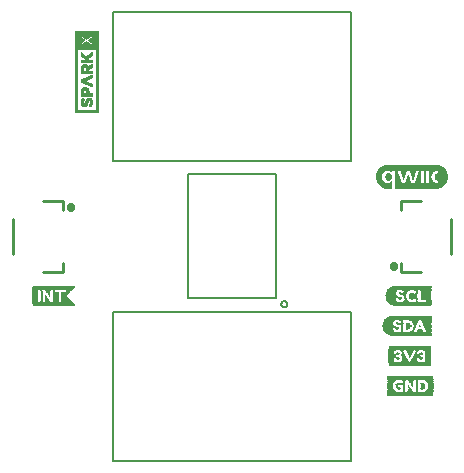
<source format=gto>
G75*
%MOIN*%
%OFA0B0*%
%FSLAX25Y25*%
%IPPOS*%
%LPD*%
%AMOC8*
5,1,8,0,0,1.08239X$1,22.5*
%
%ADD10C,0.01000*%
%ADD11C,0.01575*%
%ADD12C,0.00039*%
%ADD13C,0.00800*%
%ADD14C,0.00600*%
%ADD15R,0.14331X0.00157*%
%ADD16R,0.02835X0.00157*%
%ADD17R,0.07087X0.00157*%
%ADD18R,0.02362X0.00157*%
%ADD19R,0.01102X0.00157*%
%ADD20R,0.02205X0.00157*%
%ADD21R,0.00787X0.00157*%
%ADD22R,0.02047X0.00157*%
%ADD23R,0.00630X0.00157*%
%ADD24R,0.01890X0.00157*%
%ADD25R,0.00472X0.00157*%
%ADD26R,0.00315X0.00157*%
%ADD27R,0.01732X0.00157*%
%ADD28R,0.01575X0.00157*%
%ADD29R,0.01417X0.00157*%
%ADD30R,0.01260X0.00157*%
%ADD31R,0.00945X0.00157*%
%ADD32R,0.03465X0.00157*%
%ADD33R,0.00157X0.00157*%
%ADD34R,0.02992X0.00157*%
%ADD35R,0.02520X0.00157*%
%ADD36R,0.15276X0.00157*%
%ADD37R,0.03307X0.00157*%
%ADD38R,0.11024X0.00157*%
%ADD39R,0.02677X0.00157*%
%ADD40R,0.03150X0.00157*%
%ADD41R,0.12913X0.00157*%
%ADD42R,0.13386X0.00157*%
%ADD43R,0.13701X0.00157*%
%ADD44R,0.14016X0.00157*%
%ADD45R,0.14173X0.00157*%
%ADD46R,0.14488X0.00157*%
%ADD47R,0.03780X0.00157*%
%ADD48R,0.06142X0.00157*%
%ADD49R,0.03622X0.00157*%
%ADD50R,0.03937X0.00157*%
%ADD51R,0.04252X0.00157*%
%ADD52R,0.04882X0.00157*%
%ADD53R,0.05197X0.00157*%
%ADD54R,0.13858X0.00157*%
%ADD55R,0.14646X0.00157*%
%ADD56R,0.14961X0.00157*%
%ADD57R,0.15118X0.00157*%
%ADD58R,0.15433X0.00157*%
%ADD59R,0.04409X0.00157*%
%ADD60R,0.05354X0.00157*%
%ADD61R,0.13543X0.00157*%
%ADD62R,0.13228X0.00157*%
%ADD63C,0.00050*%
D10*
X0160459Y0263189D02*
X0166955Y0263189D01*
X0166955Y0266142D01*
X0150223Y0269094D02*
X0150223Y0280906D01*
X0160459Y0286811D02*
X0166955Y0286811D01*
X0166955Y0283858D01*
X0279711Y0283858D02*
X0279711Y0286811D01*
X0286207Y0286811D01*
X0296444Y0280906D02*
X0296444Y0269094D01*
X0286207Y0263189D02*
X0279711Y0263189D01*
X0279711Y0266142D01*
D11*
X0276595Y0265157D02*
X0276597Y0265204D01*
X0276603Y0265250D01*
X0276612Y0265296D01*
X0276626Y0265340D01*
X0276643Y0265384D01*
X0276664Y0265425D01*
X0276688Y0265465D01*
X0276715Y0265503D01*
X0276746Y0265538D01*
X0276779Y0265571D01*
X0276815Y0265601D01*
X0276854Y0265627D01*
X0276894Y0265651D01*
X0276936Y0265670D01*
X0276980Y0265687D01*
X0277025Y0265699D01*
X0277071Y0265708D01*
X0277117Y0265713D01*
X0277164Y0265714D01*
X0277210Y0265711D01*
X0277256Y0265704D01*
X0277302Y0265693D01*
X0277346Y0265679D01*
X0277389Y0265661D01*
X0277430Y0265639D01*
X0277470Y0265614D01*
X0277507Y0265586D01*
X0277542Y0265555D01*
X0277574Y0265521D01*
X0277603Y0265484D01*
X0277628Y0265446D01*
X0277651Y0265405D01*
X0277670Y0265362D01*
X0277685Y0265318D01*
X0277697Y0265273D01*
X0277705Y0265227D01*
X0277709Y0265180D01*
X0277709Y0265134D01*
X0277705Y0265087D01*
X0277697Y0265041D01*
X0277685Y0264996D01*
X0277670Y0264952D01*
X0277651Y0264909D01*
X0277628Y0264868D01*
X0277603Y0264830D01*
X0277574Y0264793D01*
X0277542Y0264759D01*
X0277507Y0264728D01*
X0277470Y0264700D01*
X0277431Y0264675D01*
X0277389Y0264653D01*
X0277346Y0264635D01*
X0277302Y0264621D01*
X0277256Y0264610D01*
X0277210Y0264603D01*
X0277164Y0264600D01*
X0277117Y0264601D01*
X0277071Y0264606D01*
X0277025Y0264615D01*
X0276980Y0264627D01*
X0276936Y0264644D01*
X0276894Y0264663D01*
X0276854Y0264687D01*
X0276815Y0264713D01*
X0276779Y0264743D01*
X0276746Y0264776D01*
X0276715Y0264811D01*
X0276688Y0264849D01*
X0276664Y0264889D01*
X0276643Y0264930D01*
X0276626Y0264974D01*
X0276612Y0265018D01*
X0276603Y0265064D01*
X0276597Y0265110D01*
X0276595Y0265157D01*
X0168957Y0284843D02*
X0168959Y0284890D01*
X0168965Y0284936D01*
X0168974Y0284982D01*
X0168988Y0285026D01*
X0169005Y0285070D01*
X0169026Y0285111D01*
X0169050Y0285151D01*
X0169077Y0285189D01*
X0169108Y0285224D01*
X0169141Y0285257D01*
X0169177Y0285287D01*
X0169216Y0285313D01*
X0169256Y0285337D01*
X0169298Y0285356D01*
X0169342Y0285373D01*
X0169387Y0285385D01*
X0169433Y0285394D01*
X0169479Y0285399D01*
X0169526Y0285400D01*
X0169572Y0285397D01*
X0169618Y0285390D01*
X0169664Y0285379D01*
X0169708Y0285365D01*
X0169751Y0285347D01*
X0169792Y0285325D01*
X0169832Y0285300D01*
X0169869Y0285272D01*
X0169904Y0285241D01*
X0169936Y0285207D01*
X0169965Y0285170D01*
X0169990Y0285132D01*
X0170013Y0285091D01*
X0170032Y0285048D01*
X0170047Y0285004D01*
X0170059Y0284959D01*
X0170067Y0284913D01*
X0170071Y0284866D01*
X0170071Y0284820D01*
X0170067Y0284773D01*
X0170059Y0284727D01*
X0170047Y0284682D01*
X0170032Y0284638D01*
X0170013Y0284595D01*
X0169990Y0284554D01*
X0169965Y0284516D01*
X0169936Y0284479D01*
X0169904Y0284445D01*
X0169869Y0284414D01*
X0169832Y0284386D01*
X0169793Y0284361D01*
X0169751Y0284339D01*
X0169708Y0284321D01*
X0169664Y0284307D01*
X0169618Y0284296D01*
X0169572Y0284289D01*
X0169526Y0284286D01*
X0169479Y0284287D01*
X0169433Y0284292D01*
X0169387Y0284301D01*
X0169342Y0284313D01*
X0169298Y0284330D01*
X0169256Y0284349D01*
X0169216Y0284373D01*
X0169177Y0284399D01*
X0169141Y0284429D01*
X0169108Y0284462D01*
X0169077Y0284497D01*
X0169050Y0284535D01*
X0169026Y0284575D01*
X0169005Y0284616D01*
X0168988Y0284660D01*
X0168974Y0284704D01*
X0168965Y0284750D01*
X0168959Y0284796D01*
X0168957Y0284843D01*
D12*
X0171097Y0316500D02*
X0171097Y0337468D01*
X0171097Y0343500D01*
X0175197Y0343500D01*
X0178570Y0343500D01*
X0178570Y0337225D01*
X0177876Y0337225D01*
X0177876Y0337468D01*
X0175197Y0337468D01*
X0175197Y0339744D01*
X0176645Y0338751D01*
X0176645Y0339655D01*
X0175403Y0340473D01*
X0176645Y0341286D01*
X0176645Y0342223D01*
X0175197Y0341235D01*
X0175197Y0343500D01*
X0175197Y0341235D01*
X0174793Y0340959D01*
X0173024Y0342169D01*
X0171097Y0342169D01*
X0171097Y0342207D02*
X0175197Y0342207D01*
X0176621Y0342207D01*
X0176645Y0342207D02*
X0178570Y0342207D01*
X0178570Y0342245D02*
X0175197Y0342245D01*
X0171097Y0342245D01*
X0171097Y0342283D02*
X0175197Y0342283D01*
X0178570Y0342283D01*
X0178570Y0342320D02*
X0175197Y0342320D01*
X0171097Y0342320D01*
X0171097Y0342358D02*
X0175197Y0342358D01*
X0178570Y0342358D01*
X0178570Y0342396D02*
X0175197Y0342396D01*
X0171097Y0342396D01*
X0171097Y0342434D02*
X0175197Y0342434D01*
X0178570Y0342434D01*
X0178570Y0342472D02*
X0175197Y0342472D01*
X0171097Y0342472D01*
X0171097Y0342510D02*
X0175197Y0342510D01*
X0178570Y0342510D01*
X0178570Y0342548D02*
X0175197Y0342548D01*
X0171097Y0342548D01*
X0171097Y0342586D02*
X0175197Y0342586D01*
X0178570Y0342586D01*
X0178570Y0342623D02*
X0175197Y0342623D01*
X0171097Y0342623D01*
X0171097Y0342661D02*
X0175197Y0342661D01*
X0178570Y0342661D01*
X0178570Y0342699D02*
X0175197Y0342699D01*
X0171097Y0342699D01*
X0171097Y0342737D02*
X0175197Y0342737D01*
X0178570Y0342737D01*
X0178570Y0342775D02*
X0175197Y0342775D01*
X0171097Y0342775D01*
X0171097Y0342813D02*
X0175197Y0342813D01*
X0178570Y0342813D01*
X0178570Y0342851D02*
X0175197Y0342851D01*
X0171097Y0342851D01*
X0171097Y0342889D02*
X0175197Y0342889D01*
X0178570Y0342889D01*
X0178570Y0342927D02*
X0175197Y0342927D01*
X0171097Y0342927D01*
X0171097Y0342964D02*
X0175197Y0342964D01*
X0178570Y0342964D01*
X0178570Y0343002D02*
X0175197Y0343002D01*
X0171097Y0343002D01*
X0171097Y0343040D02*
X0175197Y0343040D01*
X0178570Y0343040D01*
X0178570Y0343078D02*
X0175197Y0343078D01*
X0171097Y0343078D01*
X0171097Y0343116D02*
X0175197Y0343116D01*
X0178570Y0343116D01*
X0178570Y0343154D02*
X0175197Y0343154D01*
X0171097Y0343154D01*
X0171097Y0343192D02*
X0175197Y0343192D01*
X0178570Y0343192D01*
X0178570Y0343230D02*
X0175197Y0343230D01*
X0171097Y0343230D01*
X0171097Y0343267D02*
X0175197Y0343267D01*
X0178570Y0343267D01*
X0178570Y0343305D02*
X0175197Y0343305D01*
X0171097Y0343305D01*
X0171097Y0343343D02*
X0175197Y0343343D01*
X0178570Y0343343D01*
X0178570Y0343381D02*
X0175197Y0343381D01*
X0171097Y0343381D01*
X0171097Y0343419D02*
X0175197Y0343419D01*
X0178570Y0343419D01*
X0178570Y0343457D02*
X0175197Y0343457D01*
X0171097Y0343457D01*
X0171097Y0343495D02*
X0175197Y0343495D01*
X0178570Y0343495D01*
X0178570Y0342169D02*
X0176645Y0342169D01*
X0176645Y0342131D02*
X0178570Y0342131D01*
X0178570Y0342093D02*
X0176645Y0342093D01*
X0176645Y0342055D02*
X0178570Y0342055D01*
X0178570Y0342017D02*
X0176645Y0342017D01*
X0176645Y0341979D02*
X0178570Y0341979D01*
X0178570Y0341942D02*
X0176645Y0341942D01*
X0176645Y0341904D02*
X0178570Y0341904D01*
X0178570Y0341866D02*
X0176645Y0341866D01*
X0176645Y0341828D02*
X0178570Y0341828D01*
X0178570Y0341790D02*
X0176645Y0341790D01*
X0176645Y0341752D02*
X0178570Y0341752D01*
X0178570Y0341714D02*
X0176645Y0341714D01*
X0176645Y0341676D02*
X0178570Y0341676D01*
X0178570Y0341639D02*
X0176645Y0341639D01*
X0176645Y0341601D02*
X0178570Y0341601D01*
X0178570Y0341563D02*
X0176645Y0341563D01*
X0176645Y0341525D02*
X0178570Y0341525D01*
X0178570Y0341487D02*
X0176645Y0341487D01*
X0176645Y0341449D02*
X0178570Y0341449D01*
X0178570Y0341411D02*
X0176645Y0341411D01*
X0176645Y0341373D02*
X0178570Y0341373D01*
X0178570Y0341335D02*
X0176645Y0341335D01*
X0176645Y0341298D02*
X0178570Y0341298D01*
X0178570Y0341260D02*
X0176605Y0341260D01*
X0176547Y0341222D02*
X0178570Y0341222D01*
X0178570Y0341184D02*
X0176489Y0341184D01*
X0176431Y0341146D02*
X0178570Y0341146D01*
X0178570Y0341108D02*
X0176373Y0341108D01*
X0176315Y0341070D02*
X0178570Y0341070D01*
X0178570Y0341032D02*
X0176258Y0341032D01*
X0176200Y0340995D02*
X0178570Y0340995D01*
X0178570Y0340957D02*
X0176142Y0340957D01*
X0176084Y0340919D02*
X0178570Y0340919D01*
X0178570Y0340881D02*
X0176026Y0340881D01*
X0175968Y0340843D02*
X0178570Y0340843D01*
X0178570Y0340805D02*
X0175910Y0340805D01*
X0175852Y0340767D02*
X0178570Y0340767D01*
X0178570Y0340729D02*
X0175794Y0340729D01*
X0175737Y0340692D02*
X0178570Y0340692D01*
X0178570Y0340654D02*
X0175679Y0340654D01*
X0175621Y0340616D02*
X0178570Y0340616D01*
X0178570Y0340578D02*
X0175563Y0340578D01*
X0175505Y0340540D02*
X0178570Y0340540D01*
X0178570Y0340502D02*
X0175447Y0340502D01*
X0175417Y0340464D02*
X0178570Y0340464D01*
X0178570Y0340426D02*
X0175474Y0340426D01*
X0175532Y0340388D02*
X0178570Y0340388D01*
X0178570Y0340351D02*
X0175589Y0340351D01*
X0175647Y0340313D02*
X0178570Y0340313D01*
X0178570Y0340275D02*
X0175704Y0340275D01*
X0175762Y0340237D02*
X0178570Y0340237D01*
X0178570Y0340199D02*
X0175819Y0340199D01*
X0175877Y0340161D02*
X0178570Y0340161D01*
X0178570Y0340123D02*
X0175934Y0340123D01*
X0175992Y0340085D02*
X0178570Y0340085D01*
X0178570Y0340048D02*
X0176049Y0340048D01*
X0176107Y0340010D02*
X0178570Y0340010D01*
X0178570Y0339972D02*
X0176164Y0339972D01*
X0176222Y0339934D02*
X0178570Y0339934D01*
X0178570Y0339896D02*
X0176279Y0339896D01*
X0176337Y0339858D02*
X0178570Y0339858D01*
X0178570Y0339820D02*
X0176394Y0339820D01*
X0176452Y0339782D02*
X0178570Y0339782D01*
X0178570Y0339744D02*
X0176509Y0339744D01*
X0176567Y0339707D02*
X0178570Y0339707D01*
X0178570Y0339669D02*
X0176625Y0339669D01*
X0176645Y0339631D02*
X0178570Y0339631D01*
X0178570Y0339593D02*
X0176645Y0339593D01*
X0176645Y0339555D02*
X0178570Y0339555D01*
X0178570Y0339517D02*
X0176645Y0339517D01*
X0176645Y0339479D02*
X0178570Y0339479D01*
X0178570Y0339441D02*
X0176645Y0339441D01*
X0176645Y0339404D02*
X0178570Y0339404D01*
X0178570Y0339366D02*
X0176645Y0339366D01*
X0176645Y0339328D02*
X0178570Y0339328D01*
X0178570Y0339290D02*
X0176645Y0339290D01*
X0176645Y0339252D02*
X0178570Y0339252D01*
X0178570Y0339214D02*
X0176645Y0339214D01*
X0176645Y0339176D02*
X0178570Y0339176D01*
X0178570Y0339138D02*
X0176645Y0339138D01*
X0176645Y0339100D02*
X0178570Y0339100D01*
X0178570Y0339063D02*
X0176645Y0339063D01*
X0176645Y0339025D02*
X0178570Y0339025D01*
X0178570Y0338987D02*
X0176645Y0338987D01*
X0176645Y0338949D02*
X0178570Y0338949D01*
X0178570Y0338911D02*
X0176645Y0338911D01*
X0176645Y0338873D02*
X0178570Y0338873D01*
X0178570Y0338835D02*
X0176645Y0338835D01*
X0176645Y0338797D02*
X0178570Y0338797D01*
X0178570Y0338760D02*
X0176645Y0338760D01*
X0176632Y0338760D02*
X0175197Y0338760D01*
X0171097Y0338760D01*
X0171097Y0338797D02*
X0175197Y0338797D01*
X0176577Y0338797D01*
X0176522Y0338835D02*
X0175197Y0338835D01*
X0173069Y0338835D01*
X0173024Y0338835D02*
X0171097Y0338835D01*
X0171097Y0338873D02*
X0173024Y0338873D01*
X0173024Y0338911D02*
X0171097Y0338911D01*
X0171097Y0338949D02*
X0173024Y0338949D01*
X0173024Y0338987D02*
X0171097Y0338987D01*
X0171097Y0339025D02*
X0173024Y0339025D01*
X0173024Y0339063D02*
X0171097Y0339063D01*
X0171097Y0339100D02*
X0173024Y0339100D01*
X0173024Y0339138D02*
X0171097Y0339138D01*
X0171097Y0339176D02*
X0173024Y0339176D01*
X0173024Y0339214D02*
X0171097Y0339214D01*
X0171097Y0339252D02*
X0173024Y0339252D01*
X0173024Y0339290D02*
X0171097Y0339290D01*
X0171097Y0339328D02*
X0173024Y0339328D01*
X0173024Y0339366D02*
X0171097Y0339366D01*
X0171097Y0339404D02*
X0173024Y0339404D01*
X0173024Y0339441D02*
X0171097Y0339441D01*
X0171097Y0339479D02*
X0173024Y0339479D01*
X0173024Y0339517D02*
X0171097Y0339517D01*
X0171097Y0339555D02*
X0173024Y0339555D01*
X0173024Y0339593D02*
X0171097Y0339593D01*
X0171097Y0339631D02*
X0173024Y0339631D01*
X0173024Y0339669D02*
X0171097Y0339669D01*
X0171097Y0339707D02*
X0173024Y0339707D01*
X0173024Y0339736D02*
X0174199Y0340498D01*
X0173024Y0341264D01*
X0173024Y0342169D01*
X0175197Y0342169D01*
X0176566Y0342169D01*
X0176510Y0342131D02*
X0175197Y0342131D01*
X0173080Y0342131D01*
X0173024Y0342131D02*
X0171097Y0342131D01*
X0171097Y0342093D02*
X0173024Y0342093D01*
X0173024Y0342055D02*
X0171097Y0342055D01*
X0171097Y0342017D02*
X0173024Y0342017D01*
X0173024Y0341979D02*
X0171097Y0341979D01*
X0171097Y0341942D02*
X0173024Y0341942D01*
X0173024Y0341904D02*
X0171097Y0341904D01*
X0171097Y0341866D02*
X0173024Y0341866D01*
X0173024Y0341828D02*
X0171097Y0341828D01*
X0171097Y0341790D02*
X0173024Y0341790D01*
X0173024Y0341752D02*
X0171097Y0341752D01*
X0171097Y0341714D02*
X0173024Y0341714D01*
X0173024Y0341676D02*
X0171097Y0341676D01*
X0171097Y0341639D02*
X0173024Y0341639D01*
X0173024Y0341601D02*
X0171097Y0341601D01*
X0171097Y0341563D02*
X0173024Y0341563D01*
X0173024Y0341525D02*
X0171097Y0341525D01*
X0171097Y0341487D02*
X0173024Y0341487D01*
X0173024Y0341449D02*
X0171097Y0341449D01*
X0171097Y0341411D02*
X0173024Y0341411D01*
X0173024Y0341373D02*
X0171097Y0341373D01*
X0171097Y0341335D02*
X0173024Y0341335D01*
X0173024Y0341298D02*
X0171097Y0341298D01*
X0171097Y0341260D02*
X0173031Y0341260D01*
X0173089Y0341222D02*
X0171097Y0341222D01*
X0171097Y0341184D02*
X0173148Y0341184D01*
X0173206Y0341146D02*
X0171097Y0341146D01*
X0171097Y0341108D02*
X0173264Y0341108D01*
X0173322Y0341070D02*
X0171097Y0341070D01*
X0171097Y0341032D02*
X0173380Y0341032D01*
X0173438Y0340995D02*
X0171097Y0340995D01*
X0171097Y0340957D02*
X0173496Y0340957D01*
X0173554Y0340919D02*
X0171097Y0340919D01*
X0171097Y0340881D02*
X0173612Y0340881D01*
X0173670Y0340843D02*
X0171097Y0340843D01*
X0171097Y0340805D02*
X0173728Y0340805D01*
X0173786Y0340767D02*
X0171097Y0340767D01*
X0171097Y0340729D02*
X0173844Y0340729D01*
X0173902Y0340692D02*
X0171097Y0340692D01*
X0171097Y0340654D02*
X0173960Y0340654D01*
X0174018Y0340616D02*
X0171097Y0340616D01*
X0171097Y0340578D02*
X0174076Y0340578D01*
X0174134Y0340540D02*
X0171097Y0340540D01*
X0171097Y0340502D02*
X0174192Y0340502D01*
X0174147Y0340464D02*
X0171097Y0340464D01*
X0171097Y0340426D02*
X0174089Y0340426D01*
X0174030Y0340388D02*
X0171097Y0340388D01*
X0171097Y0340351D02*
X0173972Y0340351D01*
X0173914Y0340313D02*
X0171097Y0340313D01*
X0171097Y0340275D02*
X0173855Y0340275D01*
X0173797Y0340237D02*
X0171097Y0340237D01*
X0171097Y0340199D02*
X0173738Y0340199D01*
X0173680Y0340161D02*
X0171097Y0340161D01*
X0171097Y0340123D02*
X0173621Y0340123D01*
X0173563Y0340085D02*
X0171097Y0340085D01*
X0171097Y0340048D02*
X0173505Y0340048D01*
X0173446Y0340010D02*
X0171097Y0340010D01*
X0171097Y0339972D02*
X0173388Y0339972D01*
X0173329Y0339934D02*
X0171097Y0339934D01*
X0171097Y0339896D02*
X0173271Y0339896D01*
X0173212Y0339858D02*
X0171097Y0339858D01*
X0171097Y0339820D02*
X0173154Y0339820D01*
X0173096Y0339782D02*
X0171097Y0339782D01*
X0171097Y0339744D02*
X0173037Y0339744D01*
X0173024Y0339736D02*
X0173024Y0338805D01*
X0174804Y0340014D01*
X0175197Y0339744D01*
X0175197Y0337468D01*
X0171790Y0337468D01*
X0171790Y0317194D01*
X0177876Y0317194D01*
X0177876Y0337225D01*
X0178570Y0337225D01*
X0178570Y0316500D01*
X0171097Y0316500D01*
X0171097Y0316523D02*
X0178570Y0316523D01*
X0178570Y0316561D02*
X0171097Y0316561D01*
X0171097Y0316599D02*
X0178570Y0316599D01*
X0178570Y0316637D02*
X0171097Y0316637D01*
X0171097Y0316675D02*
X0178570Y0316675D01*
X0178570Y0316713D02*
X0171097Y0316713D01*
X0171097Y0316750D02*
X0178570Y0316750D01*
X0178570Y0316788D02*
X0171097Y0316788D01*
X0171097Y0316826D02*
X0178570Y0316826D01*
X0178570Y0316864D02*
X0171097Y0316864D01*
X0171097Y0316902D02*
X0178570Y0316902D01*
X0178570Y0316940D02*
X0171097Y0316940D01*
X0171097Y0316978D02*
X0178570Y0316978D01*
X0178570Y0317016D02*
X0171097Y0317016D01*
X0171097Y0317054D02*
X0178570Y0317054D01*
X0178570Y0317091D02*
X0171097Y0317091D01*
X0171097Y0317129D02*
X0178570Y0317129D01*
X0178570Y0317167D02*
X0171097Y0317167D01*
X0171097Y0317205D02*
X0171790Y0317205D01*
X0171790Y0317243D02*
X0171097Y0317243D01*
X0171097Y0317281D02*
X0171790Y0317281D01*
X0171790Y0317319D02*
X0171097Y0317319D01*
X0171097Y0317357D02*
X0171790Y0317357D01*
X0171790Y0317394D02*
X0171097Y0317394D01*
X0171097Y0317432D02*
X0171790Y0317432D01*
X0171790Y0317470D02*
X0171097Y0317470D01*
X0171097Y0317508D02*
X0171790Y0317508D01*
X0171790Y0317546D02*
X0171097Y0317546D01*
X0171097Y0317584D02*
X0171790Y0317584D01*
X0171790Y0317622D02*
X0171097Y0317622D01*
X0171097Y0317660D02*
X0171790Y0317660D01*
X0171790Y0317698D02*
X0171097Y0317698D01*
X0171097Y0317735D02*
X0171790Y0317735D01*
X0171790Y0317773D02*
X0171097Y0317773D01*
X0171097Y0317811D02*
X0171790Y0317811D01*
X0171790Y0317849D02*
X0171097Y0317849D01*
X0171097Y0317887D02*
X0171790Y0317887D01*
X0171790Y0317925D02*
X0171097Y0317925D01*
X0171097Y0317963D02*
X0171790Y0317963D01*
X0171790Y0318001D02*
X0171097Y0318001D01*
X0171097Y0318038D02*
X0171790Y0318038D01*
X0171790Y0318076D02*
X0171097Y0318076D01*
X0171097Y0318114D02*
X0171790Y0318114D01*
X0171790Y0318152D02*
X0171097Y0318152D01*
X0171097Y0318190D02*
X0171790Y0318190D01*
X0171790Y0318228D02*
X0171097Y0318228D01*
X0171097Y0318266D02*
X0171790Y0318266D01*
X0171790Y0318304D02*
X0171097Y0318304D01*
X0171097Y0318341D02*
X0171790Y0318341D01*
X0171790Y0318379D02*
X0171097Y0318379D01*
X0171097Y0318417D02*
X0171790Y0318417D01*
X0171790Y0318455D02*
X0171097Y0318455D01*
X0171097Y0318493D02*
X0171790Y0318493D01*
X0171790Y0318531D02*
X0171097Y0318531D01*
X0171097Y0318569D02*
X0171790Y0318569D01*
X0171790Y0318607D02*
X0171097Y0318607D01*
X0171097Y0318645D02*
X0171790Y0318645D01*
X0171790Y0318682D02*
X0171097Y0318682D01*
X0171097Y0318720D02*
X0171790Y0318720D01*
X0171790Y0318758D02*
X0171097Y0318758D01*
X0171097Y0318796D02*
X0171790Y0318796D01*
X0171790Y0318834D02*
X0171097Y0318834D01*
X0171097Y0318872D02*
X0171790Y0318872D01*
X0171790Y0318910D02*
X0171097Y0318910D01*
X0171097Y0318948D02*
X0171790Y0318948D01*
X0171790Y0318985D02*
X0171097Y0318985D01*
X0171097Y0319023D02*
X0171790Y0319023D01*
X0171790Y0319061D02*
X0171097Y0319061D01*
X0171097Y0319099D02*
X0171790Y0319099D01*
X0171790Y0319137D02*
X0171097Y0319137D01*
X0171097Y0319175D02*
X0171790Y0319175D01*
X0171790Y0319213D02*
X0171097Y0319213D01*
X0171097Y0319251D02*
X0171790Y0319251D01*
X0171790Y0319289D02*
X0171097Y0319289D01*
X0171097Y0319326D02*
X0171790Y0319326D01*
X0171790Y0319364D02*
X0171097Y0319364D01*
X0171097Y0319402D02*
X0171790Y0319402D01*
X0171790Y0319440D02*
X0171097Y0319440D01*
X0171097Y0319478D02*
X0171790Y0319478D01*
X0171790Y0319516D02*
X0171097Y0319516D01*
X0171097Y0319554D02*
X0171790Y0319554D01*
X0171790Y0319592D02*
X0171097Y0319592D01*
X0171097Y0319629D02*
X0171790Y0319629D01*
X0171790Y0319667D02*
X0171097Y0319667D01*
X0171097Y0319705D02*
X0171790Y0319705D01*
X0171790Y0319743D02*
X0171097Y0319743D01*
X0171097Y0319781D02*
X0171790Y0319781D01*
X0171790Y0319819D02*
X0171097Y0319819D01*
X0171097Y0319857D02*
X0171790Y0319857D01*
X0171790Y0319895D02*
X0171097Y0319895D01*
X0171097Y0319933D02*
X0171790Y0319933D01*
X0171790Y0319970D02*
X0171097Y0319970D01*
X0171097Y0320008D02*
X0171790Y0320008D01*
X0171790Y0320046D02*
X0171097Y0320046D01*
X0171097Y0320084D02*
X0171790Y0320084D01*
X0171790Y0320122D02*
X0171097Y0320122D01*
X0171097Y0320160D02*
X0171790Y0320160D01*
X0171790Y0320198D02*
X0171097Y0320198D01*
X0171097Y0320236D02*
X0171790Y0320236D01*
X0171790Y0320273D02*
X0171097Y0320273D01*
X0171097Y0320311D02*
X0171790Y0320311D01*
X0171790Y0320349D02*
X0171097Y0320349D01*
X0171097Y0320387D02*
X0171790Y0320387D01*
X0171790Y0320425D02*
X0171097Y0320425D01*
X0171097Y0320463D02*
X0171790Y0320463D01*
X0171790Y0320501D02*
X0171097Y0320501D01*
X0171097Y0320539D02*
X0171790Y0320539D01*
X0171790Y0320576D02*
X0171097Y0320576D01*
X0171097Y0320614D02*
X0171790Y0320614D01*
X0171790Y0320652D02*
X0171097Y0320652D01*
X0171097Y0320690D02*
X0171790Y0320690D01*
X0171790Y0320728D02*
X0171097Y0320728D01*
X0171097Y0320766D02*
X0171790Y0320766D01*
X0171790Y0320804D02*
X0171097Y0320804D01*
X0171097Y0320842D02*
X0171790Y0320842D01*
X0171790Y0320880D02*
X0171097Y0320880D01*
X0171097Y0320917D02*
X0171790Y0320917D01*
X0171790Y0320955D02*
X0171097Y0320955D01*
X0171097Y0320993D02*
X0171790Y0320993D01*
X0171790Y0321031D02*
X0171097Y0321031D01*
X0171097Y0321069D02*
X0171790Y0321069D01*
X0171790Y0321107D02*
X0171097Y0321107D01*
X0171097Y0321145D02*
X0171790Y0321145D01*
X0171790Y0321183D02*
X0171097Y0321183D01*
X0171097Y0321220D02*
X0171790Y0321220D01*
X0171790Y0321258D02*
X0171097Y0321258D01*
X0171097Y0321296D02*
X0171790Y0321296D01*
X0171790Y0321334D02*
X0171097Y0321334D01*
X0171097Y0321372D02*
X0171790Y0321372D01*
X0171790Y0321410D02*
X0171097Y0321410D01*
X0171097Y0321448D02*
X0171790Y0321448D01*
X0171790Y0321486D02*
X0171097Y0321486D01*
X0171097Y0321524D02*
X0171790Y0321524D01*
X0171790Y0321561D02*
X0171097Y0321561D01*
X0171097Y0321599D02*
X0171790Y0321599D01*
X0171790Y0321637D02*
X0171097Y0321637D01*
X0171097Y0321675D02*
X0171790Y0321675D01*
X0171790Y0321713D02*
X0171097Y0321713D01*
X0171097Y0321751D02*
X0171790Y0321751D01*
X0171790Y0321789D02*
X0171097Y0321789D01*
X0171097Y0321827D02*
X0171790Y0321827D01*
X0171790Y0321864D02*
X0171097Y0321864D01*
X0171097Y0321902D02*
X0171790Y0321902D01*
X0171790Y0321940D02*
X0171097Y0321940D01*
X0171097Y0321978D02*
X0171790Y0321978D01*
X0171790Y0322016D02*
X0171097Y0322016D01*
X0171097Y0322054D02*
X0171790Y0322054D01*
X0171790Y0322092D02*
X0171097Y0322092D01*
X0171097Y0322130D02*
X0171790Y0322130D01*
X0171790Y0322168D02*
X0171097Y0322168D01*
X0171097Y0322205D02*
X0171790Y0322205D01*
X0171790Y0322243D02*
X0171097Y0322243D01*
X0171097Y0322281D02*
X0171790Y0322281D01*
X0171790Y0322319D02*
X0171097Y0322319D01*
X0171097Y0322357D02*
X0171790Y0322357D01*
X0171790Y0322395D02*
X0171097Y0322395D01*
X0171097Y0322433D02*
X0171790Y0322433D01*
X0171790Y0322471D02*
X0171097Y0322471D01*
X0171097Y0322508D02*
X0171790Y0322508D01*
X0171790Y0322546D02*
X0171097Y0322546D01*
X0171097Y0322584D02*
X0171790Y0322584D01*
X0171790Y0322622D02*
X0171097Y0322622D01*
X0171097Y0322660D02*
X0171790Y0322660D01*
X0171790Y0322698D02*
X0171097Y0322698D01*
X0171097Y0322736D02*
X0171790Y0322736D01*
X0171790Y0322774D02*
X0171097Y0322774D01*
X0171097Y0322811D02*
X0171790Y0322811D01*
X0171790Y0322849D02*
X0171097Y0322849D01*
X0171097Y0322887D02*
X0171790Y0322887D01*
X0171790Y0322925D02*
X0171097Y0322925D01*
X0171097Y0322963D02*
X0171790Y0322963D01*
X0171790Y0323001D02*
X0171097Y0323001D01*
X0171097Y0323039D02*
X0171790Y0323039D01*
X0171790Y0323077D02*
X0171097Y0323077D01*
X0171097Y0323115D02*
X0171790Y0323115D01*
X0171790Y0323152D02*
X0171097Y0323152D01*
X0171097Y0323190D02*
X0171790Y0323190D01*
X0171790Y0323228D02*
X0171097Y0323228D01*
X0171097Y0323266D02*
X0171790Y0323266D01*
X0171790Y0323304D02*
X0171097Y0323304D01*
X0171097Y0323342D02*
X0171790Y0323342D01*
X0171790Y0323380D02*
X0171097Y0323380D01*
X0171097Y0323418D02*
X0171790Y0323418D01*
X0171790Y0323455D02*
X0171097Y0323455D01*
X0171097Y0323493D02*
X0171790Y0323493D01*
X0171790Y0323531D02*
X0171097Y0323531D01*
X0171097Y0323569D02*
X0171790Y0323569D01*
X0171790Y0323607D02*
X0171097Y0323607D01*
X0171097Y0323645D02*
X0171790Y0323645D01*
X0171790Y0323683D02*
X0171097Y0323683D01*
X0171097Y0323721D02*
X0171790Y0323721D01*
X0171790Y0323759D02*
X0171097Y0323759D01*
X0171097Y0323796D02*
X0171790Y0323796D01*
X0171790Y0323834D02*
X0171097Y0323834D01*
X0171097Y0323872D02*
X0171790Y0323872D01*
X0171790Y0323910D02*
X0171097Y0323910D01*
X0171097Y0323948D02*
X0171790Y0323948D01*
X0171790Y0323986D02*
X0171097Y0323986D01*
X0171097Y0324024D02*
X0171790Y0324024D01*
X0171790Y0324062D02*
X0171097Y0324062D01*
X0171097Y0324099D02*
X0171790Y0324099D01*
X0171790Y0324137D02*
X0171097Y0324137D01*
X0171097Y0324175D02*
X0171790Y0324175D01*
X0171790Y0324213D02*
X0171097Y0324213D01*
X0171097Y0324251D02*
X0171790Y0324251D01*
X0171790Y0324289D02*
X0171097Y0324289D01*
X0171097Y0324327D02*
X0171790Y0324327D01*
X0171790Y0324365D02*
X0171097Y0324365D01*
X0171097Y0324403D02*
X0171790Y0324403D01*
X0171790Y0324440D02*
X0171097Y0324440D01*
X0171097Y0324478D02*
X0171790Y0324478D01*
X0171790Y0324516D02*
X0171097Y0324516D01*
X0171097Y0324554D02*
X0171790Y0324554D01*
X0171790Y0324592D02*
X0171097Y0324592D01*
X0171097Y0324630D02*
X0171790Y0324630D01*
X0171790Y0324668D02*
X0171097Y0324668D01*
X0171097Y0324706D02*
X0171790Y0324706D01*
X0171790Y0324743D02*
X0171097Y0324743D01*
X0171097Y0324781D02*
X0171790Y0324781D01*
X0171790Y0324819D02*
X0171097Y0324819D01*
X0171097Y0324857D02*
X0171790Y0324857D01*
X0171790Y0324895D02*
X0171097Y0324895D01*
X0171097Y0324933D02*
X0171790Y0324933D01*
X0171790Y0324971D02*
X0171097Y0324971D01*
X0171097Y0325009D02*
X0171790Y0325009D01*
X0171790Y0325046D02*
X0171097Y0325046D01*
X0171097Y0325084D02*
X0171790Y0325084D01*
X0171790Y0325122D02*
X0171097Y0325122D01*
X0171097Y0325160D02*
X0171790Y0325160D01*
X0171790Y0325198D02*
X0171097Y0325198D01*
X0171097Y0325236D02*
X0171790Y0325236D01*
X0171790Y0325274D02*
X0171097Y0325274D01*
X0171097Y0325312D02*
X0171790Y0325312D01*
X0171790Y0325350D02*
X0171097Y0325350D01*
X0171097Y0325387D02*
X0171790Y0325387D01*
X0171790Y0325425D02*
X0171097Y0325425D01*
X0171097Y0325463D02*
X0171790Y0325463D01*
X0171790Y0325501D02*
X0171097Y0325501D01*
X0171097Y0325539D02*
X0171790Y0325539D01*
X0171790Y0325577D02*
X0171097Y0325577D01*
X0171097Y0325615D02*
X0171790Y0325615D01*
X0171790Y0325653D02*
X0171097Y0325653D01*
X0171097Y0325690D02*
X0171790Y0325690D01*
X0171790Y0325728D02*
X0171097Y0325728D01*
X0171097Y0325766D02*
X0171790Y0325766D01*
X0171790Y0325804D02*
X0171097Y0325804D01*
X0171097Y0325842D02*
X0171790Y0325842D01*
X0171790Y0325880D02*
X0171097Y0325880D01*
X0171097Y0325918D02*
X0171790Y0325918D01*
X0171790Y0325956D02*
X0171097Y0325956D01*
X0171097Y0325994D02*
X0171790Y0325994D01*
X0171790Y0326031D02*
X0171097Y0326031D01*
X0171097Y0326069D02*
X0171790Y0326069D01*
X0171790Y0326107D02*
X0171097Y0326107D01*
X0171097Y0326145D02*
X0171790Y0326145D01*
X0171790Y0326183D02*
X0171097Y0326183D01*
X0171097Y0326221D02*
X0171790Y0326221D01*
X0171790Y0326259D02*
X0171097Y0326259D01*
X0171097Y0326297D02*
X0171790Y0326297D01*
X0171790Y0326334D02*
X0171097Y0326334D01*
X0171097Y0326372D02*
X0171790Y0326372D01*
X0171790Y0326410D02*
X0171097Y0326410D01*
X0171097Y0326448D02*
X0171790Y0326448D01*
X0171790Y0326486D02*
X0171097Y0326486D01*
X0171097Y0326524D02*
X0171790Y0326524D01*
X0171790Y0326562D02*
X0171097Y0326562D01*
X0171097Y0326600D02*
X0171790Y0326600D01*
X0171790Y0326638D02*
X0171097Y0326638D01*
X0171097Y0326675D02*
X0171790Y0326675D01*
X0171790Y0326713D02*
X0171097Y0326713D01*
X0171097Y0326751D02*
X0171790Y0326751D01*
X0171790Y0326789D02*
X0171097Y0326789D01*
X0171097Y0326827D02*
X0171790Y0326827D01*
X0171790Y0326865D02*
X0171097Y0326865D01*
X0171097Y0326903D02*
X0171790Y0326903D01*
X0171790Y0326941D02*
X0171097Y0326941D01*
X0171097Y0326978D02*
X0171790Y0326978D01*
X0171790Y0327016D02*
X0171097Y0327016D01*
X0171097Y0327054D02*
X0171790Y0327054D01*
X0171790Y0327092D02*
X0171097Y0327092D01*
X0171097Y0327130D02*
X0171790Y0327130D01*
X0171790Y0327168D02*
X0171097Y0327168D01*
X0171097Y0327206D02*
X0171790Y0327206D01*
X0171790Y0327244D02*
X0171097Y0327244D01*
X0171097Y0327281D02*
X0171790Y0327281D01*
X0171790Y0327319D02*
X0171097Y0327319D01*
X0171097Y0327357D02*
X0171790Y0327357D01*
X0171790Y0327395D02*
X0171097Y0327395D01*
X0171097Y0327433D02*
X0171790Y0327433D01*
X0171790Y0327471D02*
X0171097Y0327471D01*
X0171097Y0327509D02*
X0171790Y0327509D01*
X0171790Y0327547D02*
X0171097Y0327547D01*
X0171097Y0327585D02*
X0171790Y0327585D01*
X0171790Y0327622D02*
X0171097Y0327622D01*
X0171097Y0327660D02*
X0171790Y0327660D01*
X0171790Y0327698D02*
X0171097Y0327698D01*
X0171097Y0327736D02*
X0171790Y0327736D01*
X0171790Y0327774D02*
X0171097Y0327774D01*
X0171097Y0327812D02*
X0171790Y0327812D01*
X0171790Y0327850D02*
X0171097Y0327850D01*
X0171097Y0327888D02*
X0171790Y0327888D01*
X0171790Y0327925D02*
X0171097Y0327925D01*
X0171097Y0327963D02*
X0171790Y0327963D01*
X0171790Y0328001D02*
X0171097Y0328001D01*
X0171097Y0328039D02*
X0171790Y0328039D01*
X0171790Y0328077D02*
X0171097Y0328077D01*
X0171097Y0328115D02*
X0171790Y0328115D01*
X0171790Y0328153D02*
X0171097Y0328153D01*
X0171097Y0328191D02*
X0171790Y0328191D01*
X0171790Y0328229D02*
X0171097Y0328229D01*
X0171097Y0328266D02*
X0171790Y0328266D01*
X0171790Y0328304D02*
X0171097Y0328304D01*
X0171097Y0328342D02*
X0171790Y0328342D01*
X0171790Y0328380D02*
X0171097Y0328380D01*
X0171097Y0328418D02*
X0171790Y0328418D01*
X0171790Y0328456D02*
X0171097Y0328456D01*
X0171097Y0328494D02*
X0171790Y0328494D01*
X0171790Y0328532D02*
X0171097Y0328532D01*
X0171097Y0328569D02*
X0171790Y0328569D01*
X0171790Y0328607D02*
X0171097Y0328607D01*
X0171097Y0328645D02*
X0171790Y0328645D01*
X0171790Y0328683D02*
X0171097Y0328683D01*
X0171097Y0328721D02*
X0171790Y0328721D01*
X0171790Y0328759D02*
X0171097Y0328759D01*
X0171097Y0328797D02*
X0171790Y0328797D01*
X0171790Y0328835D02*
X0171097Y0328835D01*
X0171097Y0328873D02*
X0171790Y0328873D01*
X0171790Y0328910D02*
X0171097Y0328910D01*
X0171097Y0328948D02*
X0171790Y0328948D01*
X0171790Y0328986D02*
X0171097Y0328986D01*
X0171097Y0329024D02*
X0171790Y0329024D01*
X0171790Y0329062D02*
X0171097Y0329062D01*
X0171097Y0329100D02*
X0171790Y0329100D01*
X0171790Y0329138D02*
X0171097Y0329138D01*
X0171097Y0329176D02*
X0171790Y0329176D01*
X0171790Y0329213D02*
X0171097Y0329213D01*
X0171097Y0329251D02*
X0171790Y0329251D01*
X0171790Y0329289D02*
X0171097Y0329289D01*
X0171097Y0329327D02*
X0171790Y0329327D01*
X0171790Y0329365D02*
X0171097Y0329365D01*
X0171097Y0329403D02*
X0171790Y0329403D01*
X0171790Y0329441D02*
X0171097Y0329441D01*
X0171097Y0329479D02*
X0171790Y0329479D01*
X0171790Y0329516D02*
X0171097Y0329516D01*
X0171097Y0329554D02*
X0171790Y0329554D01*
X0171790Y0329592D02*
X0171097Y0329592D01*
X0171097Y0329630D02*
X0171790Y0329630D01*
X0171790Y0329668D02*
X0171097Y0329668D01*
X0171097Y0329706D02*
X0171790Y0329706D01*
X0171790Y0329744D02*
X0171097Y0329744D01*
X0171097Y0329782D02*
X0171790Y0329782D01*
X0171790Y0329820D02*
X0171097Y0329820D01*
X0171097Y0329857D02*
X0171790Y0329857D01*
X0171790Y0329895D02*
X0171097Y0329895D01*
X0171097Y0329933D02*
X0171790Y0329933D01*
X0171790Y0329971D02*
X0171097Y0329971D01*
X0171097Y0330009D02*
X0171790Y0330009D01*
X0171790Y0330047D02*
X0171097Y0330047D01*
X0171097Y0330085D02*
X0171790Y0330085D01*
X0171790Y0330123D02*
X0171097Y0330123D01*
X0171097Y0330160D02*
X0171790Y0330160D01*
X0171790Y0330198D02*
X0171097Y0330198D01*
X0171097Y0330236D02*
X0171790Y0330236D01*
X0171790Y0330274D02*
X0171097Y0330274D01*
X0171097Y0330312D02*
X0171790Y0330312D01*
X0171790Y0330350D02*
X0171097Y0330350D01*
X0171097Y0330388D02*
X0171790Y0330388D01*
X0171790Y0330426D02*
X0171097Y0330426D01*
X0171097Y0330464D02*
X0171790Y0330464D01*
X0171790Y0330501D02*
X0171097Y0330501D01*
X0171097Y0330539D02*
X0171790Y0330539D01*
X0171790Y0330577D02*
X0171097Y0330577D01*
X0171097Y0330615D02*
X0171790Y0330615D01*
X0171790Y0330653D02*
X0171097Y0330653D01*
X0171097Y0330691D02*
X0171790Y0330691D01*
X0171790Y0330729D02*
X0171097Y0330729D01*
X0171097Y0330767D02*
X0171790Y0330767D01*
X0171790Y0330804D02*
X0171097Y0330804D01*
X0171097Y0330842D02*
X0171790Y0330842D01*
X0171790Y0330880D02*
X0171097Y0330880D01*
X0171097Y0330918D02*
X0171790Y0330918D01*
X0171790Y0330956D02*
X0171097Y0330956D01*
X0171097Y0330994D02*
X0171790Y0330994D01*
X0171790Y0331032D02*
X0171097Y0331032D01*
X0171097Y0331070D02*
X0171790Y0331070D01*
X0171790Y0331108D02*
X0171097Y0331108D01*
X0171097Y0331145D02*
X0171790Y0331145D01*
X0171790Y0331183D02*
X0171097Y0331183D01*
X0171097Y0331221D02*
X0171790Y0331221D01*
X0171790Y0331259D02*
X0171097Y0331259D01*
X0171097Y0331297D02*
X0171790Y0331297D01*
X0171790Y0331335D02*
X0171097Y0331335D01*
X0171097Y0331373D02*
X0171790Y0331373D01*
X0171790Y0331411D02*
X0171097Y0331411D01*
X0171097Y0331448D02*
X0171790Y0331448D01*
X0171790Y0331486D02*
X0171097Y0331486D01*
X0171097Y0331524D02*
X0171790Y0331524D01*
X0171790Y0331562D02*
X0171097Y0331562D01*
X0171097Y0331600D02*
X0171790Y0331600D01*
X0171790Y0331638D02*
X0171097Y0331638D01*
X0171097Y0331676D02*
X0171790Y0331676D01*
X0171790Y0331714D02*
X0171097Y0331714D01*
X0171097Y0331752D02*
X0171790Y0331752D01*
X0171790Y0331789D02*
X0171097Y0331789D01*
X0171097Y0331827D02*
X0171790Y0331827D01*
X0171790Y0331865D02*
X0171097Y0331865D01*
X0171097Y0331903D02*
X0171790Y0331903D01*
X0171790Y0331941D02*
X0171097Y0331941D01*
X0171097Y0331979D02*
X0171790Y0331979D01*
X0171790Y0332017D02*
X0171097Y0332017D01*
X0171097Y0332055D02*
X0171790Y0332055D01*
X0171790Y0332092D02*
X0171097Y0332092D01*
X0171097Y0332130D02*
X0171790Y0332130D01*
X0171790Y0332168D02*
X0171097Y0332168D01*
X0171097Y0332206D02*
X0171790Y0332206D01*
X0171790Y0332244D02*
X0171097Y0332244D01*
X0171097Y0332282D02*
X0171790Y0332282D01*
X0171790Y0332320D02*
X0171097Y0332320D01*
X0171097Y0332358D02*
X0171790Y0332358D01*
X0171790Y0332395D02*
X0171097Y0332395D01*
X0171097Y0332433D02*
X0171790Y0332433D01*
X0171790Y0332471D02*
X0171097Y0332471D01*
X0171097Y0332509D02*
X0171790Y0332509D01*
X0171790Y0332547D02*
X0171097Y0332547D01*
X0171097Y0332585D02*
X0171790Y0332585D01*
X0171790Y0332623D02*
X0171097Y0332623D01*
X0171097Y0332661D02*
X0171790Y0332661D01*
X0171790Y0332699D02*
X0171097Y0332699D01*
X0171097Y0332736D02*
X0171790Y0332736D01*
X0171790Y0332774D02*
X0171097Y0332774D01*
X0171097Y0332812D02*
X0171790Y0332812D01*
X0171790Y0332850D02*
X0171097Y0332850D01*
X0171097Y0332888D02*
X0171790Y0332888D01*
X0171790Y0332926D02*
X0171097Y0332926D01*
X0171097Y0332964D02*
X0171790Y0332964D01*
X0171790Y0333002D02*
X0171097Y0333002D01*
X0171097Y0333039D02*
X0171790Y0333039D01*
X0171790Y0333077D02*
X0171097Y0333077D01*
X0171097Y0333115D02*
X0171790Y0333115D01*
X0171790Y0333153D02*
X0171097Y0333153D01*
X0171097Y0333191D02*
X0171790Y0333191D01*
X0171790Y0333229D02*
X0171097Y0333229D01*
X0171097Y0333267D02*
X0171790Y0333267D01*
X0171790Y0333305D02*
X0171097Y0333305D01*
X0171097Y0333343D02*
X0171790Y0333343D01*
X0171790Y0333380D02*
X0171097Y0333380D01*
X0171097Y0333418D02*
X0171790Y0333418D01*
X0171790Y0333456D02*
X0171097Y0333456D01*
X0171097Y0333494D02*
X0171790Y0333494D01*
X0171790Y0333532D02*
X0171097Y0333532D01*
X0171097Y0333570D02*
X0171790Y0333570D01*
X0171790Y0333608D02*
X0171097Y0333608D01*
X0171097Y0333646D02*
X0171790Y0333646D01*
X0171790Y0333683D02*
X0171097Y0333683D01*
X0171097Y0333721D02*
X0171790Y0333721D01*
X0171790Y0333759D02*
X0171097Y0333759D01*
X0171097Y0333797D02*
X0171790Y0333797D01*
X0171790Y0333835D02*
X0171097Y0333835D01*
X0171097Y0333873D02*
X0171790Y0333873D01*
X0171790Y0333911D02*
X0171097Y0333911D01*
X0171097Y0333949D02*
X0171790Y0333949D01*
X0171790Y0333987D02*
X0171097Y0333987D01*
X0171097Y0334024D02*
X0171790Y0334024D01*
X0171790Y0334062D02*
X0171097Y0334062D01*
X0171097Y0334100D02*
X0171790Y0334100D01*
X0171790Y0334138D02*
X0171097Y0334138D01*
X0171097Y0334176D02*
X0171790Y0334176D01*
X0171790Y0334214D02*
X0171097Y0334214D01*
X0171097Y0334252D02*
X0171790Y0334252D01*
X0171790Y0334290D02*
X0171097Y0334290D01*
X0171097Y0334327D02*
X0171790Y0334327D01*
X0171790Y0334365D02*
X0171097Y0334365D01*
X0171097Y0334403D02*
X0171790Y0334403D01*
X0171790Y0334441D02*
X0171097Y0334441D01*
X0171097Y0334479D02*
X0171790Y0334479D01*
X0171790Y0334517D02*
X0171097Y0334517D01*
X0171097Y0334555D02*
X0171790Y0334555D01*
X0171790Y0334593D02*
X0171097Y0334593D01*
X0171097Y0334630D02*
X0171790Y0334630D01*
X0171790Y0334668D02*
X0171097Y0334668D01*
X0171097Y0334706D02*
X0171790Y0334706D01*
X0171790Y0334744D02*
X0171097Y0334744D01*
X0171097Y0334782D02*
X0171790Y0334782D01*
X0171790Y0334820D02*
X0171097Y0334820D01*
X0171097Y0334858D02*
X0171790Y0334858D01*
X0171790Y0334896D02*
X0171097Y0334896D01*
X0171097Y0334934D02*
X0171790Y0334934D01*
X0171790Y0334971D02*
X0171097Y0334971D01*
X0171097Y0335009D02*
X0171790Y0335009D01*
X0171790Y0335047D02*
X0171097Y0335047D01*
X0171097Y0335085D02*
X0171790Y0335085D01*
X0171790Y0335123D02*
X0171097Y0335123D01*
X0171097Y0335161D02*
X0171790Y0335161D01*
X0171790Y0335199D02*
X0171097Y0335199D01*
X0171097Y0335237D02*
X0171790Y0335237D01*
X0171790Y0335274D02*
X0171097Y0335274D01*
X0171097Y0335312D02*
X0171790Y0335312D01*
X0171790Y0335350D02*
X0171097Y0335350D01*
X0171097Y0335388D02*
X0171790Y0335388D01*
X0171790Y0335426D02*
X0171097Y0335426D01*
X0171097Y0335464D02*
X0171790Y0335464D01*
X0171790Y0335502D02*
X0171097Y0335502D01*
X0171097Y0335540D02*
X0171790Y0335540D01*
X0171790Y0335578D02*
X0171097Y0335578D01*
X0171097Y0335615D02*
X0171790Y0335615D01*
X0171790Y0335653D02*
X0171097Y0335653D01*
X0171097Y0335691D02*
X0171790Y0335691D01*
X0171790Y0335729D02*
X0171097Y0335729D01*
X0171097Y0335767D02*
X0171790Y0335767D01*
X0171790Y0335805D02*
X0171097Y0335805D01*
X0171097Y0335843D02*
X0171790Y0335843D01*
X0171790Y0335881D02*
X0171097Y0335881D01*
X0171097Y0335918D02*
X0171790Y0335918D01*
X0171790Y0335956D02*
X0171097Y0335956D01*
X0171097Y0335994D02*
X0171790Y0335994D01*
X0171790Y0336032D02*
X0171097Y0336032D01*
X0171097Y0336070D02*
X0171790Y0336070D01*
X0171790Y0336108D02*
X0171097Y0336108D01*
X0171097Y0336146D02*
X0171790Y0336146D01*
X0171790Y0336184D02*
X0171097Y0336184D01*
X0171097Y0336222D02*
X0171790Y0336222D01*
X0171790Y0336259D02*
X0171097Y0336259D01*
X0171097Y0336297D02*
X0171790Y0336297D01*
X0171790Y0336335D02*
X0171097Y0336335D01*
X0171097Y0336373D02*
X0171790Y0336373D01*
X0171790Y0336411D02*
X0171097Y0336411D01*
X0171097Y0336449D02*
X0171790Y0336449D01*
X0171790Y0336487D02*
X0171097Y0336487D01*
X0171097Y0336525D02*
X0171790Y0336525D01*
X0171790Y0336562D02*
X0171097Y0336562D01*
X0171097Y0336600D02*
X0171790Y0336600D01*
X0171790Y0336638D02*
X0171097Y0336638D01*
X0171097Y0336676D02*
X0171790Y0336676D01*
X0171790Y0336714D02*
X0171097Y0336714D01*
X0171097Y0336752D02*
X0171790Y0336752D01*
X0171790Y0336790D02*
X0171097Y0336790D01*
X0171097Y0336828D02*
X0171790Y0336828D01*
X0171790Y0336865D02*
X0171097Y0336865D01*
X0171097Y0336903D02*
X0171790Y0336903D01*
X0171790Y0336941D02*
X0171097Y0336941D01*
X0171097Y0336979D02*
X0171790Y0336979D01*
X0171790Y0337017D02*
X0171097Y0337017D01*
X0171097Y0337055D02*
X0171790Y0337055D01*
X0171790Y0337093D02*
X0171097Y0337093D01*
X0171097Y0337131D02*
X0171790Y0337131D01*
X0171790Y0337169D02*
X0171097Y0337169D01*
X0171097Y0337206D02*
X0171790Y0337206D01*
X0171790Y0337244D02*
X0171097Y0337244D01*
X0171097Y0337282D02*
X0171790Y0337282D01*
X0171790Y0337320D02*
X0171097Y0337320D01*
X0171097Y0337358D02*
X0171790Y0337358D01*
X0171790Y0337396D02*
X0171097Y0337396D01*
X0171097Y0337434D02*
X0171790Y0337434D01*
X0171097Y0337472D02*
X0175197Y0337472D01*
X0178570Y0337472D01*
X0178570Y0337509D02*
X0175197Y0337509D01*
X0171097Y0337509D01*
X0171097Y0337547D02*
X0175197Y0337547D01*
X0178570Y0337547D01*
X0178570Y0337585D02*
X0175197Y0337585D01*
X0171097Y0337585D01*
X0171097Y0337623D02*
X0175197Y0337623D01*
X0178570Y0337623D01*
X0178570Y0337661D02*
X0175197Y0337661D01*
X0171097Y0337661D01*
X0171097Y0337699D02*
X0175197Y0337699D01*
X0178570Y0337699D01*
X0178570Y0337737D02*
X0175197Y0337737D01*
X0171097Y0337737D01*
X0171097Y0337775D02*
X0175197Y0337775D01*
X0178570Y0337775D01*
X0178570Y0337813D02*
X0175197Y0337813D01*
X0171097Y0337813D01*
X0171097Y0337850D02*
X0175197Y0337850D01*
X0178570Y0337850D01*
X0178570Y0337888D02*
X0175197Y0337888D01*
X0171097Y0337888D01*
X0171097Y0337926D02*
X0175197Y0337926D01*
X0178570Y0337926D01*
X0178570Y0337964D02*
X0175197Y0337964D01*
X0171097Y0337964D01*
X0171097Y0338002D02*
X0175197Y0338002D01*
X0178570Y0338002D01*
X0178570Y0338040D02*
X0175197Y0338040D01*
X0171097Y0338040D01*
X0171097Y0338078D02*
X0175197Y0338078D01*
X0178570Y0338078D01*
X0178570Y0338116D02*
X0175197Y0338116D01*
X0171097Y0338116D01*
X0171097Y0338153D02*
X0175197Y0338153D01*
X0178570Y0338153D01*
X0178570Y0338191D02*
X0175197Y0338191D01*
X0171097Y0338191D01*
X0171097Y0338229D02*
X0175197Y0338229D01*
X0178570Y0338229D01*
X0178570Y0338267D02*
X0175197Y0338267D01*
X0171097Y0338267D01*
X0171097Y0338305D02*
X0175197Y0338305D01*
X0178570Y0338305D01*
X0178570Y0338343D02*
X0175197Y0338343D01*
X0171097Y0338343D01*
X0171097Y0338381D02*
X0175197Y0338381D01*
X0178570Y0338381D01*
X0178570Y0338419D02*
X0175197Y0338419D01*
X0171097Y0338419D01*
X0171097Y0338457D02*
X0175197Y0338457D01*
X0178570Y0338457D01*
X0178570Y0338494D02*
X0175197Y0338494D01*
X0171097Y0338494D01*
X0171097Y0338532D02*
X0175197Y0338532D01*
X0178570Y0338532D01*
X0178570Y0338570D02*
X0175197Y0338570D01*
X0171097Y0338570D01*
X0171097Y0338608D02*
X0175197Y0338608D01*
X0178570Y0338608D01*
X0178570Y0338646D02*
X0175197Y0338646D01*
X0171097Y0338646D01*
X0171097Y0338684D02*
X0175197Y0338684D01*
X0178570Y0338684D01*
X0178570Y0338722D02*
X0175197Y0338722D01*
X0171097Y0338722D01*
X0173125Y0338873D02*
X0175197Y0338873D01*
X0176467Y0338873D01*
X0176411Y0338911D02*
X0175197Y0338911D01*
X0173181Y0338911D01*
X0173237Y0338949D02*
X0175197Y0338949D01*
X0176356Y0338949D01*
X0176301Y0338987D02*
X0175197Y0338987D01*
X0173292Y0338987D01*
X0173348Y0339025D02*
X0175197Y0339025D01*
X0176246Y0339025D01*
X0176191Y0339063D02*
X0175197Y0339063D01*
X0173404Y0339063D01*
X0173459Y0339100D02*
X0175197Y0339100D01*
X0176135Y0339100D01*
X0176080Y0339138D02*
X0175197Y0339138D01*
X0173515Y0339138D01*
X0173571Y0339176D02*
X0175197Y0339176D01*
X0176025Y0339176D01*
X0175970Y0339214D02*
X0175197Y0339214D01*
X0173627Y0339214D01*
X0173682Y0339252D02*
X0175197Y0339252D01*
X0175915Y0339252D01*
X0175859Y0339290D02*
X0175197Y0339290D01*
X0173738Y0339290D01*
X0173794Y0339328D02*
X0175197Y0339328D01*
X0175804Y0339328D01*
X0175749Y0339366D02*
X0175197Y0339366D01*
X0173849Y0339366D01*
X0173905Y0339404D02*
X0175197Y0339404D01*
X0175694Y0339404D01*
X0175639Y0339441D02*
X0175197Y0339441D01*
X0173961Y0339441D01*
X0174017Y0339479D02*
X0175197Y0339479D01*
X0175583Y0339479D01*
X0175528Y0339517D02*
X0175197Y0339517D01*
X0174072Y0339517D01*
X0174128Y0339555D02*
X0175197Y0339555D01*
X0175473Y0339555D01*
X0175418Y0339593D02*
X0175197Y0339593D01*
X0174184Y0339593D01*
X0174240Y0339631D02*
X0175197Y0339631D01*
X0175363Y0339631D01*
X0175307Y0339669D02*
X0175197Y0339669D01*
X0174295Y0339669D01*
X0174351Y0339707D02*
X0175197Y0339707D01*
X0175252Y0339707D01*
X0175197Y0339744D02*
X0174407Y0339744D01*
X0174462Y0339782D02*
X0175142Y0339782D01*
X0175087Y0339820D02*
X0174518Y0339820D01*
X0174574Y0339858D02*
X0175031Y0339858D01*
X0174976Y0339896D02*
X0174630Y0339896D01*
X0174685Y0339934D02*
X0174921Y0339934D01*
X0174866Y0339972D02*
X0174741Y0339972D01*
X0174797Y0340010D02*
X0174810Y0340010D01*
X0174844Y0340995D02*
X0174741Y0340995D01*
X0174686Y0341032D02*
X0174900Y0341032D01*
X0174955Y0341070D02*
X0174630Y0341070D01*
X0174575Y0341108D02*
X0175011Y0341108D01*
X0175067Y0341146D02*
X0174520Y0341146D01*
X0174464Y0341184D02*
X0175122Y0341184D01*
X0175178Y0341222D02*
X0174409Y0341222D01*
X0174354Y0341260D02*
X0175197Y0341260D01*
X0175233Y0341260D01*
X0175197Y0341298D02*
X0175289Y0341298D01*
X0175344Y0341335D02*
X0175197Y0341335D01*
X0174243Y0341335D01*
X0174298Y0341298D02*
X0175197Y0341298D01*
X0175197Y0341373D02*
X0175400Y0341373D01*
X0175455Y0341411D02*
X0175197Y0341411D01*
X0174132Y0341411D01*
X0174187Y0341373D02*
X0175197Y0341373D01*
X0175197Y0341449D02*
X0175511Y0341449D01*
X0175566Y0341487D02*
X0175197Y0341487D01*
X0174021Y0341487D01*
X0173966Y0341525D02*
X0175197Y0341525D01*
X0175622Y0341525D01*
X0175677Y0341563D02*
X0175197Y0341563D01*
X0173910Y0341563D01*
X0173855Y0341601D02*
X0175197Y0341601D01*
X0175733Y0341601D01*
X0175788Y0341639D02*
X0175197Y0341639D01*
X0173800Y0341639D01*
X0173744Y0341676D02*
X0175197Y0341676D01*
X0175844Y0341676D01*
X0175899Y0341714D02*
X0175197Y0341714D01*
X0173689Y0341714D01*
X0173634Y0341752D02*
X0175197Y0341752D01*
X0175955Y0341752D01*
X0176011Y0341790D02*
X0175197Y0341790D01*
X0173578Y0341790D01*
X0173523Y0341828D02*
X0175197Y0341828D01*
X0176066Y0341828D01*
X0176122Y0341866D02*
X0175197Y0341866D01*
X0173467Y0341866D01*
X0173412Y0341904D02*
X0175197Y0341904D01*
X0176177Y0341904D01*
X0176233Y0341942D02*
X0175197Y0341942D01*
X0173357Y0341942D01*
X0173301Y0341979D02*
X0175197Y0341979D01*
X0176288Y0341979D01*
X0176344Y0342017D02*
X0175197Y0342017D01*
X0173246Y0342017D01*
X0173190Y0342055D02*
X0175197Y0342055D01*
X0176399Y0342055D01*
X0176455Y0342093D02*
X0175197Y0342093D01*
X0173135Y0342093D01*
X0174077Y0341449D02*
X0175197Y0341449D01*
X0177876Y0337434D02*
X0178570Y0337434D01*
X0178570Y0337396D02*
X0177876Y0337396D01*
X0177876Y0337358D02*
X0178570Y0337358D01*
X0178570Y0337320D02*
X0177876Y0337320D01*
X0177876Y0337282D02*
X0178570Y0337282D01*
X0178570Y0337244D02*
X0177876Y0337244D01*
X0177876Y0337206D02*
X0178570Y0337206D01*
X0178570Y0337169D02*
X0177876Y0337169D01*
X0177876Y0337131D02*
X0178570Y0337131D01*
X0178570Y0337093D02*
X0177876Y0337093D01*
X0177876Y0337055D02*
X0178570Y0337055D01*
X0178570Y0337017D02*
X0177876Y0337017D01*
X0177876Y0336979D02*
X0178570Y0336979D01*
X0178570Y0336941D02*
X0177876Y0336941D01*
X0177876Y0336903D02*
X0178570Y0336903D01*
X0178570Y0336865D02*
X0177876Y0336865D01*
X0177876Y0336828D02*
X0178570Y0336828D01*
X0178570Y0336790D02*
X0177876Y0336790D01*
X0177876Y0336752D02*
X0178570Y0336752D01*
X0178570Y0336714D02*
X0177876Y0336714D01*
X0177876Y0336676D02*
X0178570Y0336676D01*
X0178570Y0336638D02*
X0177876Y0336638D01*
X0177876Y0336600D02*
X0178570Y0336600D01*
X0178570Y0336562D02*
X0177876Y0336562D01*
X0177876Y0336525D02*
X0178570Y0336525D01*
X0178570Y0336487D02*
X0177876Y0336487D01*
X0177876Y0336449D02*
X0178570Y0336449D01*
X0178570Y0336411D02*
X0177876Y0336411D01*
X0177876Y0336373D02*
X0178570Y0336373D01*
X0178570Y0336335D02*
X0177876Y0336335D01*
X0177876Y0336297D02*
X0178570Y0336297D01*
X0178570Y0336259D02*
X0177876Y0336259D01*
X0177876Y0336222D02*
X0178570Y0336222D01*
X0178570Y0336184D02*
X0177876Y0336184D01*
X0177876Y0336146D02*
X0178570Y0336146D01*
X0178570Y0336108D02*
X0177876Y0336108D01*
X0177876Y0336070D02*
X0178570Y0336070D01*
X0178570Y0336032D02*
X0177876Y0336032D01*
X0177876Y0335994D02*
X0178570Y0335994D01*
X0178570Y0335956D02*
X0177876Y0335956D01*
X0177876Y0335918D02*
X0178570Y0335918D01*
X0178570Y0335881D02*
X0177876Y0335881D01*
X0177876Y0335843D02*
X0178570Y0335843D01*
X0178570Y0335805D02*
X0177876Y0335805D01*
X0177876Y0335767D02*
X0178570Y0335767D01*
X0178570Y0335729D02*
X0177876Y0335729D01*
X0177876Y0335691D02*
X0178570Y0335691D01*
X0178570Y0335653D02*
X0177876Y0335653D01*
X0177876Y0335615D02*
X0178570Y0335615D01*
X0178570Y0335578D02*
X0177876Y0335578D01*
X0177876Y0335540D02*
X0178570Y0335540D01*
X0178570Y0335502D02*
X0177876Y0335502D01*
X0177876Y0335464D02*
X0178570Y0335464D01*
X0178570Y0335426D02*
X0177876Y0335426D01*
X0177876Y0335388D02*
X0178570Y0335388D01*
X0178570Y0335350D02*
X0177876Y0335350D01*
X0177876Y0335312D02*
X0178570Y0335312D01*
X0178570Y0335274D02*
X0177876Y0335274D01*
X0177876Y0335237D02*
X0178570Y0335237D01*
X0178570Y0335199D02*
X0177876Y0335199D01*
X0177876Y0335161D02*
X0178570Y0335161D01*
X0178570Y0335123D02*
X0177876Y0335123D01*
X0177876Y0335085D02*
X0178570Y0335085D01*
X0178570Y0335047D02*
X0177876Y0335047D01*
X0177876Y0335009D02*
X0178570Y0335009D01*
X0178570Y0334971D02*
X0177876Y0334971D01*
X0177876Y0334934D02*
X0178570Y0334934D01*
X0178570Y0334896D02*
X0177876Y0334896D01*
X0177876Y0334858D02*
X0178570Y0334858D01*
X0178570Y0334820D02*
X0177876Y0334820D01*
X0177876Y0334782D02*
X0178570Y0334782D01*
X0178570Y0334744D02*
X0177876Y0334744D01*
X0177876Y0334706D02*
X0178570Y0334706D01*
X0178570Y0334668D02*
X0177876Y0334668D01*
X0177876Y0334630D02*
X0178570Y0334630D01*
X0178570Y0334593D02*
X0177876Y0334593D01*
X0177876Y0334555D02*
X0178570Y0334555D01*
X0178570Y0334517D02*
X0177876Y0334517D01*
X0177876Y0334479D02*
X0178570Y0334479D01*
X0178570Y0334441D02*
X0177876Y0334441D01*
X0177876Y0334403D02*
X0178570Y0334403D01*
X0178570Y0334365D02*
X0177876Y0334365D01*
X0177876Y0334327D02*
X0178570Y0334327D01*
X0178570Y0334290D02*
X0177876Y0334290D01*
X0177876Y0334252D02*
X0178570Y0334252D01*
X0178570Y0334214D02*
X0177876Y0334214D01*
X0177876Y0334176D02*
X0178570Y0334176D01*
X0178570Y0334138D02*
X0177876Y0334138D01*
X0177876Y0334100D02*
X0178570Y0334100D01*
X0178570Y0334062D02*
X0177876Y0334062D01*
X0177876Y0334024D02*
X0178570Y0334024D01*
X0178570Y0333987D02*
X0177876Y0333987D01*
X0177876Y0333949D02*
X0178570Y0333949D01*
X0178570Y0333911D02*
X0177876Y0333911D01*
X0177876Y0333873D02*
X0178570Y0333873D01*
X0178570Y0333835D02*
X0177876Y0333835D01*
X0177876Y0333797D02*
X0178570Y0333797D01*
X0178570Y0333759D02*
X0177876Y0333759D01*
X0177876Y0333721D02*
X0178570Y0333721D01*
X0178570Y0333683D02*
X0177876Y0333683D01*
X0177876Y0333646D02*
X0178570Y0333646D01*
X0178570Y0333608D02*
X0177876Y0333608D01*
X0177876Y0333570D02*
X0178570Y0333570D01*
X0178570Y0333532D02*
X0177876Y0333532D01*
X0177876Y0333494D02*
X0178570Y0333494D01*
X0178570Y0333456D02*
X0177876Y0333456D01*
X0177876Y0333418D02*
X0178570Y0333418D01*
X0178570Y0333380D02*
X0177876Y0333380D01*
X0177876Y0333343D02*
X0178570Y0333343D01*
X0178570Y0333305D02*
X0177876Y0333305D01*
X0177876Y0333267D02*
X0178570Y0333267D01*
X0178570Y0333229D02*
X0177876Y0333229D01*
X0177876Y0333191D02*
X0178570Y0333191D01*
X0178570Y0333153D02*
X0177876Y0333153D01*
X0177876Y0333115D02*
X0178570Y0333115D01*
X0178570Y0333077D02*
X0177876Y0333077D01*
X0177876Y0333039D02*
X0178570Y0333039D01*
X0178570Y0333002D02*
X0177876Y0333002D01*
X0177876Y0332964D02*
X0178570Y0332964D01*
X0178570Y0332926D02*
X0177876Y0332926D01*
X0177876Y0332888D02*
X0178570Y0332888D01*
X0178570Y0332850D02*
X0177876Y0332850D01*
X0177876Y0332812D02*
X0178570Y0332812D01*
X0178570Y0332774D02*
X0177876Y0332774D01*
X0177876Y0332736D02*
X0178570Y0332736D01*
X0178570Y0332699D02*
X0177876Y0332699D01*
X0177876Y0332661D02*
X0178570Y0332661D01*
X0178570Y0332623D02*
X0177876Y0332623D01*
X0177876Y0332585D02*
X0178570Y0332585D01*
X0178570Y0332547D02*
X0177876Y0332547D01*
X0177876Y0332509D02*
X0178570Y0332509D01*
X0178570Y0332471D02*
X0177876Y0332471D01*
X0177876Y0332433D02*
X0178570Y0332433D01*
X0178570Y0332395D02*
X0177876Y0332395D01*
X0177876Y0332358D02*
X0178570Y0332358D01*
X0178570Y0332320D02*
X0177876Y0332320D01*
X0177876Y0332282D02*
X0178570Y0332282D01*
X0178570Y0332244D02*
X0177876Y0332244D01*
X0177876Y0332206D02*
X0178570Y0332206D01*
X0178570Y0332168D02*
X0177876Y0332168D01*
X0177876Y0332130D02*
X0178570Y0332130D01*
X0178570Y0332092D02*
X0177876Y0332092D01*
X0177876Y0332055D02*
X0178570Y0332055D01*
X0178570Y0332017D02*
X0177876Y0332017D01*
X0177876Y0331979D02*
X0178570Y0331979D01*
X0178570Y0331941D02*
X0177876Y0331941D01*
X0177876Y0331903D02*
X0178570Y0331903D01*
X0178570Y0331865D02*
X0177876Y0331865D01*
X0177876Y0331827D02*
X0178570Y0331827D01*
X0178570Y0331789D02*
X0177876Y0331789D01*
X0177876Y0331752D02*
X0178570Y0331752D01*
X0178570Y0331714D02*
X0177876Y0331714D01*
X0177876Y0331676D02*
X0178570Y0331676D01*
X0178570Y0331638D02*
X0177876Y0331638D01*
X0177876Y0331600D02*
X0178570Y0331600D01*
X0178570Y0331562D02*
X0177876Y0331562D01*
X0177876Y0331524D02*
X0178570Y0331524D01*
X0178570Y0331486D02*
X0177876Y0331486D01*
X0177876Y0331448D02*
X0178570Y0331448D01*
X0178570Y0331411D02*
X0177876Y0331411D01*
X0177876Y0331373D02*
X0178570Y0331373D01*
X0178570Y0331335D02*
X0177876Y0331335D01*
X0177876Y0331297D02*
X0178570Y0331297D01*
X0178570Y0331259D02*
X0177876Y0331259D01*
X0177876Y0331221D02*
X0178570Y0331221D01*
X0178570Y0331183D02*
X0177876Y0331183D01*
X0177876Y0331145D02*
X0178570Y0331145D01*
X0178570Y0331108D02*
X0177876Y0331108D01*
X0177876Y0331070D02*
X0178570Y0331070D01*
X0178570Y0331032D02*
X0177876Y0331032D01*
X0177876Y0330994D02*
X0178570Y0330994D01*
X0178570Y0330956D02*
X0177876Y0330956D01*
X0177876Y0330918D02*
X0178570Y0330918D01*
X0178570Y0330880D02*
X0177876Y0330880D01*
X0177876Y0330842D02*
X0178570Y0330842D01*
X0178570Y0330804D02*
X0177876Y0330804D01*
X0177876Y0330767D02*
X0178570Y0330767D01*
X0178570Y0330729D02*
X0177876Y0330729D01*
X0177876Y0330691D02*
X0178570Y0330691D01*
X0178570Y0330653D02*
X0177876Y0330653D01*
X0177876Y0330615D02*
X0178570Y0330615D01*
X0178570Y0330577D02*
X0177876Y0330577D01*
X0177876Y0330539D02*
X0178570Y0330539D01*
X0178570Y0330501D02*
X0177876Y0330501D01*
X0177876Y0330464D02*
X0178570Y0330464D01*
X0178570Y0330426D02*
X0177876Y0330426D01*
X0177876Y0330388D02*
X0178570Y0330388D01*
X0178570Y0330350D02*
X0177876Y0330350D01*
X0177876Y0330312D02*
X0178570Y0330312D01*
X0178570Y0330274D02*
X0177876Y0330274D01*
X0177876Y0330236D02*
X0178570Y0330236D01*
X0178570Y0330198D02*
X0177876Y0330198D01*
X0177876Y0330160D02*
X0178570Y0330160D01*
X0178570Y0330123D02*
X0177876Y0330123D01*
X0177876Y0330085D02*
X0178570Y0330085D01*
X0178570Y0330047D02*
X0177876Y0330047D01*
X0177876Y0330009D02*
X0178570Y0330009D01*
X0178570Y0329971D02*
X0177876Y0329971D01*
X0177876Y0329933D02*
X0178570Y0329933D01*
X0178570Y0329895D02*
X0177876Y0329895D01*
X0177876Y0329857D02*
X0178570Y0329857D01*
X0178570Y0329820D02*
X0177876Y0329820D01*
X0177876Y0329782D02*
X0178570Y0329782D01*
X0178570Y0329744D02*
X0177876Y0329744D01*
X0177876Y0329706D02*
X0178570Y0329706D01*
X0178570Y0329668D02*
X0177876Y0329668D01*
X0177876Y0329630D02*
X0178570Y0329630D01*
X0178570Y0329592D02*
X0177876Y0329592D01*
X0177876Y0329554D02*
X0178570Y0329554D01*
X0178570Y0329516D02*
X0177876Y0329516D01*
X0177876Y0329479D02*
X0178570Y0329479D01*
X0178570Y0329441D02*
X0177876Y0329441D01*
X0177876Y0329403D02*
X0178570Y0329403D01*
X0178570Y0329365D02*
X0177876Y0329365D01*
X0177876Y0329327D02*
X0178570Y0329327D01*
X0178570Y0329289D02*
X0177876Y0329289D01*
X0177876Y0329251D02*
X0178570Y0329251D01*
X0178570Y0329213D02*
X0177876Y0329213D01*
X0177876Y0329176D02*
X0178570Y0329176D01*
X0178570Y0329138D02*
X0177876Y0329138D01*
X0177876Y0329100D02*
X0178570Y0329100D01*
X0178570Y0329062D02*
X0177876Y0329062D01*
X0177876Y0329024D02*
X0178570Y0329024D01*
X0178570Y0328986D02*
X0177876Y0328986D01*
X0177876Y0328948D02*
X0178570Y0328948D01*
X0178570Y0328910D02*
X0177876Y0328910D01*
X0177876Y0328873D02*
X0178570Y0328873D01*
X0178570Y0328835D02*
X0177876Y0328835D01*
X0177876Y0328797D02*
X0178570Y0328797D01*
X0178570Y0328759D02*
X0177876Y0328759D01*
X0177876Y0328721D02*
X0178570Y0328721D01*
X0178570Y0328683D02*
X0177876Y0328683D01*
X0177876Y0328645D02*
X0178570Y0328645D01*
X0178570Y0328607D02*
X0177876Y0328607D01*
X0177876Y0328569D02*
X0178570Y0328569D01*
X0178570Y0328532D02*
X0177876Y0328532D01*
X0177876Y0328494D02*
X0178570Y0328494D01*
X0178570Y0328456D02*
X0177876Y0328456D01*
X0177876Y0328418D02*
X0178570Y0328418D01*
X0178570Y0328380D02*
X0177876Y0328380D01*
X0177876Y0328342D02*
X0178570Y0328342D01*
X0178570Y0328304D02*
X0177876Y0328304D01*
X0177876Y0328266D02*
X0178570Y0328266D01*
X0178570Y0328229D02*
X0177876Y0328229D01*
X0177876Y0328191D02*
X0178570Y0328191D01*
X0178570Y0328153D02*
X0177876Y0328153D01*
X0177876Y0328115D02*
X0178570Y0328115D01*
X0178570Y0328077D02*
X0177876Y0328077D01*
X0177876Y0328039D02*
X0178570Y0328039D01*
X0178570Y0328001D02*
X0177876Y0328001D01*
X0177876Y0327963D02*
X0178570Y0327963D01*
X0178570Y0327925D02*
X0177876Y0327925D01*
X0177876Y0327888D02*
X0178570Y0327888D01*
X0178570Y0327850D02*
X0177876Y0327850D01*
X0177876Y0327812D02*
X0178570Y0327812D01*
X0178570Y0327774D02*
X0177876Y0327774D01*
X0177876Y0327736D02*
X0178570Y0327736D01*
X0178570Y0327698D02*
X0177876Y0327698D01*
X0177876Y0327660D02*
X0178570Y0327660D01*
X0178570Y0327622D02*
X0177876Y0327622D01*
X0177876Y0327585D02*
X0178570Y0327585D01*
X0178570Y0327547D02*
X0177876Y0327547D01*
X0177876Y0327509D02*
X0178570Y0327509D01*
X0178570Y0327471D02*
X0177876Y0327471D01*
X0177876Y0327433D02*
X0178570Y0327433D01*
X0178570Y0327395D02*
X0177876Y0327395D01*
X0177876Y0327357D02*
X0178570Y0327357D01*
X0178570Y0327319D02*
X0177876Y0327319D01*
X0177876Y0327281D02*
X0178570Y0327281D01*
X0178570Y0327244D02*
X0177876Y0327244D01*
X0177876Y0327206D02*
X0178570Y0327206D01*
X0178570Y0327168D02*
X0177876Y0327168D01*
X0177876Y0327130D02*
X0178570Y0327130D01*
X0178570Y0327092D02*
X0177876Y0327092D01*
X0177876Y0327054D02*
X0178570Y0327054D01*
X0178570Y0327016D02*
X0177876Y0327016D01*
X0177876Y0326978D02*
X0178570Y0326978D01*
X0178570Y0326941D02*
X0177876Y0326941D01*
X0177876Y0326903D02*
X0178570Y0326903D01*
X0178570Y0326865D02*
X0177876Y0326865D01*
X0177876Y0326827D02*
X0178570Y0326827D01*
X0178570Y0326789D02*
X0177876Y0326789D01*
X0177876Y0326751D02*
X0178570Y0326751D01*
X0178570Y0326713D02*
X0177876Y0326713D01*
X0177876Y0326675D02*
X0178570Y0326675D01*
X0178570Y0326638D02*
X0177876Y0326638D01*
X0177876Y0326600D02*
X0178570Y0326600D01*
X0178570Y0326562D02*
X0177876Y0326562D01*
X0177876Y0326524D02*
X0178570Y0326524D01*
X0178570Y0326486D02*
X0177876Y0326486D01*
X0177876Y0326448D02*
X0178570Y0326448D01*
X0178570Y0326410D02*
X0177876Y0326410D01*
X0177876Y0326372D02*
X0178570Y0326372D01*
X0178570Y0326334D02*
X0177876Y0326334D01*
X0177876Y0326297D02*
X0178570Y0326297D01*
X0178570Y0326259D02*
X0177876Y0326259D01*
X0177876Y0326221D02*
X0178570Y0326221D01*
X0178570Y0326183D02*
X0177876Y0326183D01*
X0177876Y0326145D02*
X0178570Y0326145D01*
X0178570Y0326107D02*
X0177876Y0326107D01*
X0177876Y0326069D02*
X0178570Y0326069D01*
X0178570Y0326031D02*
X0177876Y0326031D01*
X0177876Y0325994D02*
X0178570Y0325994D01*
X0178570Y0325956D02*
X0177876Y0325956D01*
X0177876Y0325918D02*
X0178570Y0325918D01*
X0178570Y0325880D02*
X0177876Y0325880D01*
X0177876Y0325842D02*
X0178570Y0325842D01*
X0178570Y0325804D02*
X0177876Y0325804D01*
X0177876Y0325766D02*
X0178570Y0325766D01*
X0178570Y0325728D02*
X0177876Y0325728D01*
X0177876Y0325690D02*
X0178570Y0325690D01*
X0178570Y0325653D02*
X0177876Y0325653D01*
X0177876Y0325615D02*
X0178570Y0325615D01*
X0178570Y0325577D02*
X0177876Y0325577D01*
X0177876Y0325539D02*
X0178570Y0325539D01*
X0178570Y0325501D02*
X0177876Y0325501D01*
X0177876Y0325463D02*
X0178570Y0325463D01*
X0178570Y0325425D02*
X0177876Y0325425D01*
X0177876Y0325387D02*
X0178570Y0325387D01*
X0178570Y0325350D02*
X0177876Y0325350D01*
X0177876Y0325312D02*
X0178570Y0325312D01*
X0178570Y0325274D02*
X0177876Y0325274D01*
X0177876Y0325236D02*
X0178570Y0325236D01*
X0178570Y0325198D02*
X0177876Y0325198D01*
X0177876Y0325160D02*
X0178570Y0325160D01*
X0178570Y0325122D02*
X0177876Y0325122D01*
X0177876Y0325084D02*
X0178570Y0325084D01*
X0178570Y0325046D02*
X0177876Y0325046D01*
X0177876Y0325009D02*
X0178570Y0325009D01*
X0178570Y0324971D02*
X0177876Y0324971D01*
X0177876Y0324933D02*
X0178570Y0324933D01*
X0178570Y0324895D02*
X0177876Y0324895D01*
X0177876Y0324857D02*
X0178570Y0324857D01*
X0178570Y0324819D02*
X0177876Y0324819D01*
X0177876Y0324781D02*
X0178570Y0324781D01*
X0178570Y0324743D02*
X0177876Y0324743D01*
X0177876Y0324706D02*
X0178570Y0324706D01*
X0178570Y0324668D02*
X0177876Y0324668D01*
X0177876Y0324630D02*
X0178570Y0324630D01*
X0178570Y0324592D02*
X0177876Y0324592D01*
X0177876Y0324554D02*
X0178570Y0324554D01*
X0178570Y0324516D02*
X0177876Y0324516D01*
X0177876Y0324478D02*
X0178570Y0324478D01*
X0178570Y0324440D02*
X0177876Y0324440D01*
X0177876Y0324403D02*
X0178570Y0324403D01*
X0178570Y0324365D02*
X0177876Y0324365D01*
X0177876Y0324327D02*
X0178570Y0324327D01*
X0178570Y0324289D02*
X0177876Y0324289D01*
X0177876Y0324251D02*
X0178570Y0324251D01*
X0178570Y0324213D02*
X0177876Y0324213D01*
X0177876Y0324175D02*
X0178570Y0324175D01*
X0178570Y0324137D02*
X0177876Y0324137D01*
X0177876Y0324099D02*
X0178570Y0324099D01*
X0178570Y0324062D02*
X0177876Y0324062D01*
X0177876Y0324024D02*
X0178570Y0324024D01*
X0178570Y0323986D02*
X0177876Y0323986D01*
X0177876Y0323948D02*
X0178570Y0323948D01*
X0178570Y0323910D02*
X0177876Y0323910D01*
X0177876Y0323872D02*
X0178570Y0323872D01*
X0178570Y0323834D02*
X0177876Y0323834D01*
X0177876Y0323796D02*
X0178570Y0323796D01*
X0178570Y0323759D02*
X0177876Y0323759D01*
X0177876Y0323721D02*
X0178570Y0323721D01*
X0178570Y0323683D02*
X0177876Y0323683D01*
X0177876Y0323645D02*
X0178570Y0323645D01*
X0178570Y0323607D02*
X0177876Y0323607D01*
X0177876Y0323569D02*
X0178570Y0323569D01*
X0178570Y0323531D02*
X0177876Y0323531D01*
X0177876Y0323493D02*
X0178570Y0323493D01*
X0178570Y0323455D02*
X0177876Y0323455D01*
X0177876Y0323418D02*
X0178570Y0323418D01*
X0178570Y0323380D02*
X0177876Y0323380D01*
X0177876Y0323342D02*
X0178570Y0323342D01*
X0178570Y0323304D02*
X0177876Y0323304D01*
X0177876Y0323266D02*
X0178570Y0323266D01*
X0178570Y0323228D02*
X0177876Y0323228D01*
X0177876Y0323190D02*
X0178570Y0323190D01*
X0178570Y0323152D02*
X0177876Y0323152D01*
X0177876Y0323115D02*
X0178570Y0323115D01*
X0178570Y0323077D02*
X0177876Y0323077D01*
X0177876Y0323039D02*
X0178570Y0323039D01*
X0178570Y0323001D02*
X0177876Y0323001D01*
X0177876Y0322963D02*
X0178570Y0322963D01*
X0178570Y0322925D02*
X0177876Y0322925D01*
X0177876Y0322887D02*
X0178570Y0322887D01*
X0178570Y0322849D02*
X0177876Y0322849D01*
X0177876Y0322811D02*
X0178570Y0322811D01*
X0178570Y0322774D02*
X0177876Y0322774D01*
X0177876Y0322736D02*
X0178570Y0322736D01*
X0178570Y0322698D02*
X0177876Y0322698D01*
X0177876Y0322660D02*
X0178570Y0322660D01*
X0178570Y0322622D02*
X0177876Y0322622D01*
X0177876Y0322584D02*
X0178570Y0322584D01*
X0178570Y0322546D02*
X0177876Y0322546D01*
X0177876Y0322508D02*
X0178570Y0322508D01*
X0178570Y0322471D02*
X0177876Y0322471D01*
X0177876Y0322433D02*
X0178570Y0322433D01*
X0178570Y0322395D02*
X0177876Y0322395D01*
X0177876Y0322357D02*
X0178570Y0322357D01*
X0178570Y0322319D02*
X0177876Y0322319D01*
X0177876Y0322281D02*
X0178570Y0322281D01*
X0178570Y0322243D02*
X0177876Y0322243D01*
X0177876Y0322205D02*
X0178570Y0322205D01*
X0178570Y0322168D02*
X0177876Y0322168D01*
X0177876Y0322130D02*
X0178570Y0322130D01*
X0178570Y0322092D02*
X0177876Y0322092D01*
X0177876Y0322054D02*
X0178570Y0322054D01*
X0178570Y0322016D02*
X0177876Y0322016D01*
X0177876Y0321978D02*
X0178570Y0321978D01*
X0178570Y0321940D02*
X0177876Y0321940D01*
X0177876Y0321902D02*
X0178570Y0321902D01*
X0178570Y0321864D02*
X0177876Y0321864D01*
X0177876Y0321827D02*
X0178570Y0321827D01*
X0178570Y0321789D02*
X0177876Y0321789D01*
X0177876Y0321751D02*
X0178570Y0321751D01*
X0178570Y0321713D02*
X0177876Y0321713D01*
X0177876Y0321675D02*
X0178570Y0321675D01*
X0178570Y0321637D02*
X0177876Y0321637D01*
X0177876Y0321599D02*
X0178570Y0321599D01*
X0178570Y0321561D02*
X0177876Y0321561D01*
X0177876Y0321524D02*
X0178570Y0321524D01*
X0178570Y0321486D02*
X0177876Y0321486D01*
X0177876Y0321448D02*
X0178570Y0321448D01*
X0178570Y0321410D02*
X0177876Y0321410D01*
X0177876Y0321372D02*
X0178570Y0321372D01*
X0178570Y0321334D02*
X0177876Y0321334D01*
X0177876Y0321296D02*
X0178570Y0321296D01*
X0178570Y0321258D02*
X0177876Y0321258D01*
X0177876Y0321220D02*
X0178570Y0321220D01*
X0178570Y0321183D02*
X0177876Y0321183D01*
X0177876Y0321145D02*
X0178570Y0321145D01*
X0178570Y0321107D02*
X0177876Y0321107D01*
X0177876Y0321069D02*
X0178570Y0321069D01*
X0178570Y0321031D02*
X0177876Y0321031D01*
X0177876Y0320993D02*
X0178570Y0320993D01*
X0178570Y0320955D02*
X0177876Y0320955D01*
X0177876Y0320917D02*
X0178570Y0320917D01*
X0178570Y0320880D02*
X0177876Y0320880D01*
X0177876Y0320842D02*
X0178570Y0320842D01*
X0178570Y0320804D02*
X0177876Y0320804D01*
X0177876Y0320766D02*
X0178570Y0320766D01*
X0178570Y0320728D02*
X0177876Y0320728D01*
X0177876Y0320690D02*
X0178570Y0320690D01*
X0178570Y0320652D02*
X0177876Y0320652D01*
X0177876Y0320614D02*
X0178570Y0320614D01*
X0178570Y0320576D02*
X0177876Y0320576D01*
X0177876Y0320539D02*
X0178570Y0320539D01*
X0178570Y0320501D02*
X0177876Y0320501D01*
X0177876Y0320463D02*
X0178570Y0320463D01*
X0178570Y0320425D02*
X0177876Y0320425D01*
X0177876Y0320387D02*
X0178570Y0320387D01*
X0178570Y0320349D02*
X0177876Y0320349D01*
X0177876Y0320311D02*
X0178570Y0320311D01*
X0178570Y0320273D02*
X0177876Y0320273D01*
X0177876Y0320236D02*
X0178570Y0320236D01*
X0178570Y0320198D02*
X0177876Y0320198D01*
X0177876Y0320160D02*
X0178570Y0320160D01*
X0178570Y0320122D02*
X0177876Y0320122D01*
X0177876Y0320084D02*
X0178570Y0320084D01*
X0178570Y0320046D02*
X0177876Y0320046D01*
X0177876Y0320008D02*
X0178570Y0320008D01*
X0178570Y0319970D02*
X0177876Y0319970D01*
X0177876Y0319933D02*
X0178570Y0319933D01*
X0178570Y0319895D02*
X0177876Y0319895D01*
X0177876Y0319857D02*
X0178570Y0319857D01*
X0178570Y0319819D02*
X0177876Y0319819D01*
X0177876Y0319781D02*
X0178570Y0319781D01*
X0178570Y0319743D02*
X0177876Y0319743D01*
X0177876Y0319705D02*
X0178570Y0319705D01*
X0178570Y0319667D02*
X0177876Y0319667D01*
X0177876Y0319629D02*
X0178570Y0319629D01*
X0178570Y0319592D02*
X0177876Y0319592D01*
X0177876Y0319554D02*
X0178570Y0319554D01*
X0178570Y0319516D02*
X0177876Y0319516D01*
X0177876Y0319478D02*
X0178570Y0319478D01*
X0178570Y0319440D02*
X0177876Y0319440D01*
X0177876Y0319402D02*
X0178570Y0319402D01*
X0178570Y0319364D02*
X0177876Y0319364D01*
X0177876Y0319326D02*
X0178570Y0319326D01*
X0178570Y0319289D02*
X0177876Y0319289D01*
X0177876Y0319251D02*
X0178570Y0319251D01*
X0178570Y0319213D02*
X0177876Y0319213D01*
X0177876Y0319175D02*
X0178570Y0319175D01*
X0178570Y0319137D02*
X0177876Y0319137D01*
X0177876Y0319099D02*
X0178570Y0319099D01*
X0178570Y0319061D02*
X0177876Y0319061D01*
X0177876Y0319023D02*
X0178570Y0319023D01*
X0178570Y0318985D02*
X0177876Y0318985D01*
X0177876Y0318948D02*
X0178570Y0318948D01*
X0178570Y0318910D02*
X0177876Y0318910D01*
X0177876Y0318872D02*
X0178570Y0318872D01*
X0178570Y0318834D02*
X0177876Y0318834D01*
X0177876Y0318796D02*
X0178570Y0318796D01*
X0178570Y0318758D02*
X0177876Y0318758D01*
X0177876Y0318720D02*
X0178570Y0318720D01*
X0178570Y0318682D02*
X0177876Y0318682D01*
X0177876Y0318645D02*
X0178570Y0318645D01*
X0178570Y0318607D02*
X0177876Y0318607D01*
X0177876Y0318569D02*
X0178570Y0318569D01*
X0178570Y0318531D02*
X0177876Y0318531D01*
X0177876Y0318493D02*
X0178570Y0318493D01*
X0178570Y0318455D02*
X0177876Y0318455D01*
X0177876Y0318417D02*
X0178570Y0318417D01*
X0178570Y0318379D02*
X0177876Y0318379D01*
X0177876Y0318341D02*
X0178570Y0318341D01*
X0178570Y0318304D02*
X0177876Y0318304D01*
X0177876Y0318266D02*
X0178570Y0318266D01*
X0178570Y0318228D02*
X0177876Y0318228D01*
X0177876Y0318190D02*
X0178570Y0318190D01*
X0178570Y0318152D02*
X0177876Y0318152D01*
X0177876Y0318114D02*
X0178570Y0318114D01*
X0178570Y0318076D02*
X0177876Y0318076D01*
X0177876Y0318038D02*
X0178570Y0318038D01*
X0178570Y0318001D02*
X0177876Y0318001D01*
X0177876Y0317963D02*
X0178570Y0317963D01*
X0178570Y0317925D02*
X0177876Y0317925D01*
X0177876Y0317887D02*
X0178570Y0317887D01*
X0178570Y0317849D02*
X0177876Y0317849D01*
X0177876Y0317811D02*
X0178570Y0317811D01*
X0178570Y0317773D02*
X0177876Y0317773D01*
X0177876Y0317735D02*
X0178570Y0317735D01*
X0178570Y0317698D02*
X0177876Y0317698D01*
X0177876Y0317660D02*
X0178570Y0317660D01*
X0178570Y0317622D02*
X0177876Y0317622D01*
X0177876Y0317584D02*
X0178570Y0317584D01*
X0178570Y0317546D02*
X0177876Y0317546D01*
X0177876Y0317508D02*
X0178570Y0317508D01*
X0178570Y0317470D02*
X0177876Y0317470D01*
X0177876Y0317432D02*
X0178570Y0317432D01*
X0178570Y0317394D02*
X0177876Y0317394D01*
X0177876Y0317357D02*
X0178570Y0317357D01*
X0178570Y0317319D02*
X0177876Y0317319D01*
X0177876Y0317281D02*
X0178570Y0317281D01*
X0178570Y0317243D02*
X0177876Y0317243D01*
X0177876Y0317205D02*
X0178570Y0317205D01*
X0176381Y0318663D02*
X0176561Y0319043D01*
X0176668Y0319446D01*
X0176704Y0319856D01*
X0176686Y0320138D01*
X0176629Y0320393D01*
X0176537Y0320619D01*
X0176413Y0320812D01*
X0176254Y0320968D01*
X0176062Y0321085D01*
X0175837Y0321158D01*
X0175584Y0321182D01*
X0175562Y0321182D01*
X0175341Y0321163D01*
X0175155Y0321106D01*
X0174995Y0321012D01*
X0174858Y0320882D01*
X0174642Y0320520D01*
X0174480Y0320029D01*
X0174372Y0319643D01*
X0174274Y0319402D01*
X0175108Y0319402D01*
X0175096Y0319364D02*
X0174238Y0319364D01*
X0174202Y0319326D02*
X0175085Y0319326D01*
X0175073Y0319289D02*
X0174166Y0319289D01*
X0174158Y0319281D02*
X0174004Y0319249D01*
X0173994Y0319249D01*
X0173946Y0319260D01*
X0173946Y0318472D01*
X0174067Y0318460D01*
X0174077Y0318460D01*
X0174324Y0318482D01*
X0174528Y0318547D01*
X0174695Y0318649D01*
X0174831Y0318787D01*
X0175036Y0319165D01*
X0175187Y0319664D01*
X0175295Y0320034D01*
X0175398Y0320258D01*
X0175508Y0320366D01*
X0175646Y0320396D01*
X0175657Y0320396D01*
X0175801Y0320362D01*
X0175908Y0320258D01*
X0175976Y0320094D01*
X0176000Y0319872D01*
X0175970Y0319574D01*
X0175881Y0319300D01*
X0175741Y0319042D01*
X0175560Y0318790D01*
X0176124Y0318320D01*
X0176381Y0318663D01*
X0176390Y0318682D02*
X0175688Y0318682D01*
X0175643Y0318720D02*
X0176408Y0318720D01*
X0176426Y0318758D02*
X0175597Y0318758D01*
X0175564Y0318796D02*
X0176444Y0318796D01*
X0176462Y0318834D02*
X0175592Y0318834D01*
X0175619Y0318872D02*
X0176480Y0318872D01*
X0176498Y0318910D02*
X0175646Y0318910D01*
X0175674Y0318948D02*
X0176516Y0318948D01*
X0176534Y0318985D02*
X0175701Y0318985D01*
X0175728Y0319023D02*
X0176552Y0319023D01*
X0176566Y0319061D02*
X0175752Y0319061D01*
X0175772Y0319099D02*
X0176576Y0319099D01*
X0176586Y0319137D02*
X0175793Y0319137D01*
X0175813Y0319175D02*
X0176596Y0319175D01*
X0176606Y0319213D02*
X0175834Y0319213D01*
X0175854Y0319251D02*
X0176616Y0319251D01*
X0176627Y0319289D02*
X0175875Y0319289D01*
X0175890Y0319326D02*
X0176637Y0319326D01*
X0176647Y0319364D02*
X0175902Y0319364D01*
X0175914Y0319402D02*
X0176657Y0319402D01*
X0176667Y0319440D02*
X0175926Y0319440D01*
X0175939Y0319478D02*
X0176671Y0319478D01*
X0176675Y0319516D02*
X0175951Y0319516D01*
X0175963Y0319554D02*
X0176678Y0319554D01*
X0176681Y0319592D02*
X0175972Y0319592D01*
X0175975Y0319629D02*
X0176685Y0319629D01*
X0176688Y0319667D02*
X0175979Y0319667D01*
X0175983Y0319705D02*
X0176691Y0319705D01*
X0176695Y0319743D02*
X0175987Y0319743D01*
X0175991Y0319781D02*
X0176698Y0319781D01*
X0176701Y0319819D02*
X0175994Y0319819D01*
X0175998Y0319857D02*
X0176704Y0319857D01*
X0176702Y0319895D02*
X0175997Y0319895D01*
X0175993Y0319933D02*
X0176699Y0319933D01*
X0176697Y0319970D02*
X0175989Y0319970D01*
X0175985Y0320008D02*
X0176694Y0320008D01*
X0176692Y0320046D02*
X0175981Y0320046D01*
X0175977Y0320084D02*
X0176689Y0320084D01*
X0176687Y0320122D02*
X0175964Y0320122D01*
X0175949Y0320160D02*
X0176681Y0320160D01*
X0176672Y0320198D02*
X0175933Y0320198D01*
X0175917Y0320236D02*
X0176664Y0320236D01*
X0176656Y0320273D02*
X0175892Y0320273D01*
X0175853Y0320311D02*
X0176647Y0320311D01*
X0176639Y0320349D02*
X0175813Y0320349D01*
X0175694Y0320387D02*
X0176630Y0320387D01*
X0176616Y0320425D02*
X0174610Y0320425D01*
X0174598Y0320387D02*
X0175604Y0320387D01*
X0175491Y0320349D02*
X0174585Y0320349D01*
X0174573Y0320311D02*
X0175452Y0320311D01*
X0175413Y0320273D02*
X0174560Y0320273D01*
X0174548Y0320236D02*
X0175387Y0320236D01*
X0175370Y0320198D02*
X0174535Y0320198D01*
X0174523Y0320160D02*
X0175352Y0320160D01*
X0175335Y0320122D02*
X0174510Y0320122D01*
X0174498Y0320084D02*
X0175318Y0320084D01*
X0175300Y0320046D02*
X0174485Y0320046D01*
X0174474Y0320008D02*
X0175287Y0320008D01*
X0175276Y0319970D02*
X0174463Y0319970D01*
X0174453Y0319933D02*
X0175265Y0319933D01*
X0175254Y0319895D02*
X0174442Y0319895D01*
X0174431Y0319857D02*
X0175243Y0319857D01*
X0175232Y0319819D02*
X0174421Y0319819D01*
X0174410Y0319781D02*
X0175221Y0319781D01*
X0175210Y0319743D02*
X0174400Y0319743D01*
X0174389Y0319705D02*
X0175199Y0319705D01*
X0175188Y0319667D02*
X0174378Y0319667D01*
X0174366Y0319629D02*
X0175176Y0319629D01*
X0175165Y0319592D02*
X0174351Y0319592D01*
X0174336Y0319554D02*
X0175154Y0319554D01*
X0175142Y0319516D02*
X0174320Y0319516D01*
X0174305Y0319478D02*
X0175131Y0319478D01*
X0175119Y0319440D02*
X0174290Y0319440D01*
X0174274Y0319402D02*
X0174158Y0319281D01*
X0174014Y0319251D02*
X0175062Y0319251D01*
X0175050Y0319213D02*
X0173946Y0319213D01*
X0173054Y0319213D01*
X0173054Y0319211D02*
X0173149Y0318995D01*
X0173275Y0318811D01*
X0173434Y0318663D01*
X0173618Y0318552D01*
X0173829Y0318483D01*
X0173946Y0318472D01*
X0173946Y0319260D01*
X0173870Y0319277D01*
X0173770Y0319365D01*
X0173701Y0319510D01*
X0173678Y0319713D01*
X0173702Y0319945D01*
X0173772Y0320177D01*
X0173946Y0320492D01*
X0174034Y0320653D01*
X0173946Y0320713D01*
X0173946Y0320492D01*
X0173946Y0320713D01*
X0173435Y0321066D01*
X0173238Y0320772D01*
X0173095Y0320453D01*
X0173006Y0320103D01*
X0172976Y0319721D01*
X0172996Y0319454D01*
X0173054Y0319211D01*
X0173070Y0319175D02*
X0173946Y0319175D01*
X0175039Y0319175D01*
X0175021Y0319137D02*
X0173946Y0319137D01*
X0173086Y0319137D01*
X0173103Y0319099D02*
X0173946Y0319099D01*
X0175000Y0319099D01*
X0174980Y0319061D02*
X0173946Y0319061D01*
X0173119Y0319061D01*
X0173136Y0319023D02*
X0173946Y0319023D01*
X0174959Y0319023D01*
X0174938Y0318985D02*
X0173946Y0318985D01*
X0173155Y0318985D01*
X0173181Y0318948D02*
X0173946Y0318948D01*
X0174918Y0318948D01*
X0174897Y0318910D02*
X0173946Y0318910D01*
X0173207Y0318910D01*
X0173234Y0318872D02*
X0173946Y0318872D01*
X0174877Y0318872D01*
X0174856Y0318834D02*
X0173946Y0318834D01*
X0173260Y0318834D01*
X0173292Y0318796D02*
X0173946Y0318796D01*
X0174836Y0318796D01*
X0174802Y0318758D02*
X0173946Y0318758D01*
X0173332Y0318758D01*
X0173373Y0318720D02*
X0173946Y0318720D01*
X0174765Y0318720D01*
X0174727Y0318682D02*
X0173946Y0318682D01*
X0173413Y0318682D01*
X0173465Y0318645D02*
X0173946Y0318645D01*
X0174687Y0318645D01*
X0174625Y0318607D02*
X0173946Y0318607D01*
X0173528Y0318607D01*
X0173591Y0318569D02*
X0173946Y0318569D01*
X0174564Y0318569D01*
X0174478Y0318531D02*
X0173946Y0318531D01*
X0173683Y0318531D01*
X0173798Y0318493D02*
X0173946Y0318493D01*
X0174358Y0318493D01*
X0173985Y0319251D02*
X0173946Y0319251D01*
X0173044Y0319251D01*
X0173035Y0319289D02*
X0173857Y0319289D01*
X0173814Y0319326D02*
X0173026Y0319326D01*
X0173017Y0319364D02*
X0173770Y0319364D01*
X0173752Y0319402D02*
X0173008Y0319402D01*
X0172999Y0319440D02*
X0173734Y0319440D01*
X0173717Y0319478D02*
X0172994Y0319478D01*
X0172991Y0319516D02*
X0173701Y0319516D01*
X0173696Y0319554D02*
X0172988Y0319554D01*
X0172985Y0319592D02*
X0173692Y0319592D01*
X0173688Y0319629D02*
X0172983Y0319629D01*
X0172980Y0319667D02*
X0173683Y0319667D01*
X0173679Y0319705D02*
X0172977Y0319705D01*
X0172977Y0319743D02*
X0173681Y0319743D01*
X0173685Y0319781D02*
X0172980Y0319781D01*
X0172983Y0319819D02*
X0173689Y0319819D01*
X0173693Y0319857D02*
X0172986Y0319857D01*
X0172989Y0319895D02*
X0173697Y0319895D01*
X0173700Y0319933D02*
X0172992Y0319933D01*
X0172995Y0319970D02*
X0173709Y0319970D01*
X0173721Y0320008D02*
X0172998Y0320008D01*
X0173001Y0320046D02*
X0173732Y0320046D01*
X0173744Y0320084D02*
X0173004Y0320084D01*
X0173010Y0320122D02*
X0173755Y0320122D01*
X0173767Y0320160D02*
X0173020Y0320160D01*
X0173030Y0320198D02*
X0173783Y0320198D01*
X0173804Y0320236D02*
X0173039Y0320236D01*
X0173049Y0320273D02*
X0173825Y0320273D01*
X0173846Y0320311D02*
X0173059Y0320311D01*
X0173068Y0320349D02*
X0173867Y0320349D01*
X0173888Y0320387D02*
X0173078Y0320387D01*
X0173087Y0320425D02*
X0173909Y0320425D01*
X0173930Y0320463D02*
X0173099Y0320463D01*
X0173116Y0320501D02*
X0173946Y0320501D01*
X0173950Y0320501D01*
X0173946Y0320539D02*
X0173971Y0320539D01*
X0173946Y0320539D02*
X0173133Y0320539D01*
X0173150Y0320576D02*
X0173946Y0320576D01*
X0173992Y0320576D01*
X0174013Y0320614D02*
X0173946Y0320614D01*
X0173167Y0320614D01*
X0173184Y0320652D02*
X0173946Y0320652D01*
X0174034Y0320652D01*
X0173980Y0320690D02*
X0173946Y0320690D01*
X0173201Y0320690D01*
X0173218Y0320728D02*
X0173925Y0320728D01*
X0173870Y0320766D02*
X0173235Y0320766D01*
X0173259Y0320804D02*
X0173815Y0320804D01*
X0173760Y0320842D02*
X0173285Y0320842D01*
X0173310Y0320880D02*
X0173705Y0320880D01*
X0173650Y0320917D02*
X0173335Y0320917D01*
X0173361Y0320955D02*
X0173595Y0320955D01*
X0173540Y0320993D02*
X0173386Y0320993D01*
X0173412Y0321031D02*
X0173485Y0321031D01*
X0173946Y0321873D02*
X0173946Y0322672D01*
X0173743Y0322672D01*
X0173743Y0323288D01*
X0173777Y0323556D01*
X0173883Y0323760D01*
X0173946Y0323808D01*
X0173946Y0324699D01*
X0173764Y0324646D01*
X0173550Y0324530D01*
X0173367Y0324370D01*
X0173221Y0324173D01*
X0173111Y0323936D01*
X0173043Y0323663D01*
X0173019Y0323353D01*
X0173019Y0321873D01*
X0173946Y0321873D01*
X0176640Y0321873D01*
X0176640Y0322670D01*
X0175554Y0322670D01*
X0175554Y0323274D01*
X0175534Y0323570D01*
X0175473Y0323847D01*
X0175372Y0324096D01*
X0175233Y0324311D01*
X0175052Y0324489D01*
X0174833Y0324624D01*
X0174576Y0324709D01*
X0174280Y0324738D01*
X0174285Y0324740D01*
X0174274Y0324740D01*
X0174007Y0324716D01*
X0173946Y0324699D01*
X0173946Y0323808D01*
X0174055Y0323890D01*
X0174291Y0323933D01*
X0174301Y0323933D01*
X0174515Y0323892D01*
X0174693Y0323768D01*
X0174811Y0323570D01*
X0174850Y0323304D01*
X0175552Y0323304D01*
X0175550Y0323342D02*
X0174844Y0323342D01*
X0174838Y0323380D02*
X0175547Y0323380D01*
X0175544Y0323418D02*
X0174833Y0323418D01*
X0174827Y0323455D02*
X0175542Y0323455D01*
X0175539Y0323493D02*
X0174822Y0323493D01*
X0174816Y0323531D02*
X0175536Y0323531D01*
X0175534Y0323569D02*
X0174811Y0323569D01*
X0174789Y0323607D02*
X0175526Y0323607D01*
X0175517Y0323645D02*
X0174766Y0323645D01*
X0174744Y0323683D02*
X0175509Y0323683D01*
X0175501Y0323721D02*
X0174721Y0323721D01*
X0174699Y0323759D02*
X0175493Y0323759D01*
X0175484Y0323796D02*
X0174653Y0323796D01*
X0174598Y0323834D02*
X0175476Y0323834D01*
X0175463Y0323872D02*
X0174544Y0323872D01*
X0174422Y0323910D02*
X0175448Y0323910D01*
X0175432Y0323948D02*
X0173946Y0323948D01*
X0173116Y0323948D01*
X0173104Y0323910D02*
X0173946Y0323910D01*
X0174164Y0323910D01*
X0174031Y0323872D02*
X0173946Y0323872D01*
X0173095Y0323872D01*
X0173085Y0323834D02*
X0173946Y0323834D01*
X0173981Y0323834D01*
X0173931Y0323796D02*
X0173076Y0323796D01*
X0173067Y0323759D02*
X0173882Y0323759D01*
X0173862Y0323721D02*
X0173057Y0323721D01*
X0173048Y0323683D02*
X0173843Y0323683D01*
X0173823Y0323645D02*
X0173041Y0323645D01*
X0173038Y0323607D02*
X0173804Y0323607D01*
X0173784Y0323569D02*
X0173035Y0323569D01*
X0173033Y0323531D02*
X0173774Y0323531D01*
X0173769Y0323493D02*
X0173030Y0323493D01*
X0173027Y0323455D02*
X0173764Y0323455D01*
X0173759Y0323418D02*
X0173024Y0323418D01*
X0173021Y0323380D02*
X0173754Y0323380D01*
X0173750Y0323342D02*
X0173019Y0323342D01*
X0173019Y0323304D02*
X0173745Y0323304D01*
X0173743Y0323266D02*
X0173019Y0323266D01*
X0173019Y0323228D02*
X0173743Y0323228D01*
X0173743Y0323190D02*
X0173019Y0323190D01*
X0173019Y0323152D02*
X0173743Y0323152D01*
X0173743Y0323115D02*
X0173019Y0323115D01*
X0173019Y0323077D02*
X0173743Y0323077D01*
X0173743Y0323039D02*
X0173019Y0323039D01*
X0173019Y0323001D02*
X0173743Y0323001D01*
X0173743Y0322963D02*
X0173019Y0322963D01*
X0173019Y0322925D02*
X0173743Y0322925D01*
X0173743Y0322887D02*
X0173019Y0322887D01*
X0173019Y0322849D02*
X0173743Y0322849D01*
X0173743Y0322811D02*
X0173019Y0322811D01*
X0173019Y0322774D02*
X0173743Y0322774D01*
X0173743Y0322736D02*
X0173019Y0322736D01*
X0173019Y0322698D02*
X0173743Y0322698D01*
X0173946Y0322672D02*
X0173946Y0321873D01*
X0173946Y0321902D02*
X0173019Y0321902D01*
X0173019Y0321940D02*
X0173946Y0321940D01*
X0176640Y0321940D01*
X0176640Y0321902D02*
X0173946Y0321902D01*
X0173946Y0321978D02*
X0173019Y0321978D01*
X0173019Y0322016D02*
X0173946Y0322016D01*
X0176640Y0322016D01*
X0176640Y0322054D02*
X0173946Y0322054D01*
X0173019Y0322054D01*
X0173019Y0322092D02*
X0173946Y0322092D01*
X0176640Y0322092D01*
X0176640Y0322130D02*
X0173946Y0322130D01*
X0173019Y0322130D01*
X0173019Y0322168D02*
X0173946Y0322168D01*
X0176640Y0322168D01*
X0176640Y0322205D02*
X0173946Y0322205D01*
X0173019Y0322205D01*
X0173019Y0322243D02*
X0173946Y0322243D01*
X0176640Y0322243D01*
X0176640Y0322281D02*
X0173946Y0322281D01*
X0173019Y0322281D01*
X0173019Y0322319D02*
X0173946Y0322319D01*
X0176640Y0322319D01*
X0176640Y0322357D02*
X0173946Y0322357D01*
X0173019Y0322357D01*
X0173019Y0322395D02*
X0173946Y0322395D01*
X0176640Y0322395D01*
X0176640Y0322433D02*
X0173946Y0322433D01*
X0173019Y0322433D01*
X0173019Y0322471D02*
X0173946Y0322471D01*
X0176640Y0322471D01*
X0176640Y0322508D02*
X0173946Y0322508D01*
X0173019Y0322508D01*
X0173019Y0322546D02*
X0173946Y0322546D01*
X0176640Y0322546D01*
X0176640Y0322584D02*
X0173946Y0322584D01*
X0173019Y0322584D01*
X0173019Y0322622D02*
X0173946Y0322622D01*
X0176640Y0322622D01*
X0176640Y0322660D02*
X0173946Y0322660D01*
X0173019Y0322660D01*
X0173946Y0322672D02*
X0174850Y0322672D01*
X0174850Y0323304D01*
X0174850Y0323266D02*
X0175554Y0323266D01*
X0175554Y0323228D02*
X0174850Y0323228D01*
X0174850Y0323190D02*
X0175554Y0323190D01*
X0175554Y0323152D02*
X0174850Y0323152D01*
X0174850Y0323115D02*
X0175554Y0323115D01*
X0175554Y0323077D02*
X0174850Y0323077D01*
X0174850Y0323039D02*
X0175554Y0323039D01*
X0175554Y0323001D02*
X0174850Y0323001D01*
X0174850Y0322963D02*
X0175554Y0322963D01*
X0175554Y0322925D02*
X0174850Y0322925D01*
X0174850Y0322887D02*
X0175554Y0322887D01*
X0175554Y0322849D02*
X0174850Y0322849D01*
X0174850Y0322811D02*
X0175554Y0322811D01*
X0175554Y0322774D02*
X0174850Y0322774D01*
X0174850Y0322736D02*
X0175554Y0322736D01*
X0175554Y0322698D02*
X0174850Y0322698D01*
X0173946Y0321978D02*
X0176640Y0321978D01*
X0176087Y0321069D02*
X0175091Y0321069D01*
X0175027Y0321031D02*
X0176150Y0321031D01*
X0176212Y0320993D02*
X0174975Y0320993D01*
X0174935Y0320955D02*
X0176266Y0320955D01*
X0176305Y0320917D02*
X0174895Y0320917D01*
X0174856Y0320880D02*
X0176344Y0320880D01*
X0176382Y0320842D02*
X0174833Y0320842D01*
X0174811Y0320804D02*
X0176418Y0320804D01*
X0176442Y0320766D02*
X0174788Y0320766D01*
X0174766Y0320728D02*
X0176467Y0320728D01*
X0176491Y0320690D02*
X0174743Y0320690D01*
X0174720Y0320652D02*
X0176515Y0320652D01*
X0176539Y0320614D02*
X0174698Y0320614D01*
X0174675Y0320576D02*
X0176554Y0320576D01*
X0176570Y0320539D02*
X0174653Y0320539D01*
X0174635Y0320501D02*
X0176585Y0320501D01*
X0176601Y0320463D02*
X0174623Y0320463D01*
X0175157Y0321107D02*
X0175993Y0321107D01*
X0175877Y0321145D02*
X0175281Y0321145D01*
X0175734Y0318645D02*
X0176367Y0318645D01*
X0176339Y0318607D02*
X0175779Y0318607D01*
X0175825Y0318569D02*
X0176310Y0318569D01*
X0176282Y0318531D02*
X0175870Y0318531D01*
X0175916Y0318493D02*
X0176254Y0318493D01*
X0176225Y0318455D02*
X0175961Y0318455D01*
X0176007Y0318417D02*
X0176197Y0318417D01*
X0176169Y0318379D02*
X0176052Y0318379D01*
X0176098Y0318341D02*
X0176140Y0318341D01*
X0175417Y0323986D02*
X0173946Y0323986D01*
X0173134Y0323986D01*
X0173152Y0324024D02*
X0173946Y0324024D01*
X0175402Y0324024D01*
X0175386Y0324062D02*
X0173946Y0324062D01*
X0173169Y0324062D01*
X0173187Y0324099D02*
X0173946Y0324099D01*
X0175370Y0324099D01*
X0175346Y0324137D02*
X0173946Y0324137D01*
X0173204Y0324137D01*
X0173223Y0324175D02*
X0173946Y0324175D01*
X0175321Y0324175D01*
X0175296Y0324213D02*
X0173946Y0324213D01*
X0173251Y0324213D01*
X0173279Y0324251D02*
X0173946Y0324251D01*
X0175272Y0324251D01*
X0175247Y0324289D02*
X0173946Y0324289D01*
X0173307Y0324289D01*
X0173335Y0324327D02*
X0173946Y0324327D01*
X0175217Y0324327D01*
X0175179Y0324365D02*
X0173946Y0324365D01*
X0173363Y0324365D01*
X0173404Y0324403D02*
X0173946Y0324403D01*
X0175140Y0324403D01*
X0175102Y0324440D02*
X0173946Y0324440D01*
X0173447Y0324440D01*
X0173491Y0324478D02*
X0173946Y0324478D01*
X0175063Y0324478D01*
X0175008Y0324516D02*
X0173946Y0324516D01*
X0173534Y0324516D01*
X0173595Y0324554D02*
X0173946Y0324554D01*
X0174947Y0324554D01*
X0174886Y0324592D02*
X0173946Y0324592D01*
X0173665Y0324592D01*
X0173734Y0324630D02*
X0173946Y0324630D01*
X0174817Y0324630D01*
X0174702Y0324668D02*
X0173946Y0324668D01*
X0173839Y0324668D01*
X0173969Y0324706D02*
X0174587Y0324706D01*
X0174977Y0325728D02*
X0176645Y0325728D01*
X0176645Y0325690D02*
X0175066Y0325690D01*
X0175155Y0325653D02*
X0176645Y0325653D01*
X0176645Y0325615D02*
X0175244Y0325615D01*
X0175333Y0325577D02*
X0176645Y0325577D01*
X0176645Y0325539D02*
X0175422Y0325539D01*
X0175511Y0325501D02*
X0176645Y0325501D01*
X0176645Y0325463D02*
X0175600Y0325463D01*
X0175689Y0325425D02*
X0176645Y0325425D01*
X0176645Y0325387D02*
X0175778Y0325387D01*
X0175867Y0325350D02*
X0176645Y0325350D01*
X0176645Y0325312D02*
X0175956Y0325312D01*
X0176045Y0325274D02*
X0176645Y0325274D01*
X0176645Y0325236D02*
X0176134Y0325236D01*
X0176223Y0325198D02*
X0176645Y0325198D01*
X0176645Y0325160D02*
X0176312Y0325160D01*
X0176401Y0325122D02*
X0176645Y0325122D01*
X0176645Y0325084D02*
X0176490Y0325084D01*
X0176579Y0325046D02*
X0176645Y0325046D01*
X0176645Y0325019D02*
X0176645Y0325831D01*
X0173956Y0326927D01*
X0176645Y0328024D01*
X0176645Y0328858D01*
X0173946Y0327709D01*
X0173946Y0326167D01*
X0172997Y0326571D01*
X0172997Y0327305D01*
X0173946Y0327709D01*
X0173946Y0326167D01*
X0176645Y0325019D01*
X0176645Y0325766D02*
X0174888Y0325766D01*
X0174799Y0325804D02*
X0176645Y0325804D01*
X0176619Y0325842D02*
X0174710Y0325842D01*
X0174621Y0325880D02*
X0176526Y0325880D01*
X0176433Y0325918D02*
X0174532Y0325918D01*
X0174443Y0325956D02*
X0176340Y0325956D01*
X0176247Y0325994D02*
X0174354Y0325994D01*
X0174265Y0326031D02*
X0176154Y0326031D01*
X0176061Y0326069D02*
X0174176Y0326069D01*
X0174087Y0326107D02*
X0175968Y0326107D01*
X0175875Y0326145D02*
X0173998Y0326145D01*
X0173946Y0326183D02*
X0173909Y0326183D01*
X0173946Y0326183D02*
X0175782Y0326183D01*
X0175689Y0326221D02*
X0173946Y0326221D01*
X0173820Y0326221D01*
X0173731Y0326259D02*
X0173946Y0326259D01*
X0175596Y0326259D01*
X0175503Y0326297D02*
X0173946Y0326297D01*
X0173642Y0326297D01*
X0173553Y0326334D02*
X0173946Y0326334D01*
X0175410Y0326334D01*
X0175318Y0326372D02*
X0173946Y0326372D01*
X0173464Y0326372D01*
X0173375Y0326410D02*
X0173946Y0326410D01*
X0175225Y0326410D01*
X0175132Y0326448D02*
X0173946Y0326448D01*
X0173286Y0326448D01*
X0173197Y0326486D02*
X0173946Y0326486D01*
X0175039Y0326486D01*
X0174946Y0326524D02*
X0173946Y0326524D01*
X0173108Y0326524D01*
X0173019Y0326562D02*
X0173946Y0326562D01*
X0174853Y0326562D01*
X0174760Y0326600D02*
X0173946Y0326600D01*
X0172997Y0326600D01*
X0172997Y0326638D02*
X0173946Y0326638D01*
X0174667Y0326638D01*
X0174574Y0326675D02*
X0173946Y0326675D01*
X0172997Y0326675D01*
X0172997Y0326713D02*
X0173946Y0326713D01*
X0174481Y0326713D01*
X0174388Y0326751D02*
X0173946Y0326751D01*
X0172997Y0326751D01*
X0172997Y0326789D02*
X0173946Y0326789D01*
X0174295Y0326789D01*
X0174202Y0326827D02*
X0173946Y0326827D01*
X0172997Y0326827D01*
X0172997Y0326865D02*
X0173946Y0326865D01*
X0174109Y0326865D01*
X0174016Y0326903D02*
X0173946Y0326903D01*
X0172997Y0326903D01*
X0172997Y0326941D02*
X0173946Y0326941D01*
X0173988Y0326941D01*
X0173946Y0326978D02*
X0172997Y0326978D01*
X0172997Y0327016D02*
X0173946Y0327016D01*
X0174174Y0327016D01*
X0174081Y0326978D02*
X0173946Y0326978D01*
X0173946Y0327054D02*
X0172997Y0327054D01*
X0172997Y0327092D02*
X0173946Y0327092D01*
X0174360Y0327092D01*
X0174453Y0327130D02*
X0173946Y0327130D01*
X0172997Y0327130D01*
X0172997Y0327168D02*
X0173946Y0327168D01*
X0174546Y0327168D01*
X0174639Y0327206D02*
X0173946Y0327206D01*
X0172997Y0327206D01*
X0172997Y0327244D02*
X0173946Y0327244D01*
X0174732Y0327244D01*
X0174824Y0327281D02*
X0173946Y0327281D01*
X0172997Y0327281D01*
X0173030Y0327319D02*
X0173946Y0327319D01*
X0174917Y0327319D01*
X0175010Y0327357D02*
X0173946Y0327357D01*
X0173119Y0327357D01*
X0173208Y0327395D02*
X0173946Y0327395D01*
X0175103Y0327395D01*
X0175196Y0327433D02*
X0173946Y0327433D01*
X0173297Y0327433D01*
X0173386Y0327471D02*
X0173946Y0327471D01*
X0175289Y0327471D01*
X0175382Y0327509D02*
X0173946Y0327509D01*
X0173475Y0327509D01*
X0173564Y0327547D02*
X0173946Y0327547D01*
X0175475Y0327547D01*
X0175568Y0327585D02*
X0173946Y0327585D01*
X0173653Y0327585D01*
X0173742Y0327622D02*
X0173946Y0327622D01*
X0175661Y0327622D01*
X0175754Y0327660D02*
X0173946Y0327660D01*
X0173831Y0327660D01*
X0173920Y0327698D02*
X0173946Y0327698D01*
X0175847Y0327698D01*
X0175940Y0327736D02*
X0174009Y0327736D01*
X0174098Y0327774D02*
X0176033Y0327774D01*
X0176126Y0327812D02*
X0174187Y0327812D01*
X0174276Y0327850D02*
X0176218Y0327850D01*
X0176311Y0327888D02*
X0174365Y0327888D01*
X0174454Y0327925D02*
X0176404Y0327925D01*
X0176497Y0327963D02*
X0174543Y0327963D01*
X0174632Y0328001D02*
X0176590Y0328001D01*
X0176645Y0328039D02*
X0174721Y0328039D01*
X0174810Y0328077D02*
X0176645Y0328077D01*
X0176645Y0328115D02*
X0174899Y0328115D01*
X0174988Y0328153D02*
X0176645Y0328153D01*
X0176645Y0328191D02*
X0175077Y0328191D01*
X0175166Y0328229D02*
X0176645Y0328229D01*
X0176645Y0328266D02*
X0175255Y0328266D01*
X0175344Y0328304D02*
X0176645Y0328304D01*
X0176645Y0328342D02*
X0175433Y0328342D01*
X0175522Y0328380D02*
X0176645Y0328380D01*
X0176645Y0328418D02*
X0175611Y0328418D01*
X0175700Y0328456D02*
X0176645Y0328456D01*
X0176645Y0328494D02*
X0175789Y0328494D01*
X0175878Y0328532D02*
X0176645Y0328532D01*
X0176645Y0328569D02*
X0175967Y0328569D01*
X0176056Y0328607D02*
X0176645Y0328607D01*
X0176645Y0328645D02*
X0176145Y0328645D01*
X0176234Y0328683D02*
X0176645Y0328683D01*
X0176645Y0328721D02*
X0176323Y0328721D01*
X0176412Y0328759D02*
X0176645Y0328759D01*
X0176645Y0328797D02*
X0176501Y0328797D01*
X0176590Y0328835D02*
X0176645Y0328835D01*
X0176645Y0329417D02*
X0176645Y0330213D01*
X0175487Y0330213D01*
X0175487Y0330840D01*
X0176645Y0331615D01*
X0176645Y0332546D01*
X0175352Y0331660D01*
X0175186Y0331975D01*
X0174947Y0332222D01*
X0174630Y0332384D01*
X0174231Y0332438D01*
X0174220Y0332438D01*
X0173954Y0332416D01*
X0173946Y0332413D01*
X0173946Y0331522D01*
X0173872Y0331466D01*
X0173775Y0331268D01*
X0173743Y0331004D01*
X0173743Y0330213D01*
X0173946Y0330213D01*
X0173946Y0329417D01*
X0173024Y0329417D01*
X0173024Y0331072D01*
X0173044Y0331378D01*
X0173103Y0331647D01*
X0173202Y0331881D01*
X0173340Y0332079D01*
X0173514Y0332237D01*
X0173719Y0332349D01*
X0173946Y0332413D01*
X0173946Y0331522D01*
X0174034Y0331590D01*
X0174261Y0331631D01*
X0174269Y0331631D01*
X0174478Y0331592D01*
X0174642Y0331474D01*
X0174746Y0331282D01*
X0174782Y0331021D01*
X0174782Y0330213D01*
X0173946Y0330213D01*
X0173946Y0329417D01*
X0176645Y0329417D01*
X0176645Y0329441D02*
X0173946Y0329441D01*
X0173024Y0329441D01*
X0173024Y0329479D02*
X0173946Y0329479D01*
X0176645Y0329479D01*
X0176645Y0329516D02*
X0173946Y0329516D01*
X0173024Y0329516D01*
X0173024Y0329554D02*
X0173946Y0329554D01*
X0176645Y0329554D01*
X0176645Y0329592D02*
X0173946Y0329592D01*
X0173024Y0329592D01*
X0173024Y0329630D02*
X0173946Y0329630D01*
X0176645Y0329630D01*
X0176645Y0329668D02*
X0173946Y0329668D01*
X0173024Y0329668D01*
X0173024Y0329706D02*
X0173946Y0329706D01*
X0176645Y0329706D01*
X0176645Y0329744D02*
X0173946Y0329744D01*
X0173024Y0329744D01*
X0173024Y0329782D02*
X0173946Y0329782D01*
X0176645Y0329782D01*
X0176645Y0329820D02*
X0173946Y0329820D01*
X0173024Y0329820D01*
X0173024Y0329857D02*
X0173946Y0329857D01*
X0176645Y0329857D01*
X0176645Y0329895D02*
X0173946Y0329895D01*
X0173024Y0329895D01*
X0173024Y0329933D02*
X0173946Y0329933D01*
X0176645Y0329933D01*
X0176645Y0329971D02*
X0173946Y0329971D01*
X0173024Y0329971D01*
X0173024Y0330009D02*
X0173946Y0330009D01*
X0176645Y0330009D01*
X0176645Y0330047D02*
X0173946Y0330047D01*
X0173024Y0330047D01*
X0173024Y0330085D02*
X0173946Y0330085D01*
X0176645Y0330085D01*
X0176645Y0330123D02*
X0173946Y0330123D01*
X0173024Y0330123D01*
X0173024Y0330160D02*
X0173946Y0330160D01*
X0176645Y0330160D01*
X0176645Y0330198D02*
X0173946Y0330198D01*
X0173024Y0330198D01*
X0173024Y0330236D02*
X0173743Y0330236D01*
X0173743Y0330274D02*
X0173024Y0330274D01*
X0173024Y0330312D02*
X0173743Y0330312D01*
X0173743Y0330350D02*
X0173024Y0330350D01*
X0173024Y0330388D02*
X0173743Y0330388D01*
X0173743Y0330426D02*
X0173024Y0330426D01*
X0173024Y0330464D02*
X0173743Y0330464D01*
X0173743Y0330501D02*
X0173024Y0330501D01*
X0173024Y0330539D02*
X0173743Y0330539D01*
X0173743Y0330577D02*
X0173024Y0330577D01*
X0173024Y0330615D02*
X0173743Y0330615D01*
X0173743Y0330653D02*
X0173024Y0330653D01*
X0173024Y0330691D02*
X0173743Y0330691D01*
X0173743Y0330729D02*
X0173024Y0330729D01*
X0173024Y0330767D02*
X0173743Y0330767D01*
X0173743Y0330804D02*
X0173024Y0330804D01*
X0173024Y0330842D02*
X0173743Y0330842D01*
X0173743Y0330880D02*
X0173024Y0330880D01*
X0173024Y0330918D02*
X0173743Y0330918D01*
X0173743Y0330956D02*
X0173024Y0330956D01*
X0173024Y0330994D02*
X0173743Y0330994D01*
X0173746Y0331032D02*
X0173024Y0331032D01*
X0173024Y0331070D02*
X0173751Y0331070D01*
X0173755Y0331108D02*
X0173027Y0331108D01*
X0173029Y0331145D02*
X0173760Y0331145D01*
X0173765Y0331183D02*
X0173032Y0331183D01*
X0173034Y0331221D02*
X0173769Y0331221D01*
X0173774Y0331259D02*
X0173036Y0331259D01*
X0173039Y0331297D02*
X0173789Y0331297D01*
X0173808Y0331335D02*
X0173041Y0331335D01*
X0173044Y0331373D02*
X0173826Y0331373D01*
X0173845Y0331411D02*
X0173051Y0331411D01*
X0173060Y0331448D02*
X0173863Y0331448D01*
X0173899Y0331486D02*
X0173068Y0331486D01*
X0173076Y0331524D02*
X0173946Y0331524D01*
X0173948Y0331524D01*
X0173946Y0331562D02*
X0173085Y0331562D01*
X0173093Y0331600D02*
X0173946Y0331600D01*
X0174090Y0331600D01*
X0173998Y0331562D02*
X0173946Y0331562D01*
X0173946Y0331638D02*
X0173101Y0331638D01*
X0173115Y0331676D02*
X0173946Y0331676D01*
X0175344Y0331676D01*
X0175374Y0331676D02*
X0176645Y0331676D01*
X0176645Y0331714D02*
X0175429Y0331714D01*
X0175485Y0331752D02*
X0176645Y0331752D01*
X0176645Y0331789D02*
X0175540Y0331789D01*
X0175595Y0331827D02*
X0176645Y0331827D01*
X0176645Y0331865D02*
X0175651Y0331865D01*
X0175706Y0331903D02*
X0176645Y0331903D01*
X0176645Y0331941D02*
X0175761Y0331941D01*
X0175817Y0331979D02*
X0176645Y0331979D01*
X0176645Y0332017D02*
X0175872Y0332017D01*
X0175927Y0332055D02*
X0176645Y0332055D01*
X0176645Y0332092D02*
X0175983Y0332092D01*
X0176038Y0332130D02*
X0176645Y0332130D01*
X0176645Y0332168D02*
X0176093Y0332168D01*
X0176148Y0332206D02*
X0176645Y0332206D01*
X0176645Y0332244D02*
X0176204Y0332244D01*
X0176259Y0332282D02*
X0176645Y0332282D01*
X0176645Y0332320D02*
X0176314Y0332320D01*
X0176370Y0332358D02*
X0176645Y0332358D01*
X0176645Y0332395D02*
X0176425Y0332395D01*
X0176480Y0332433D02*
X0176645Y0332433D01*
X0176645Y0332471D02*
X0176536Y0332471D01*
X0176591Y0332509D02*
X0176645Y0332509D01*
X0176645Y0333159D02*
X0176645Y0333955D01*
X0175538Y0333955D01*
X0175103Y0334374D01*
X0176645Y0335497D01*
X0176645Y0336453D01*
X0174561Y0334911D01*
X0173946Y0335501D01*
X0173946Y0334569D01*
X0173024Y0335424D01*
X0173024Y0336385D01*
X0173946Y0335501D01*
X0173946Y0334569D01*
X0174607Y0333955D01*
X0173946Y0333955D01*
X0173946Y0333159D01*
X0173024Y0333159D01*
X0173024Y0333955D01*
X0173946Y0333955D01*
X0173946Y0333159D01*
X0176645Y0333159D01*
X0176645Y0333191D02*
X0173946Y0333191D01*
X0173024Y0333191D01*
X0173024Y0333229D02*
X0173946Y0333229D01*
X0176645Y0333229D01*
X0176645Y0333267D02*
X0173946Y0333267D01*
X0173024Y0333267D01*
X0173024Y0333305D02*
X0173946Y0333305D01*
X0176645Y0333305D01*
X0176645Y0333343D02*
X0173946Y0333343D01*
X0173024Y0333343D01*
X0173024Y0333380D02*
X0173946Y0333380D01*
X0176645Y0333380D01*
X0176645Y0333418D02*
X0173946Y0333418D01*
X0173024Y0333418D01*
X0173024Y0333456D02*
X0173946Y0333456D01*
X0176645Y0333456D01*
X0176645Y0333494D02*
X0173946Y0333494D01*
X0173024Y0333494D01*
X0173024Y0333532D02*
X0173946Y0333532D01*
X0176645Y0333532D01*
X0176645Y0333570D02*
X0173946Y0333570D01*
X0173024Y0333570D01*
X0173024Y0333608D02*
X0173946Y0333608D01*
X0176645Y0333608D01*
X0176645Y0333646D02*
X0173946Y0333646D01*
X0173024Y0333646D01*
X0173024Y0333683D02*
X0173946Y0333683D01*
X0176645Y0333683D01*
X0176645Y0333721D02*
X0173946Y0333721D01*
X0173024Y0333721D01*
X0173024Y0333759D02*
X0173946Y0333759D01*
X0176645Y0333759D01*
X0176645Y0333797D02*
X0173946Y0333797D01*
X0173024Y0333797D01*
X0173024Y0333835D02*
X0173946Y0333835D01*
X0176645Y0333835D01*
X0176645Y0333873D02*
X0173946Y0333873D01*
X0173024Y0333873D01*
X0173024Y0333911D02*
X0173946Y0333911D01*
X0176645Y0333911D01*
X0176645Y0333949D02*
X0173946Y0333949D01*
X0173024Y0333949D01*
X0173757Y0334744D02*
X0173946Y0334744D01*
X0175611Y0334744D01*
X0175559Y0334706D02*
X0173946Y0334706D01*
X0173798Y0334706D01*
X0173839Y0334668D02*
X0173946Y0334668D01*
X0175507Y0334668D01*
X0175455Y0334630D02*
X0173946Y0334630D01*
X0173879Y0334630D01*
X0173920Y0334593D02*
X0173946Y0334593D01*
X0175403Y0334593D01*
X0175351Y0334555D02*
X0173961Y0334555D01*
X0174002Y0334517D02*
X0175299Y0334517D01*
X0175247Y0334479D02*
X0174043Y0334479D01*
X0174083Y0334441D02*
X0175195Y0334441D01*
X0175143Y0334403D02*
X0174124Y0334403D01*
X0174165Y0334365D02*
X0175112Y0334365D01*
X0175152Y0334327D02*
X0174206Y0334327D01*
X0174247Y0334290D02*
X0175191Y0334290D01*
X0175230Y0334252D02*
X0174287Y0334252D01*
X0174328Y0334214D02*
X0175270Y0334214D01*
X0175309Y0334176D02*
X0174369Y0334176D01*
X0174410Y0334138D02*
X0175348Y0334138D01*
X0175388Y0334100D02*
X0174451Y0334100D01*
X0174492Y0334062D02*
X0175427Y0334062D01*
X0175466Y0334024D02*
X0174532Y0334024D01*
X0174573Y0333987D02*
X0175506Y0333987D01*
X0175663Y0334782D02*
X0173946Y0334782D01*
X0173716Y0334782D01*
X0173675Y0334820D02*
X0173946Y0334820D01*
X0175715Y0334820D01*
X0175767Y0334858D02*
X0173946Y0334858D01*
X0173635Y0334858D01*
X0173594Y0334896D02*
X0173946Y0334896D01*
X0175819Y0334896D01*
X0175871Y0334934D02*
X0174591Y0334934D01*
X0174537Y0334934D02*
X0173946Y0334934D01*
X0173553Y0334934D01*
X0173512Y0334971D02*
X0173946Y0334971D01*
X0174498Y0334971D01*
X0174459Y0335009D02*
X0173946Y0335009D01*
X0173471Y0335009D01*
X0173431Y0335047D02*
X0173946Y0335047D01*
X0174419Y0335047D01*
X0174380Y0335085D02*
X0173946Y0335085D01*
X0173390Y0335085D01*
X0173349Y0335123D02*
X0173946Y0335123D01*
X0174340Y0335123D01*
X0174301Y0335161D02*
X0173946Y0335161D01*
X0173308Y0335161D01*
X0173267Y0335199D02*
X0173946Y0335199D01*
X0174261Y0335199D01*
X0174222Y0335237D02*
X0173946Y0335237D01*
X0173227Y0335237D01*
X0173186Y0335274D02*
X0173946Y0335274D01*
X0174182Y0335274D01*
X0174143Y0335312D02*
X0173946Y0335312D01*
X0173145Y0335312D01*
X0173104Y0335350D02*
X0173946Y0335350D01*
X0174103Y0335350D01*
X0174064Y0335388D02*
X0173946Y0335388D01*
X0173063Y0335388D01*
X0173024Y0335426D02*
X0173946Y0335426D01*
X0174024Y0335426D01*
X0173985Y0335464D02*
X0173946Y0335464D01*
X0173024Y0335464D01*
X0173024Y0335502D02*
X0173945Y0335502D01*
X0173906Y0335540D02*
X0173024Y0335540D01*
X0173024Y0335578D02*
X0173866Y0335578D01*
X0173827Y0335615D02*
X0173024Y0335615D01*
X0173024Y0335653D02*
X0173787Y0335653D01*
X0173748Y0335691D02*
X0173024Y0335691D01*
X0173024Y0335729D02*
X0173708Y0335729D01*
X0173669Y0335767D02*
X0173024Y0335767D01*
X0173024Y0335805D02*
X0173629Y0335805D01*
X0173590Y0335843D02*
X0173024Y0335843D01*
X0173024Y0335881D02*
X0173551Y0335881D01*
X0173511Y0335918D02*
X0173024Y0335918D01*
X0173024Y0335956D02*
X0173472Y0335956D01*
X0173432Y0335994D02*
X0173024Y0335994D01*
X0173024Y0336032D02*
X0173393Y0336032D01*
X0173353Y0336070D02*
X0173024Y0336070D01*
X0173024Y0336108D02*
X0173314Y0336108D01*
X0173274Y0336146D02*
X0173024Y0336146D01*
X0173024Y0336184D02*
X0173235Y0336184D01*
X0173195Y0336222D02*
X0173024Y0336222D01*
X0173024Y0336259D02*
X0173156Y0336259D01*
X0173116Y0336297D02*
X0173024Y0336297D01*
X0173024Y0336335D02*
X0173077Y0336335D01*
X0173037Y0336373D02*
X0173024Y0336373D01*
X0174642Y0334971D02*
X0175923Y0334971D01*
X0175975Y0335009D02*
X0174693Y0335009D01*
X0174744Y0335047D02*
X0176027Y0335047D01*
X0176079Y0335085D02*
X0174796Y0335085D01*
X0174847Y0335123D02*
X0176131Y0335123D01*
X0176183Y0335161D02*
X0174898Y0335161D01*
X0174949Y0335199D02*
X0176235Y0335199D01*
X0176287Y0335237D02*
X0175000Y0335237D01*
X0175052Y0335274D02*
X0176339Y0335274D01*
X0176391Y0335312D02*
X0175103Y0335312D01*
X0175154Y0335350D02*
X0176443Y0335350D01*
X0176495Y0335388D02*
X0175205Y0335388D01*
X0175257Y0335426D02*
X0176547Y0335426D01*
X0176599Y0335464D02*
X0175308Y0335464D01*
X0175359Y0335502D02*
X0176645Y0335502D01*
X0176645Y0335540D02*
X0175410Y0335540D01*
X0175461Y0335578D02*
X0176645Y0335578D01*
X0176645Y0335615D02*
X0175513Y0335615D01*
X0175564Y0335653D02*
X0176645Y0335653D01*
X0176645Y0335691D02*
X0175615Y0335691D01*
X0175666Y0335729D02*
X0176645Y0335729D01*
X0176645Y0335767D02*
X0175717Y0335767D01*
X0175769Y0335805D02*
X0176645Y0335805D01*
X0176645Y0335843D02*
X0175820Y0335843D01*
X0175871Y0335881D02*
X0176645Y0335881D01*
X0176645Y0335918D02*
X0175922Y0335918D01*
X0175974Y0335956D02*
X0176645Y0335956D01*
X0176645Y0335994D02*
X0176025Y0335994D01*
X0176076Y0336032D02*
X0176645Y0336032D01*
X0176645Y0336070D02*
X0176127Y0336070D01*
X0176178Y0336108D02*
X0176645Y0336108D01*
X0176645Y0336146D02*
X0176230Y0336146D01*
X0176281Y0336184D02*
X0176645Y0336184D01*
X0176645Y0336222D02*
X0176332Y0336222D01*
X0176383Y0336259D02*
X0176645Y0336259D01*
X0176645Y0336297D02*
X0176434Y0336297D01*
X0176486Y0336335D02*
X0176645Y0336335D01*
X0176645Y0336373D02*
X0176537Y0336373D01*
X0176588Y0336411D02*
X0176645Y0336411D01*
X0176639Y0336449D02*
X0176645Y0336449D01*
X0174681Y0332358D02*
X0173946Y0332358D01*
X0173750Y0332358D01*
X0173666Y0332320D02*
X0173946Y0332320D01*
X0174755Y0332320D01*
X0174830Y0332282D02*
X0173946Y0332282D01*
X0173597Y0332282D01*
X0173528Y0332244D02*
X0173946Y0332244D01*
X0174904Y0332244D01*
X0174962Y0332206D02*
X0173946Y0332206D01*
X0173480Y0332206D01*
X0173439Y0332168D02*
X0173946Y0332168D01*
X0174999Y0332168D01*
X0175035Y0332130D02*
X0173946Y0332130D01*
X0173397Y0332130D01*
X0173355Y0332092D02*
X0173946Y0332092D01*
X0175072Y0332092D01*
X0175108Y0332055D02*
X0173946Y0332055D01*
X0173323Y0332055D01*
X0173297Y0332017D02*
X0173946Y0332017D01*
X0175145Y0332017D01*
X0175181Y0331979D02*
X0173946Y0331979D01*
X0173270Y0331979D01*
X0173244Y0331941D02*
X0173946Y0331941D01*
X0175203Y0331941D01*
X0175223Y0331903D02*
X0173946Y0331903D01*
X0173217Y0331903D01*
X0173195Y0331865D02*
X0173946Y0331865D01*
X0175243Y0331865D01*
X0175263Y0331827D02*
X0173946Y0331827D01*
X0173179Y0331827D01*
X0173163Y0331789D02*
X0173946Y0331789D01*
X0175284Y0331789D01*
X0175304Y0331752D02*
X0173946Y0331752D01*
X0173147Y0331752D01*
X0173131Y0331714D02*
X0173946Y0331714D01*
X0175324Y0331714D01*
X0174697Y0331373D02*
X0176283Y0331373D01*
X0176227Y0331335D02*
X0174718Y0331335D01*
X0174738Y0331297D02*
X0176170Y0331297D01*
X0176114Y0331259D02*
X0174749Y0331259D01*
X0174755Y0331221D02*
X0176057Y0331221D01*
X0176000Y0331183D02*
X0174760Y0331183D01*
X0174765Y0331145D02*
X0175944Y0331145D01*
X0175887Y0331108D02*
X0174770Y0331108D01*
X0174775Y0331070D02*
X0175830Y0331070D01*
X0175774Y0331032D02*
X0174780Y0331032D01*
X0174782Y0330994D02*
X0175717Y0330994D01*
X0175661Y0330956D02*
X0174782Y0330956D01*
X0174782Y0330918D02*
X0175604Y0330918D01*
X0175547Y0330880D02*
X0174782Y0330880D01*
X0174782Y0330842D02*
X0175491Y0330842D01*
X0175487Y0330804D02*
X0174782Y0330804D01*
X0174782Y0330767D02*
X0175487Y0330767D01*
X0175487Y0330729D02*
X0174782Y0330729D01*
X0174782Y0330691D02*
X0175487Y0330691D01*
X0175487Y0330653D02*
X0174782Y0330653D01*
X0174782Y0330615D02*
X0175487Y0330615D01*
X0175487Y0330577D02*
X0174782Y0330577D01*
X0174782Y0330539D02*
X0175487Y0330539D01*
X0175487Y0330501D02*
X0174782Y0330501D01*
X0174782Y0330464D02*
X0175487Y0330464D01*
X0175487Y0330426D02*
X0174782Y0330426D01*
X0174782Y0330388D02*
X0175487Y0330388D01*
X0175487Y0330350D02*
X0174782Y0330350D01*
X0174782Y0330312D02*
X0175487Y0330312D01*
X0175487Y0330274D02*
X0174782Y0330274D01*
X0174782Y0330236D02*
X0175487Y0330236D01*
X0174676Y0331411D02*
X0176340Y0331411D01*
X0176397Y0331448D02*
X0174656Y0331448D01*
X0174625Y0331486D02*
X0176453Y0331486D01*
X0176510Y0331524D02*
X0174572Y0331524D01*
X0174519Y0331562D02*
X0176567Y0331562D01*
X0176623Y0331600D02*
X0174435Y0331600D01*
X0173946Y0331638D02*
X0176645Y0331638D01*
X0174544Y0332395D02*
X0173946Y0332395D01*
X0173883Y0332395D01*
X0174164Y0332433D02*
X0174266Y0332433D01*
X0174267Y0327054D02*
X0173946Y0327054D01*
D13*
X0208570Y0295669D02*
X0208570Y0254331D01*
X0238097Y0254331D01*
X0238097Y0295669D01*
X0208570Y0295669D01*
X0239833Y0252500D02*
X0239835Y0252563D01*
X0239841Y0252625D01*
X0239851Y0252687D01*
X0239864Y0252749D01*
X0239882Y0252809D01*
X0239903Y0252868D01*
X0239928Y0252926D01*
X0239957Y0252982D01*
X0239989Y0253036D01*
X0240024Y0253088D01*
X0240062Y0253137D01*
X0240104Y0253185D01*
X0240148Y0253229D01*
X0240196Y0253271D01*
X0240245Y0253309D01*
X0240297Y0253344D01*
X0240351Y0253376D01*
X0240407Y0253405D01*
X0240465Y0253430D01*
X0240524Y0253451D01*
X0240584Y0253469D01*
X0240646Y0253482D01*
X0240708Y0253492D01*
X0240770Y0253498D01*
X0240833Y0253500D01*
X0240896Y0253498D01*
X0240958Y0253492D01*
X0241020Y0253482D01*
X0241082Y0253469D01*
X0241142Y0253451D01*
X0241201Y0253430D01*
X0241259Y0253405D01*
X0241315Y0253376D01*
X0241369Y0253344D01*
X0241421Y0253309D01*
X0241470Y0253271D01*
X0241518Y0253229D01*
X0241562Y0253185D01*
X0241604Y0253137D01*
X0241642Y0253088D01*
X0241677Y0253036D01*
X0241709Y0252982D01*
X0241738Y0252926D01*
X0241763Y0252868D01*
X0241784Y0252809D01*
X0241802Y0252749D01*
X0241815Y0252687D01*
X0241825Y0252625D01*
X0241831Y0252563D01*
X0241833Y0252500D01*
X0241831Y0252437D01*
X0241825Y0252375D01*
X0241815Y0252313D01*
X0241802Y0252251D01*
X0241784Y0252191D01*
X0241763Y0252132D01*
X0241738Y0252074D01*
X0241709Y0252018D01*
X0241677Y0251964D01*
X0241642Y0251912D01*
X0241604Y0251863D01*
X0241562Y0251815D01*
X0241518Y0251771D01*
X0241470Y0251729D01*
X0241421Y0251691D01*
X0241369Y0251656D01*
X0241315Y0251624D01*
X0241259Y0251595D01*
X0241201Y0251570D01*
X0241142Y0251549D01*
X0241082Y0251531D01*
X0241020Y0251518D01*
X0240958Y0251508D01*
X0240896Y0251502D01*
X0240833Y0251500D01*
X0240770Y0251502D01*
X0240708Y0251508D01*
X0240646Y0251518D01*
X0240584Y0251531D01*
X0240524Y0251549D01*
X0240465Y0251570D01*
X0240407Y0251595D01*
X0240351Y0251624D01*
X0240297Y0251656D01*
X0240245Y0251691D01*
X0240196Y0251729D01*
X0240148Y0251771D01*
X0240104Y0251815D01*
X0240062Y0251863D01*
X0240024Y0251912D01*
X0239989Y0251964D01*
X0239957Y0252018D01*
X0239928Y0252074D01*
X0239903Y0252132D01*
X0239882Y0252191D01*
X0239864Y0252251D01*
X0239851Y0252313D01*
X0239841Y0252375D01*
X0239835Y0252437D01*
X0239833Y0252500D01*
D14*
X0183570Y0249803D02*
X0183570Y0200197D01*
X0263097Y0200197D01*
X0263097Y0249803D01*
X0183570Y0249803D01*
X0183570Y0300197D02*
X0183570Y0349803D01*
X0263097Y0349803D01*
X0263097Y0300197D01*
X0183570Y0300197D01*
D15*
X0164046Y0258150D03*
X0164046Y0251850D03*
X0282759Y0252638D03*
X0282703Y0247992D03*
X0282703Y0242008D03*
X0282546Y0238150D03*
X0282546Y0237992D03*
X0282546Y0237835D03*
X0282546Y0237677D03*
X0282546Y0237520D03*
X0282546Y0237362D03*
X0282546Y0237205D03*
X0282546Y0232795D03*
X0282546Y0232638D03*
X0282546Y0232480D03*
X0282546Y0232323D03*
X0282546Y0232165D03*
X0282546Y0232008D03*
X0282546Y0231850D03*
X0282759Y0257362D03*
D16*
X0283782Y0255472D03*
X0283782Y0255315D03*
X0283782Y0255157D03*
X0283782Y0255000D03*
X0283782Y0254843D03*
X0283782Y0254685D03*
X0283782Y0254528D03*
X0283782Y0254370D03*
X0288451Y0245630D03*
X0288451Y0245472D03*
X0288294Y0237047D03*
X0276798Y0237047D03*
X0276798Y0235472D03*
X0276798Y0235315D03*
X0276798Y0235157D03*
X0276798Y0235000D03*
X0276798Y0234843D03*
X0276798Y0234685D03*
X0279633Y0225787D03*
X0276640Y0223110D03*
X0289081Y0223110D03*
X0167904Y0253740D03*
D17*
X0282546Y0237047D03*
D18*
X0282546Y0236890D03*
X0282546Y0236732D03*
X0284908Y0234685D03*
X0288530Y0236890D03*
X0286010Y0242953D03*
X0288688Y0244528D03*
X0288688Y0244685D03*
X0279239Y0245787D03*
X0276562Y0236890D03*
X0289318Y0226417D03*
X0289318Y0223425D03*
X0276404Y0223425D03*
X0280239Y0255787D03*
X0281499Y0256890D03*
X0167668Y0255787D03*
X0167668Y0254213D03*
D19*
X0162156Y0256102D03*
X0161684Y0253740D03*
X0278451Y0244055D03*
X0279869Y0246890D03*
X0283491Y0243110D03*
X0285066Y0236890D03*
X0286325Y0235630D03*
X0286483Y0235787D03*
X0286483Y0234213D03*
X0286483Y0234055D03*
X0282546Y0235315D03*
X0282546Y0235472D03*
X0280499Y0235315D03*
X0280026Y0236890D03*
X0278609Y0235787D03*
X0278451Y0235630D03*
X0278609Y0234213D03*
X0278609Y0234055D03*
X0279081Y0225945D03*
X0278451Y0225315D03*
X0282703Y0223740D03*
X0283176Y0226102D03*
X0286798Y0225787D03*
X0286798Y0224055D03*
X0281341Y0253425D03*
X0279451Y0254055D03*
X0280711Y0255315D03*
X0281026Y0255945D03*
X0281184Y0256260D03*
X0281341Y0256417D03*
X0283388Y0255945D03*
X0284806Y0256890D03*
D20*
X0280318Y0255630D03*
X0284357Y0246575D03*
X0286089Y0243110D03*
X0288766Y0244213D03*
X0288766Y0244370D03*
X0288609Y0236732D03*
X0288609Y0235000D03*
X0288609Y0233110D03*
X0284987Y0234843D03*
X0284987Y0235000D03*
X0284199Y0233268D03*
X0280892Y0233268D03*
X0276483Y0233110D03*
X0276483Y0235630D03*
X0276483Y0236732D03*
X0279318Y0245630D03*
X0276325Y0226417D03*
X0276325Y0226260D03*
X0276325Y0223583D03*
X0289396Y0223583D03*
X0289396Y0226260D03*
X0167589Y0254370D03*
X0167589Y0255630D03*
X0164597Y0252953D03*
D21*
X0161526Y0254213D03*
X0162314Y0255630D03*
X0162314Y0255787D03*
X0278609Y0235945D03*
X0280026Y0236732D03*
X0280499Y0235630D03*
X0282546Y0235157D03*
X0282546Y0235000D03*
X0284751Y0235787D03*
X0284751Y0235945D03*
X0285066Y0236732D03*
X0286483Y0235945D03*
X0286483Y0233898D03*
X0278609Y0233898D03*
X0280656Y0226732D03*
X0280656Y0225945D03*
X0282546Y0224213D03*
X0282546Y0224055D03*
X0283333Y0225630D03*
X0284908Y0222953D03*
X0279081Y0223898D03*
X0280026Y0243268D03*
X0280026Y0245157D03*
X0280026Y0246102D03*
X0280026Y0246732D03*
X0284436Y0245157D03*
X0284436Y0245000D03*
X0283388Y0253898D03*
X0281341Y0253740D03*
X0281341Y0253583D03*
X0280869Y0255157D03*
X0284806Y0255787D03*
D22*
X0284436Y0246417D03*
X0286010Y0243268D03*
X0288845Y0242953D03*
X0288845Y0243898D03*
X0288845Y0244055D03*
X0288688Y0236575D03*
X0288688Y0235157D03*
X0288688Y0233268D03*
X0285066Y0235157D03*
X0285066Y0235315D03*
X0284121Y0233425D03*
X0280971Y0233425D03*
X0282546Y0236417D03*
X0282546Y0236575D03*
X0276404Y0236575D03*
X0276404Y0233268D03*
X0276247Y0226102D03*
X0276247Y0223898D03*
X0276247Y0223740D03*
X0289475Y0223740D03*
X0289475Y0223898D03*
X0289475Y0226102D03*
X0168928Y0256890D03*
X0167510Y0255472D03*
X0167510Y0255315D03*
X0167510Y0255157D03*
X0167510Y0255000D03*
X0167510Y0254843D03*
X0167510Y0254685D03*
X0167510Y0254528D03*
D23*
X0163967Y0256260D03*
X0162392Y0255472D03*
X0161448Y0254370D03*
X0159873Y0253110D03*
X0159873Y0252953D03*
X0159873Y0256732D03*
X0159873Y0256890D03*
X0278530Y0246102D03*
X0280105Y0246260D03*
X0280105Y0246417D03*
X0280105Y0246575D03*
X0280105Y0245000D03*
X0280105Y0243425D03*
X0281837Y0243898D03*
X0283727Y0243583D03*
X0283727Y0243425D03*
X0283885Y0243740D03*
X0284199Y0244370D03*
X0284357Y0244685D03*
X0284357Y0244843D03*
X0286089Y0244685D03*
X0284987Y0236575D03*
X0284829Y0236260D03*
X0284829Y0236102D03*
X0280420Y0235945D03*
X0280420Y0235787D03*
X0280262Y0236260D03*
X0280105Y0236575D03*
X0280735Y0226575D03*
X0280735Y0226417D03*
X0280735Y0226260D03*
X0280735Y0226102D03*
X0280735Y0225315D03*
X0282467Y0224370D03*
X0283412Y0225472D03*
X0284987Y0226890D03*
X0286562Y0223898D03*
X0284987Y0223110D03*
X0280735Y0223268D03*
X0281262Y0253898D03*
X0281262Y0254055D03*
X0279530Y0256102D03*
X0284885Y0255945D03*
X0284885Y0256732D03*
X0284885Y0254055D03*
D24*
X0281420Y0253110D03*
X0280475Y0255472D03*
X0288979Y0252953D03*
X0288924Y0243740D03*
X0288924Y0243583D03*
X0286089Y0243425D03*
X0279475Y0245472D03*
X0276325Y0236417D03*
X0276325Y0236260D03*
X0276325Y0236102D03*
X0276325Y0235945D03*
X0276325Y0235787D03*
X0276325Y0234370D03*
X0276325Y0233425D03*
X0282625Y0236260D03*
X0285144Y0235472D03*
X0288766Y0235472D03*
X0288766Y0235315D03*
X0288766Y0234843D03*
X0288766Y0234685D03*
X0288766Y0233425D03*
X0288766Y0236260D03*
X0288766Y0236417D03*
X0289554Y0225945D03*
X0289554Y0225787D03*
X0289554Y0224213D03*
X0289554Y0224055D03*
X0282940Y0222953D03*
X0282940Y0226890D03*
X0276168Y0225945D03*
X0276168Y0225787D03*
X0276168Y0225630D03*
X0276168Y0224370D03*
X0276168Y0224213D03*
X0276168Y0224055D03*
X0164597Y0253110D03*
X0164597Y0253268D03*
X0164597Y0253425D03*
X0164597Y0253583D03*
X0164597Y0253740D03*
X0164597Y0253898D03*
X0164597Y0254055D03*
X0164597Y0254213D03*
X0164597Y0254370D03*
X0164597Y0254528D03*
X0164597Y0254685D03*
X0164597Y0254843D03*
X0164597Y0255000D03*
X0164597Y0255157D03*
X0164597Y0255315D03*
X0164597Y0255472D03*
X0164597Y0255630D03*
X0164597Y0255787D03*
X0164597Y0255945D03*
X0164597Y0256102D03*
X0161920Y0256890D03*
X0161920Y0252953D03*
X0157825Y0252953D03*
X0157825Y0253110D03*
X0157825Y0256890D03*
D25*
X0159951Y0256575D03*
X0159951Y0256417D03*
X0159951Y0256260D03*
X0159951Y0256102D03*
X0159951Y0255945D03*
X0159951Y0255787D03*
X0159951Y0255630D03*
X0159951Y0255472D03*
X0159951Y0255315D03*
X0159951Y0255157D03*
X0159951Y0255000D03*
X0159951Y0254843D03*
X0159951Y0254685D03*
X0159951Y0254528D03*
X0159951Y0254370D03*
X0159951Y0254213D03*
X0159951Y0254055D03*
X0159951Y0253898D03*
X0159951Y0253740D03*
X0159951Y0253583D03*
X0159951Y0253425D03*
X0159951Y0253268D03*
X0161369Y0254528D03*
X0161369Y0254685D03*
X0162471Y0255315D03*
X0163888Y0256417D03*
X0163888Y0256575D03*
X0163888Y0256732D03*
X0163888Y0256890D03*
X0280184Y0244843D03*
X0280184Y0244685D03*
X0280184Y0244528D03*
X0280184Y0244370D03*
X0280184Y0244055D03*
X0280184Y0243898D03*
X0280184Y0243740D03*
X0280184Y0243583D03*
X0283963Y0243898D03*
X0284121Y0244055D03*
X0284121Y0244213D03*
X0284278Y0244528D03*
X0286010Y0244843D03*
X0284963Y0253268D03*
X0284963Y0253740D03*
X0284963Y0253898D03*
X0284963Y0256102D03*
X0284963Y0256575D03*
X0281026Y0255000D03*
X0281026Y0254843D03*
X0281184Y0254528D03*
X0281184Y0254370D03*
X0281184Y0254213D03*
X0280184Y0236417D03*
X0280341Y0236102D03*
X0282546Y0234843D03*
X0282546Y0234685D03*
X0284908Y0236417D03*
X0284908Y0226732D03*
X0284908Y0226575D03*
X0284908Y0226417D03*
X0284908Y0226260D03*
X0284908Y0226102D03*
X0284908Y0225945D03*
X0284908Y0225787D03*
X0284908Y0225630D03*
X0284908Y0225472D03*
X0284908Y0225315D03*
X0284908Y0225157D03*
X0284908Y0225000D03*
X0284908Y0224843D03*
X0284908Y0224685D03*
X0284908Y0224528D03*
X0284908Y0224370D03*
X0284908Y0224213D03*
X0284908Y0224055D03*
X0284908Y0223898D03*
X0284908Y0223740D03*
X0284908Y0223583D03*
X0284908Y0223425D03*
X0284908Y0223268D03*
X0283491Y0225157D03*
X0283491Y0225315D03*
X0282388Y0224528D03*
X0280814Y0224528D03*
X0280814Y0224685D03*
X0280814Y0224843D03*
X0280814Y0225000D03*
X0280814Y0225157D03*
X0280814Y0224370D03*
X0280814Y0224213D03*
X0280814Y0224055D03*
X0280814Y0223898D03*
X0280814Y0223740D03*
X0280814Y0223583D03*
X0280814Y0223425D03*
D26*
X0282310Y0224685D03*
X0282310Y0224843D03*
X0283570Y0225000D03*
X0286562Y0236102D03*
X0278688Y0236102D03*
X0280262Y0244213D03*
X0286089Y0245000D03*
X0286089Y0245157D03*
X0285042Y0253425D03*
X0285042Y0253583D03*
X0285042Y0256260D03*
X0285042Y0256417D03*
X0281105Y0254685D03*
X0162550Y0255000D03*
X0162550Y0255157D03*
X0161290Y0254843D03*
D27*
X0157747Y0254843D03*
X0157747Y0255000D03*
X0157747Y0255157D03*
X0157747Y0255315D03*
X0157747Y0255472D03*
X0157747Y0255630D03*
X0157747Y0255787D03*
X0157747Y0255945D03*
X0157747Y0256102D03*
X0157747Y0256260D03*
X0157747Y0256417D03*
X0157747Y0256575D03*
X0157747Y0256732D03*
X0157747Y0254685D03*
X0157747Y0254528D03*
X0157747Y0254370D03*
X0157747Y0254213D03*
X0157747Y0254055D03*
X0157747Y0253898D03*
X0157747Y0253740D03*
X0157747Y0253583D03*
X0157747Y0253425D03*
X0157747Y0253268D03*
X0168928Y0256732D03*
X0276247Y0234213D03*
X0276247Y0234055D03*
X0276247Y0233898D03*
X0276247Y0233740D03*
X0276247Y0233583D03*
X0280971Y0233583D03*
X0280971Y0233740D03*
X0282546Y0236102D03*
X0284121Y0233740D03*
X0284121Y0233583D03*
X0288845Y0233583D03*
X0288845Y0233740D03*
X0288845Y0233898D03*
X0288845Y0234055D03*
X0288845Y0234213D03*
X0288845Y0234370D03*
X0288845Y0234528D03*
X0288845Y0235630D03*
X0288845Y0235787D03*
X0288845Y0235945D03*
X0288845Y0236102D03*
X0289003Y0243110D03*
X0289003Y0243268D03*
X0289003Y0243425D03*
X0286010Y0243583D03*
X0283333Y0242953D03*
X0282231Y0244843D03*
X0282231Y0245000D03*
X0282231Y0245157D03*
X0284436Y0246260D03*
X0289058Y0253110D03*
X0289058Y0253268D03*
X0289058Y0253425D03*
X0289058Y0253583D03*
X0281499Y0256732D03*
X0276089Y0225472D03*
X0276089Y0225315D03*
X0276089Y0225157D03*
X0276089Y0225000D03*
X0276089Y0224843D03*
X0276089Y0224685D03*
X0276089Y0224528D03*
X0282861Y0223110D03*
X0289633Y0224370D03*
X0289633Y0224528D03*
X0289633Y0224685D03*
X0289633Y0224843D03*
X0289633Y0225000D03*
X0289633Y0225157D03*
X0289633Y0225315D03*
X0289633Y0225472D03*
X0289633Y0225630D03*
D28*
X0287034Y0225315D03*
X0287034Y0225157D03*
X0287034Y0225000D03*
X0287034Y0224843D03*
X0287034Y0224685D03*
X0282940Y0226732D03*
X0278845Y0224528D03*
X0278845Y0224370D03*
X0280892Y0233898D03*
X0280892Y0234055D03*
X0280420Y0235000D03*
X0282625Y0235945D03*
X0284357Y0234370D03*
X0284199Y0234055D03*
X0284199Y0233898D03*
X0286089Y0243740D03*
X0284514Y0245945D03*
X0284514Y0246102D03*
X0282152Y0245472D03*
X0282152Y0245315D03*
X0282152Y0244685D03*
X0282152Y0244528D03*
X0282152Y0244370D03*
X0281420Y0253268D03*
X0283467Y0255787D03*
X0168849Y0256575D03*
X0161920Y0256732D03*
X0161920Y0253110D03*
D29*
X0161841Y0253268D03*
X0161841Y0253425D03*
X0161999Y0256575D03*
X0168613Y0256260D03*
X0168770Y0256417D03*
X0278924Y0224213D03*
X0282861Y0223268D03*
X0283018Y0226417D03*
X0283018Y0226575D03*
X0286955Y0225472D03*
X0286955Y0224528D03*
X0286955Y0224370D03*
X0284278Y0234213D03*
X0282546Y0235787D03*
X0280656Y0234685D03*
X0280814Y0234370D03*
X0280814Y0234213D03*
X0279869Y0242953D03*
X0282073Y0244213D03*
X0282073Y0245630D03*
X0283388Y0254055D03*
D30*
X0284727Y0252953D03*
X0281420Y0256575D03*
X0279373Y0254213D03*
X0281995Y0245787D03*
X0281995Y0244055D03*
X0279790Y0245315D03*
X0278373Y0244213D03*
X0284514Y0245630D03*
X0284514Y0245787D03*
X0284829Y0235630D03*
X0286404Y0234370D03*
X0282625Y0235630D03*
X0280735Y0234528D03*
X0280577Y0234843D03*
X0280420Y0235157D03*
X0278530Y0234370D03*
X0280577Y0226890D03*
X0283097Y0226260D03*
X0282782Y0223583D03*
X0282782Y0223425D03*
X0280577Y0222953D03*
X0279003Y0224055D03*
X0286877Y0224213D03*
X0286877Y0225630D03*
X0161762Y0253583D03*
X0162077Y0256260D03*
X0162077Y0256417D03*
D31*
X0162235Y0255945D03*
X0161605Y0254055D03*
X0161605Y0253898D03*
X0278530Y0245945D03*
X0279948Y0245945D03*
X0281837Y0245945D03*
X0284514Y0245472D03*
X0284514Y0245315D03*
X0283570Y0243268D03*
X0279948Y0243110D03*
X0278530Y0243898D03*
X0279530Y0253898D03*
X0279530Y0255945D03*
X0281105Y0256102D03*
X0284885Y0253110D03*
X0280420Y0235472D03*
X0283255Y0225945D03*
X0283255Y0225787D03*
X0282625Y0223898D03*
X0280735Y0223110D03*
X0278373Y0224685D03*
X0278373Y0224843D03*
X0278373Y0225000D03*
X0278373Y0225157D03*
X0286719Y0225945D03*
D32*
X0277113Y0234528D03*
X0275853Y0243110D03*
X0275381Y0245472D03*
X0275381Y0245630D03*
X0275381Y0245787D03*
X0277010Y0252953D03*
X0276853Y0253110D03*
X0276381Y0255315D03*
X0276381Y0255472D03*
X0276381Y0255630D03*
X0276381Y0255787D03*
X0276853Y0256890D03*
X0288136Y0246890D03*
X0168219Y0253110D03*
D33*
X0162629Y0254843D03*
X0161211Y0255000D03*
X0282546Y0234528D03*
X0282546Y0234370D03*
X0282231Y0225000D03*
X0283648Y0224843D03*
D34*
X0279554Y0225472D03*
X0279554Y0225630D03*
X0276719Y0226890D03*
X0280814Y0232953D03*
X0284278Y0232953D03*
X0285223Y0234528D03*
X0289003Y0226890D03*
X0288373Y0245787D03*
X0288373Y0245945D03*
X0288373Y0246102D03*
X0167983Y0253583D03*
D35*
X0167747Y0254055D03*
X0167747Y0255945D03*
X0276640Y0232953D03*
X0280892Y0233110D03*
X0284199Y0233110D03*
X0288451Y0232953D03*
X0289239Y0226575D03*
X0289239Y0223268D03*
X0276483Y0223268D03*
X0276483Y0226575D03*
X0288609Y0244843D03*
X0288609Y0245000D03*
X0281420Y0252953D03*
D36*
X0282231Y0247362D03*
X0282231Y0242638D03*
X0282861Y0228150D03*
X0282861Y0227992D03*
X0282861Y0227835D03*
X0282861Y0227677D03*
X0282861Y0227520D03*
X0282861Y0227362D03*
X0282861Y0227205D03*
X0282861Y0222795D03*
X0282861Y0222638D03*
X0282861Y0222480D03*
X0282861Y0222323D03*
X0282861Y0222165D03*
X0282861Y0222008D03*
X0282861Y0221850D03*
D37*
X0276877Y0227047D03*
X0288845Y0222953D03*
X0288215Y0246575D03*
X0288215Y0246732D03*
X0281499Y0257047D03*
X0276774Y0256732D03*
X0276617Y0256575D03*
X0276617Y0256417D03*
X0276459Y0256260D03*
X0276459Y0256102D03*
X0276459Y0255945D03*
X0276459Y0254055D03*
X0276459Y0253898D03*
X0275774Y0246732D03*
X0275617Y0246575D03*
X0275617Y0246417D03*
X0275459Y0246260D03*
X0275459Y0246102D03*
X0275459Y0245945D03*
X0275459Y0244055D03*
X0275459Y0243898D03*
X0275459Y0243740D03*
X0275617Y0243425D03*
X0168140Y0253268D03*
D38*
X0284357Y0247047D03*
X0284987Y0227047D03*
D39*
X0289160Y0226732D03*
X0276562Y0226732D03*
X0284278Y0246732D03*
X0288530Y0245315D03*
X0288530Y0245157D03*
X0283861Y0254213D03*
X0283861Y0255630D03*
X0167825Y0256102D03*
X0167825Y0253898D03*
D40*
X0168062Y0253425D03*
X0275538Y0243583D03*
X0275696Y0243268D03*
X0284199Y0246890D03*
X0288294Y0246417D03*
X0288294Y0246260D03*
X0276696Y0253268D03*
X0276538Y0253425D03*
X0276538Y0253583D03*
X0276381Y0253740D03*
X0276798Y0222953D03*
D41*
X0283467Y0251850D03*
X0283467Y0258150D03*
D42*
X0283231Y0257992D03*
X0283231Y0252008D03*
X0163573Y0252795D03*
X0163573Y0257205D03*
D43*
X0163731Y0257520D03*
X0163731Y0252480D03*
X0283073Y0252165D03*
X0283073Y0257835D03*
D44*
X0282916Y0257677D03*
X0282916Y0252323D03*
X0163888Y0252165D03*
X0163888Y0257835D03*
D45*
X0163967Y0257992D03*
X0163967Y0252008D03*
X0282837Y0252480D03*
X0282837Y0257520D03*
D46*
X0282680Y0257205D03*
X0282680Y0252795D03*
D47*
X0276538Y0255000D03*
X0277168Y0257047D03*
X0276168Y0247047D03*
X0275538Y0245000D03*
X0288034Y0256732D03*
X0288034Y0256890D03*
X0168219Y0252953D03*
D48*
X0286853Y0257047D03*
D49*
X0288113Y0256575D03*
X0288113Y0256417D03*
X0288113Y0256260D03*
X0288113Y0256102D03*
X0288113Y0255945D03*
X0288113Y0255787D03*
X0288113Y0255630D03*
X0288113Y0255472D03*
X0288113Y0255315D03*
X0288113Y0255157D03*
X0288113Y0255000D03*
X0288113Y0254843D03*
X0288113Y0254685D03*
X0288113Y0254528D03*
X0288113Y0254370D03*
X0288113Y0254213D03*
X0288113Y0254055D03*
X0288113Y0253898D03*
X0288113Y0253740D03*
X0276459Y0254213D03*
X0276459Y0255157D03*
X0275932Y0246890D03*
X0275459Y0245315D03*
X0275459Y0245157D03*
X0275459Y0244213D03*
X0276089Y0242953D03*
D50*
X0275617Y0244843D03*
X0276617Y0254843D03*
D51*
X0276774Y0254685D03*
D52*
X0277089Y0254528D03*
X0276089Y0244528D03*
D53*
X0277247Y0254370D03*
D54*
X0282940Y0248150D03*
X0282940Y0241850D03*
X0163810Y0252323D03*
X0163810Y0257677D03*
D55*
X0282546Y0247835D03*
X0282546Y0242165D03*
D56*
X0282388Y0242323D03*
X0282388Y0247677D03*
D57*
X0282310Y0247520D03*
X0282310Y0242480D03*
D58*
X0282152Y0242795D03*
X0282152Y0247205D03*
D59*
X0275853Y0244685D03*
D60*
X0276325Y0244370D03*
D61*
X0163652Y0252638D03*
X0163652Y0257362D03*
D62*
X0163495Y0257047D03*
D63*
X0271664Y0293638D02*
X0271751Y0293425D01*
X0271849Y0293248D01*
X0271955Y0293051D01*
X0271999Y0292972D01*
X0271995Y0292969D01*
X0273302Y0293783D01*
X0273251Y0293898D01*
X0273192Y0294031D01*
X0273148Y0294157D01*
X0273105Y0294350D01*
X0273066Y0294524D01*
X0273046Y0294650D01*
X0273030Y0294906D01*
X0273026Y0295008D01*
X0273030Y0295138D01*
X0271396Y0295067D01*
X0271400Y0294898D01*
X0271420Y0294697D01*
X0271440Y0294512D01*
X0271455Y0294358D01*
X0271483Y0294228D01*
X0271554Y0293969D01*
X0271664Y0293638D01*
X0271668Y0293627D02*
X0273051Y0293627D01*
X0273076Y0293627D02*
X0273396Y0293627D01*
X0273366Y0293675D02*
X0273155Y0293675D01*
X0273128Y0293675D02*
X0271652Y0293675D01*
X0271635Y0293724D02*
X0273206Y0293724D01*
X0273233Y0293724D02*
X0273337Y0293724D01*
X0273357Y0293689D02*
X0273451Y0293539D01*
X0273522Y0293445D01*
X0273609Y0293346D01*
X0273715Y0293236D01*
X0273833Y0293134D01*
X0273951Y0293055D01*
X0274089Y0292969D01*
X0274215Y0292906D01*
X0274333Y0292862D01*
X0273699Y0291524D01*
X0273546Y0291610D01*
X0273412Y0291681D01*
X0273251Y0291768D01*
X0273070Y0291878D01*
X0272979Y0291945D01*
X0272522Y0292319D01*
X0272278Y0292610D01*
X0272144Y0292772D01*
X0272003Y0292961D01*
X0273310Y0293772D01*
X0273357Y0293689D01*
X0273284Y0293772D02*
X0271619Y0293772D01*
X0271603Y0293821D02*
X0273285Y0293821D01*
X0273263Y0293869D02*
X0271587Y0293869D01*
X0271571Y0293918D02*
X0273242Y0293918D01*
X0273220Y0293966D02*
X0271554Y0293966D01*
X0271541Y0294015D02*
X0273199Y0294015D01*
X0273181Y0294063D02*
X0271528Y0294063D01*
X0271515Y0294112D02*
X0273164Y0294112D01*
X0273148Y0294160D02*
X0271501Y0294160D01*
X0271488Y0294209D02*
X0273137Y0294209D01*
X0273126Y0294257D02*
X0271477Y0294257D01*
X0271466Y0294306D02*
X0273115Y0294306D01*
X0273104Y0294355D02*
X0271456Y0294355D01*
X0271451Y0294403D02*
X0273093Y0294403D01*
X0273082Y0294452D02*
X0271446Y0294452D01*
X0271441Y0294500D02*
X0273071Y0294500D01*
X0273062Y0294549D02*
X0271436Y0294549D01*
X0271431Y0294597D02*
X0273054Y0294597D01*
X0273047Y0294646D02*
X0271425Y0294646D01*
X0271420Y0294694D02*
X0273043Y0294694D01*
X0273040Y0294743D02*
X0271415Y0294743D01*
X0271411Y0294791D02*
X0273037Y0294791D01*
X0273034Y0294840D02*
X0271406Y0294840D01*
X0271401Y0294888D02*
X0273031Y0294888D01*
X0273029Y0294937D02*
X0271399Y0294937D01*
X0271398Y0294985D02*
X0273027Y0294985D01*
X0273027Y0295034D02*
X0271397Y0295034D01*
X0271392Y0295079D02*
X0273034Y0295161D01*
X0273058Y0295433D01*
X0273073Y0295547D01*
X0273101Y0295673D01*
X0273133Y0295803D01*
X0273184Y0295965D01*
X0273235Y0296087D01*
X0273302Y0296228D01*
X0273377Y0296366D01*
X0273436Y0296453D01*
X0273526Y0296571D01*
X0273652Y0296713D01*
X0273861Y0296882D01*
X0273971Y0296961D01*
X0274113Y0297039D01*
X0273121Y0298224D01*
X0272983Y0298130D01*
X0272790Y0297972D01*
X0272680Y0297878D01*
X0272585Y0297795D01*
X0272514Y0297732D01*
X0272416Y0297622D01*
X0272278Y0297457D01*
X0272152Y0297303D01*
X0272066Y0297189D01*
X0271991Y0297083D01*
X0271920Y0296961D01*
X0271857Y0296846D01*
X0271699Y0296539D01*
X0271589Y0296228D01*
X0271562Y0296134D01*
X0271562Y0296138D01*
X0271455Y0295744D01*
X0271432Y0295504D01*
X0271404Y0295236D01*
X0271392Y0295079D01*
X0271393Y0295082D02*
X0271461Y0295082D01*
X0271396Y0295131D02*
X0272424Y0295131D01*
X0272867Y0295131D02*
X0273030Y0295131D01*
X0273036Y0295179D02*
X0271400Y0295179D01*
X0271404Y0295228D02*
X0273040Y0295228D01*
X0273044Y0295276D02*
X0271408Y0295276D01*
X0271413Y0295325D02*
X0273048Y0295325D01*
X0273053Y0295373D02*
X0271418Y0295373D01*
X0271423Y0295422D02*
X0273057Y0295422D01*
X0273063Y0295470D02*
X0271428Y0295470D01*
X0271433Y0295519D02*
X0273070Y0295519D01*
X0273078Y0295567D02*
X0271438Y0295567D01*
X0271443Y0295616D02*
X0273088Y0295616D01*
X0273099Y0295664D02*
X0271448Y0295664D01*
X0271452Y0295713D02*
X0273111Y0295713D01*
X0273122Y0295761D02*
X0271460Y0295761D01*
X0271473Y0295810D02*
X0273135Y0295810D01*
X0273150Y0295858D02*
X0271486Y0295858D01*
X0271499Y0295907D02*
X0273165Y0295907D01*
X0273181Y0295955D02*
X0271512Y0295955D01*
X0271526Y0296004D02*
X0273200Y0296004D01*
X0273221Y0296052D02*
X0271539Y0296052D01*
X0271552Y0296101D02*
X0273242Y0296101D01*
X0273265Y0296149D02*
X0271566Y0296149D01*
X0271580Y0296198D02*
X0273287Y0296198D01*
X0273312Y0296246D02*
X0271596Y0296246D01*
X0271613Y0296295D02*
X0273338Y0296295D01*
X0273364Y0296343D02*
X0271630Y0296343D01*
X0271647Y0296392D02*
X0273394Y0296392D01*
X0273427Y0296441D02*
X0271664Y0296441D01*
X0271682Y0296489D02*
X0273463Y0296489D01*
X0273501Y0296538D02*
X0271699Y0296538D01*
X0271723Y0296586D02*
X0273540Y0296586D01*
X0273583Y0296635D02*
X0271748Y0296635D01*
X0271773Y0296683D02*
X0273626Y0296683D01*
X0273676Y0296732D02*
X0271798Y0296732D01*
X0271823Y0296780D02*
X0273735Y0296780D01*
X0273795Y0296829D02*
X0271848Y0296829D01*
X0271874Y0296877D02*
X0273855Y0296877D01*
X0273922Y0296926D02*
X0271901Y0296926D01*
X0271928Y0296974D02*
X0273995Y0296974D01*
X0274083Y0297023D02*
X0271956Y0297023D01*
X0271984Y0297071D02*
X0274086Y0297071D01*
X0274098Y0297071D02*
X0274182Y0297071D01*
X0274243Y0297098D02*
X0274381Y0297154D01*
X0274542Y0297193D01*
X0274739Y0297228D01*
X0274904Y0297244D01*
X0275089Y0297252D01*
X0275156Y0297252D01*
X0275278Y0297240D01*
X0275361Y0297232D01*
X0275479Y0297209D01*
X0275530Y0297197D01*
X0275625Y0297173D01*
X0275711Y0297138D01*
X0275825Y0297091D01*
X0275936Y0297031D01*
X0276038Y0296969D01*
X0276156Y0296878D01*
X0276255Y0296787D01*
X0276353Y0296689D01*
X0276385Y0296654D01*
X0276385Y0298854D01*
X0275310Y0298854D01*
X0274664Y0298803D01*
X0274400Y0298760D01*
X0273908Y0298614D01*
X0273640Y0298512D01*
X0273400Y0298382D01*
X0273140Y0298236D01*
X0273133Y0298232D01*
X0274121Y0297043D01*
X0274243Y0297098D01*
X0274296Y0297120D02*
X0274057Y0297120D01*
X0274046Y0297120D02*
X0272017Y0297120D01*
X0272051Y0297168D02*
X0274005Y0297168D01*
X0274017Y0297168D02*
X0274441Y0297168D01*
X0274674Y0297217D02*
X0273977Y0297217D01*
X0273964Y0297217D02*
X0272087Y0297217D01*
X0272123Y0297265D02*
X0273924Y0297265D01*
X0273936Y0297265D02*
X0276385Y0297265D01*
X0276396Y0297265D02*
X0279538Y0297265D01*
X0279550Y0297265D02*
X0285853Y0297265D01*
X0285861Y0297265D02*
X0289203Y0297265D01*
X0289215Y0297265D02*
X0292018Y0297265D01*
X0292018Y0297256D02*
X0292018Y0298756D01*
X0291176Y0298854D01*
X0289219Y0298854D01*
X0289215Y0298854D01*
X0289215Y0297201D01*
X0291412Y0297201D01*
X0291774Y0297256D01*
X0292018Y0297256D01*
X0292030Y0297248D02*
X0294270Y0297248D01*
X0293971Y0297618D01*
X0293822Y0297776D01*
X0293664Y0297906D01*
X0293491Y0298047D01*
X0293361Y0298157D01*
X0293192Y0298260D01*
X0292861Y0298441D01*
X0292605Y0298571D01*
X0292396Y0298638D01*
X0292030Y0298752D01*
X0292030Y0297248D01*
X0292034Y0297244D02*
X0292038Y0297240D01*
X0294274Y0297240D01*
X0294369Y0297114D01*
X0294491Y0296894D01*
X0294644Y0296610D01*
X0294723Y0296417D01*
X0294833Y0296071D01*
X0292034Y0296067D01*
X0292034Y0297244D01*
X0292030Y0297265D02*
X0294256Y0297265D01*
X0294292Y0297217D02*
X0292034Y0297217D01*
X0292034Y0297168D02*
X0294328Y0297168D01*
X0294365Y0297120D02*
X0292034Y0297120D01*
X0292034Y0297071D02*
X0294393Y0297071D01*
X0294419Y0297023D02*
X0292034Y0297023D01*
X0292034Y0296974D02*
X0294446Y0296974D01*
X0294473Y0296926D02*
X0292034Y0296926D01*
X0292034Y0296877D02*
X0294500Y0296877D01*
X0294526Y0296829D02*
X0292034Y0296829D01*
X0292034Y0296780D02*
X0294552Y0296780D01*
X0294579Y0296732D02*
X0292034Y0296732D01*
X0292034Y0296683D02*
X0294605Y0296683D01*
X0294631Y0296635D02*
X0292034Y0296635D01*
X0292034Y0296586D02*
X0294654Y0296586D01*
X0294674Y0296538D02*
X0292034Y0296538D01*
X0292034Y0296489D02*
X0294694Y0296489D01*
X0294714Y0296441D02*
X0292034Y0296441D01*
X0292034Y0296392D02*
X0294731Y0296392D01*
X0294747Y0296343D02*
X0292034Y0296343D01*
X0292034Y0296295D02*
X0294762Y0296295D01*
X0294777Y0296246D02*
X0292034Y0296246D01*
X0292034Y0296198D02*
X0294793Y0296198D01*
X0294808Y0296149D02*
X0292034Y0296149D01*
X0292034Y0296101D02*
X0294824Y0296101D01*
X0294837Y0296059D02*
X0292034Y0296059D01*
X0292030Y0296055D01*
X0292030Y0293929D01*
X0294810Y0293933D01*
X0294888Y0294185D01*
X0294924Y0294370D01*
X0294987Y0294980D01*
X0294963Y0295323D01*
X0294920Y0295720D01*
X0294900Y0295846D01*
X0294853Y0296000D01*
X0294837Y0296059D01*
X0294839Y0296052D02*
X0292030Y0296052D01*
X0292022Y0296051D02*
X0292018Y0296051D01*
X0291782Y0296035D01*
X0291562Y0295992D01*
X0291444Y0295953D01*
X0291302Y0295854D01*
X0291152Y0295720D01*
X0291062Y0295543D01*
X0290979Y0295343D01*
X0290944Y0295047D01*
X0290944Y0294890D01*
X0291007Y0294531D01*
X0291109Y0294335D01*
X0291215Y0294177D01*
X0291369Y0294059D01*
X0291573Y0293972D01*
X0291759Y0293937D01*
X0292022Y0293937D01*
X0292022Y0296051D01*
X0292022Y0296004D02*
X0291622Y0296004D01*
X0291451Y0295955D02*
X0292022Y0295955D01*
X0292030Y0295955D02*
X0294867Y0295955D01*
X0294882Y0295907D02*
X0292030Y0295907D01*
X0292022Y0295907D02*
X0291377Y0295907D01*
X0291308Y0295858D02*
X0292022Y0295858D01*
X0292030Y0295858D02*
X0294897Y0295858D01*
X0294906Y0295810D02*
X0292030Y0295810D01*
X0292022Y0295810D02*
X0291252Y0295810D01*
X0291198Y0295761D02*
X0292022Y0295761D01*
X0292030Y0295761D02*
X0294914Y0295761D01*
X0294921Y0295713D02*
X0292030Y0295713D01*
X0292022Y0295713D02*
X0291148Y0295713D01*
X0291124Y0295664D02*
X0292022Y0295664D01*
X0292030Y0295664D02*
X0294926Y0295664D01*
X0294931Y0295616D02*
X0292030Y0295616D01*
X0292022Y0295616D02*
X0291099Y0295616D01*
X0291074Y0295567D02*
X0292022Y0295567D01*
X0292030Y0295567D02*
X0294937Y0295567D01*
X0294942Y0295519D02*
X0292030Y0295519D01*
X0292022Y0295519D02*
X0291052Y0295519D01*
X0291032Y0295470D02*
X0292022Y0295470D01*
X0292030Y0295470D02*
X0294947Y0295470D01*
X0294952Y0295422D02*
X0292030Y0295422D01*
X0292022Y0295422D02*
X0291012Y0295422D01*
X0290992Y0295373D02*
X0292022Y0295373D01*
X0292030Y0295373D02*
X0294958Y0295373D01*
X0294963Y0295325D02*
X0292030Y0295325D01*
X0292022Y0295325D02*
X0290977Y0295325D01*
X0290971Y0295276D02*
X0292022Y0295276D01*
X0292030Y0295276D02*
X0294966Y0295276D01*
X0294970Y0295228D02*
X0292030Y0295228D01*
X0292022Y0295228D02*
X0290965Y0295228D01*
X0290959Y0295179D02*
X0292022Y0295179D01*
X0292030Y0295179D02*
X0294973Y0295179D01*
X0294977Y0295131D02*
X0292030Y0295131D01*
X0292022Y0295131D02*
X0290954Y0295131D01*
X0290948Y0295082D02*
X0292022Y0295082D01*
X0292030Y0295082D02*
X0294980Y0295082D01*
X0294983Y0295034D02*
X0292030Y0295034D01*
X0292022Y0295034D02*
X0290944Y0295034D01*
X0290944Y0294985D02*
X0292022Y0294985D01*
X0292030Y0294985D02*
X0294987Y0294985D01*
X0294982Y0294937D02*
X0292030Y0294937D01*
X0292022Y0294937D02*
X0290944Y0294937D01*
X0290944Y0294888D02*
X0292022Y0294888D01*
X0292030Y0294888D02*
X0294977Y0294888D01*
X0294972Y0294840D02*
X0292030Y0294840D01*
X0292022Y0294840D02*
X0290952Y0294840D01*
X0290961Y0294791D02*
X0292022Y0294791D01*
X0292030Y0294791D02*
X0294967Y0294791D01*
X0294962Y0294743D02*
X0292030Y0294743D01*
X0292022Y0294743D02*
X0290969Y0294743D01*
X0290978Y0294694D02*
X0292022Y0294694D01*
X0292030Y0294694D02*
X0294957Y0294694D01*
X0294952Y0294646D02*
X0292030Y0294646D01*
X0292022Y0294646D02*
X0290987Y0294646D01*
X0290995Y0294597D02*
X0292022Y0294597D01*
X0292030Y0294597D02*
X0294947Y0294597D01*
X0294942Y0294549D02*
X0292030Y0294549D01*
X0292022Y0294549D02*
X0291004Y0294549D01*
X0291023Y0294500D02*
X0292022Y0294500D01*
X0292030Y0294500D02*
X0294937Y0294500D01*
X0294932Y0294452D02*
X0292030Y0294452D01*
X0292022Y0294452D02*
X0291048Y0294452D01*
X0291073Y0294403D02*
X0292022Y0294403D01*
X0292030Y0294403D02*
X0294927Y0294403D01*
X0294921Y0294355D02*
X0292030Y0294355D01*
X0292022Y0294355D02*
X0291099Y0294355D01*
X0291128Y0294306D02*
X0292022Y0294306D01*
X0292030Y0294306D02*
X0294912Y0294306D01*
X0294902Y0294257D02*
X0292030Y0294257D01*
X0292022Y0294257D02*
X0291161Y0294257D01*
X0291194Y0294209D02*
X0292022Y0294209D01*
X0292030Y0294209D02*
X0294893Y0294209D01*
X0294881Y0294160D02*
X0292030Y0294160D01*
X0292022Y0294160D02*
X0291237Y0294160D01*
X0291300Y0294112D02*
X0292022Y0294112D01*
X0292030Y0294112D02*
X0294866Y0294112D01*
X0294850Y0294063D02*
X0292030Y0294063D01*
X0292022Y0294063D02*
X0291363Y0294063D01*
X0291473Y0294015D02*
X0292022Y0294015D01*
X0292030Y0294015D02*
X0294835Y0294015D01*
X0294820Y0293966D02*
X0292030Y0293966D01*
X0292022Y0293966D02*
X0291605Y0293966D01*
X0292034Y0293925D02*
X0292038Y0293929D01*
X0294810Y0293929D01*
X0294739Y0293701D01*
X0294692Y0293567D01*
X0294538Y0293272D01*
X0294302Y0292858D01*
X0294215Y0292744D01*
X0292034Y0292744D01*
X0292034Y0293925D01*
X0292034Y0293918D02*
X0294806Y0293918D01*
X0294791Y0293869D02*
X0292034Y0293869D01*
X0292034Y0293821D02*
X0294776Y0293821D01*
X0294761Y0293772D02*
X0292034Y0293772D01*
X0292034Y0293724D02*
X0294746Y0293724D01*
X0294730Y0293675D02*
X0292034Y0293675D01*
X0292034Y0293627D02*
X0294713Y0293627D01*
X0294696Y0293578D02*
X0292034Y0293578D01*
X0292034Y0293530D02*
X0294672Y0293530D01*
X0294647Y0293481D02*
X0292034Y0293481D01*
X0292034Y0293433D02*
X0294622Y0293433D01*
X0294597Y0293384D02*
X0292034Y0293384D01*
X0292034Y0293336D02*
X0294571Y0293336D01*
X0294546Y0293287D02*
X0292034Y0293287D01*
X0292034Y0293239D02*
X0294519Y0293239D01*
X0294492Y0293190D02*
X0292034Y0293190D01*
X0292034Y0293142D02*
X0294464Y0293142D01*
X0294436Y0293093D02*
X0292034Y0293093D01*
X0292034Y0293045D02*
X0294408Y0293045D01*
X0294381Y0292996D02*
X0292034Y0292996D01*
X0292034Y0292948D02*
X0294353Y0292948D01*
X0294325Y0292899D02*
X0292034Y0292899D01*
X0292034Y0292851D02*
X0294296Y0292851D01*
X0294259Y0292802D02*
X0292034Y0292802D01*
X0292034Y0292754D02*
X0294222Y0292754D01*
X0294199Y0292728D02*
X0293963Y0292445D01*
X0293794Y0292272D01*
X0293499Y0292024D01*
X0293255Y0291839D01*
X0292995Y0291697D01*
X0292770Y0291579D01*
X0292526Y0291472D01*
X0292251Y0291390D01*
X0292007Y0291319D01*
X0291936Y0291295D01*
X0291475Y0291252D01*
X0291475Y0292776D01*
X0291483Y0292776D01*
X0291617Y0292752D01*
X0291786Y0292736D01*
X0291979Y0292728D01*
X0294199Y0292728D01*
X0294180Y0292705D02*
X0291475Y0292705D01*
X0291467Y0292705D02*
X0287144Y0292705D01*
X0287125Y0292705D02*
X0283629Y0292705D01*
X0283617Y0292705D02*
X0280688Y0292705D01*
X0280676Y0292705D02*
X0277852Y0292705D01*
X0277852Y0292657D02*
X0280676Y0292657D01*
X0280688Y0292657D02*
X0283617Y0292657D01*
X0283629Y0292657D02*
X0287125Y0292657D01*
X0287144Y0292657D02*
X0291467Y0292657D01*
X0291475Y0292657D02*
X0294140Y0292657D01*
X0294099Y0292608D02*
X0291475Y0292608D01*
X0291467Y0292608D02*
X0287144Y0292608D01*
X0287125Y0292608D02*
X0283629Y0292608D01*
X0283617Y0292608D02*
X0280688Y0292608D01*
X0280676Y0292608D02*
X0277852Y0292608D01*
X0277852Y0292560D02*
X0280676Y0292560D01*
X0280688Y0292560D02*
X0283617Y0292560D01*
X0283629Y0292560D02*
X0287125Y0292560D01*
X0287144Y0292560D02*
X0291467Y0292560D01*
X0291475Y0292560D02*
X0294059Y0292560D01*
X0294018Y0292511D02*
X0291475Y0292511D01*
X0291467Y0292511D02*
X0287144Y0292511D01*
X0287125Y0292511D02*
X0283629Y0292511D01*
X0283617Y0292511D02*
X0280688Y0292511D01*
X0280676Y0292511D02*
X0277852Y0292511D01*
X0277852Y0292463D02*
X0280676Y0292463D01*
X0280688Y0292463D02*
X0283618Y0292463D01*
X0283629Y0292463D02*
X0287125Y0292463D01*
X0287144Y0292463D02*
X0291467Y0292463D01*
X0291475Y0292463D02*
X0293978Y0292463D01*
X0293933Y0292414D02*
X0291475Y0292414D01*
X0291467Y0292414D02*
X0287143Y0292414D01*
X0287125Y0292414D02*
X0283629Y0292414D01*
X0283618Y0292414D02*
X0280688Y0292414D01*
X0280676Y0292414D02*
X0277852Y0292414D01*
X0277852Y0292366D02*
X0280676Y0292366D01*
X0280688Y0292366D02*
X0283618Y0292366D01*
X0283629Y0292366D02*
X0287125Y0292366D01*
X0287143Y0292366D02*
X0291467Y0292366D01*
X0291475Y0292366D02*
X0293886Y0292366D01*
X0293838Y0292317D02*
X0291475Y0292317D01*
X0291467Y0292317D02*
X0287143Y0292317D01*
X0287125Y0292317D02*
X0283629Y0292317D01*
X0283618Y0292317D02*
X0280688Y0292317D01*
X0280676Y0292317D02*
X0277852Y0292317D01*
X0277852Y0292269D02*
X0280676Y0292269D01*
X0280688Y0292269D02*
X0283618Y0292269D01*
X0283629Y0292269D02*
X0287125Y0292269D01*
X0287143Y0292269D02*
X0291467Y0292269D01*
X0291475Y0292269D02*
X0293790Y0292269D01*
X0293732Y0292220D02*
X0291475Y0292220D01*
X0291467Y0292220D02*
X0287143Y0292220D01*
X0287125Y0292220D02*
X0283629Y0292220D01*
X0283618Y0292220D02*
X0280688Y0292220D01*
X0280676Y0292220D02*
X0277852Y0292220D01*
X0277852Y0292172D02*
X0280676Y0292172D01*
X0280688Y0292172D02*
X0283618Y0292172D01*
X0283629Y0292172D02*
X0287125Y0292172D01*
X0287143Y0292172D02*
X0291467Y0292172D01*
X0291475Y0292172D02*
X0293675Y0292172D01*
X0293617Y0292123D02*
X0291475Y0292123D01*
X0291467Y0292123D02*
X0287143Y0292123D01*
X0287125Y0292123D02*
X0283629Y0292123D01*
X0283618Y0292123D02*
X0280688Y0292123D01*
X0280676Y0292123D02*
X0277852Y0292123D01*
X0277852Y0292074D02*
X0280676Y0292074D01*
X0280688Y0292074D02*
X0283619Y0292074D01*
X0283629Y0292074D02*
X0287125Y0292074D01*
X0287143Y0292074D02*
X0291467Y0292074D01*
X0291475Y0292074D02*
X0293559Y0292074D01*
X0293501Y0292026D02*
X0291475Y0292026D01*
X0291467Y0292026D02*
X0287142Y0292026D01*
X0287125Y0292026D02*
X0283629Y0292026D01*
X0283619Y0292026D02*
X0280688Y0292026D01*
X0280676Y0292026D02*
X0277852Y0292026D01*
X0277853Y0291977D02*
X0280676Y0291977D01*
X0280688Y0291977D02*
X0283619Y0291977D01*
X0283629Y0291977D02*
X0287125Y0291977D01*
X0287142Y0291977D02*
X0291467Y0291977D01*
X0291475Y0291977D02*
X0293438Y0291977D01*
X0293374Y0291929D02*
X0291475Y0291929D01*
X0291467Y0291929D02*
X0287142Y0291929D01*
X0287125Y0291929D02*
X0283629Y0291929D01*
X0283619Y0291929D02*
X0280688Y0291929D01*
X0280676Y0291929D02*
X0277853Y0291929D01*
X0277853Y0291880D02*
X0280676Y0291880D01*
X0280688Y0291880D02*
X0283619Y0291880D01*
X0283629Y0291880D02*
X0287125Y0291880D01*
X0287142Y0291880D02*
X0291467Y0291880D01*
X0291475Y0291880D02*
X0293310Y0291880D01*
X0293242Y0291832D02*
X0291475Y0291832D01*
X0291467Y0291832D02*
X0287142Y0291832D01*
X0287125Y0291832D02*
X0283629Y0291832D01*
X0283619Y0291832D02*
X0280688Y0291832D01*
X0280676Y0291832D02*
X0277853Y0291832D01*
X0277853Y0291783D02*
X0280676Y0291783D01*
X0280688Y0291783D02*
X0283619Y0291783D01*
X0283629Y0291783D02*
X0287125Y0291783D01*
X0287142Y0291783D02*
X0291467Y0291783D01*
X0291475Y0291783D02*
X0293153Y0291783D01*
X0293065Y0291735D02*
X0291475Y0291735D01*
X0291467Y0291735D02*
X0287142Y0291735D01*
X0287125Y0291735D02*
X0283629Y0291735D01*
X0283619Y0291735D02*
X0280688Y0291735D01*
X0280676Y0291735D02*
X0277853Y0291735D01*
X0277853Y0291686D02*
X0280676Y0291686D01*
X0280688Y0291686D02*
X0283620Y0291686D01*
X0283629Y0291686D02*
X0287125Y0291686D01*
X0287142Y0291686D02*
X0291467Y0291686D01*
X0291475Y0291686D02*
X0292975Y0291686D01*
X0292883Y0291638D02*
X0291475Y0291638D01*
X0291467Y0291638D02*
X0287141Y0291638D01*
X0287125Y0291638D02*
X0283629Y0291638D01*
X0283620Y0291638D02*
X0280688Y0291638D01*
X0280676Y0291638D02*
X0277853Y0291638D01*
X0277853Y0291589D02*
X0280676Y0291589D01*
X0280688Y0291589D02*
X0283620Y0291589D01*
X0283629Y0291589D02*
X0287125Y0291589D01*
X0287141Y0291589D02*
X0291467Y0291589D01*
X0291475Y0291589D02*
X0292791Y0291589D01*
X0292683Y0291541D02*
X0291475Y0291541D01*
X0291467Y0291541D02*
X0287141Y0291541D01*
X0287125Y0291541D02*
X0283629Y0291541D01*
X0283620Y0291541D02*
X0280688Y0291541D01*
X0280676Y0291541D02*
X0277853Y0291541D01*
X0277853Y0291492D02*
X0280676Y0291492D01*
X0280688Y0291492D02*
X0283620Y0291492D01*
X0283629Y0291492D02*
X0287125Y0291492D01*
X0287141Y0291492D02*
X0291467Y0291492D01*
X0291475Y0291492D02*
X0292572Y0291492D01*
X0292431Y0291444D02*
X0291475Y0291444D01*
X0291467Y0291444D02*
X0287141Y0291444D01*
X0287125Y0291444D02*
X0283629Y0291444D01*
X0283620Y0291444D02*
X0280688Y0291444D01*
X0280676Y0291444D02*
X0277853Y0291444D01*
X0277853Y0291395D02*
X0280676Y0291395D01*
X0280688Y0291395D02*
X0283620Y0291395D01*
X0283629Y0291395D02*
X0287125Y0291395D01*
X0287141Y0291395D02*
X0291467Y0291395D01*
X0291475Y0291395D02*
X0292269Y0291395D01*
X0292103Y0291347D02*
X0291475Y0291347D01*
X0291467Y0291347D02*
X0287141Y0291347D01*
X0287125Y0291347D02*
X0283629Y0291347D01*
X0283620Y0291347D02*
X0280688Y0291347D01*
X0280676Y0291347D02*
X0277853Y0291347D01*
X0277853Y0291298D02*
X0280676Y0291298D01*
X0280688Y0291298D02*
X0283621Y0291298D01*
X0283629Y0291298D02*
X0287125Y0291298D01*
X0287141Y0291298D02*
X0291467Y0291298D01*
X0291475Y0291298D02*
X0291945Y0291298D01*
X0291467Y0291250D02*
X0287140Y0291250D01*
X0287125Y0291250D02*
X0283629Y0291250D01*
X0283621Y0291250D02*
X0280688Y0291250D01*
X0280676Y0291250D02*
X0277853Y0291250D01*
X0277853Y0291228D02*
X0280676Y0291228D01*
X0280676Y0292780D01*
X0279688Y0292780D01*
X0278070Y0297205D01*
X0277849Y0297205D01*
X0277849Y0297201D01*
X0277853Y0291228D01*
X0276381Y0291217D02*
X0275176Y0291217D01*
X0274503Y0291283D01*
X0273715Y0291516D01*
X0274341Y0292858D01*
X0274585Y0292783D01*
X0274825Y0292744D01*
X0274967Y0292732D01*
X0275085Y0292728D01*
X0275203Y0292728D01*
X0275345Y0292744D01*
X0275471Y0292764D01*
X0275585Y0292791D01*
X0275731Y0292839D01*
X0275841Y0292886D01*
X0275959Y0292953D01*
X0276046Y0293007D01*
X0276121Y0293067D01*
X0276211Y0293142D01*
X0276381Y0293142D01*
X0276381Y0293190D02*
X0276257Y0293190D01*
X0276286Y0293220D02*
X0276325Y0293276D01*
X0276349Y0293315D01*
X0276377Y0293362D01*
X0276381Y0293358D01*
X0276381Y0291217D01*
X0276381Y0291250D02*
X0274841Y0291250D01*
X0274452Y0291298D02*
X0276381Y0291298D01*
X0276381Y0291347D02*
X0274288Y0291347D01*
X0274123Y0291395D02*
X0276381Y0291395D01*
X0276381Y0291444D02*
X0273959Y0291444D01*
X0273795Y0291492D02*
X0276381Y0291492D01*
X0276381Y0291541D02*
X0273727Y0291541D01*
X0273708Y0291541D02*
X0273669Y0291541D01*
X0273731Y0291589D02*
X0273583Y0291589D01*
X0273494Y0291638D02*
X0273754Y0291638D01*
X0273772Y0291638D02*
X0276381Y0291638D01*
X0276381Y0291686D02*
X0273795Y0291686D01*
X0273777Y0291686D02*
X0273402Y0291686D01*
X0273312Y0291735D02*
X0273800Y0291735D01*
X0273817Y0291735D02*
X0276381Y0291735D01*
X0276381Y0291783D02*
X0273840Y0291783D01*
X0273823Y0291783D02*
X0273225Y0291783D01*
X0273145Y0291832D02*
X0273845Y0291832D01*
X0273863Y0291832D02*
X0276381Y0291832D01*
X0276381Y0291880D02*
X0273885Y0291880D01*
X0273868Y0291880D02*
X0273066Y0291880D01*
X0273001Y0291929D02*
X0273891Y0291929D01*
X0273908Y0291929D02*
X0276381Y0291929D01*
X0276381Y0291977D02*
X0273930Y0291977D01*
X0273914Y0291977D02*
X0272939Y0291977D01*
X0272880Y0292026D02*
X0273937Y0292026D01*
X0273953Y0292026D02*
X0276381Y0292026D01*
X0276381Y0292074D02*
X0273976Y0292074D01*
X0273960Y0292074D02*
X0272821Y0292074D01*
X0272762Y0292123D02*
X0273983Y0292123D01*
X0273998Y0292123D02*
X0276381Y0292123D01*
X0276381Y0292172D02*
X0274021Y0292172D01*
X0274006Y0292172D02*
X0272702Y0292172D01*
X0272643Y0292220D02*
X0274029Y0292220D01*
X0274044Y0292220D02*
X0276381Y0292220D01*
X0276381Y0292269D02*
X0274066Y0292269D01*
X0274052Y0292269D02*
X0272584Y0292269D01*
X0272525Y0292317D02*
X0274075Y0292317D01*
X0274089Y0292317D02*
X0276381Y0292317D01*
X0276381Y0292366D02*
X0274111Y0292366D01*
X0274098Y0292366D02*
X0272483Y0292366D01*
X0272443Y0292414D02*
X0274121Y0292414D01*
X0274134Y0292414D02*
X0276381Y0292414D01*
X0276381Y0292463D02*
X0274157Y0292463D01*
X0274144Y0292463D02*
X0272402Y0292463D01*
X0272361Y0292511D02*
X0274167Y0292511D01*
X0274179Y0292511D02*
X0276381Y0292511D01*
X0276381Y0292560D02*
X0274202Y0292560D01*
X0274190Y0292560D02*
X0272321Y0292560D01*
X0272280Y0292608D02*
X0274213Y0292608D01*
X0274225Y0292608D02*
X0276381Y0292608D01*
X0276381Y0292657D02*
X0274247Y0292657D01*
X0274236Y0292657D02*
X0272240Y0292657D01*
X0272200Y0292705D02*
X0274259Y0292705D01*
X0274270Y0292705D02*
X0276381Y0292705D01*
X0276381Y0292754D02*
X0275406Y0292754D01*
X0275619Y0292802D02*
X0276381Y0292802D01*
X0276381Y0292851D02*
X0275759Y0292851D01*
X0275865Y0292899D02*
X0276381Y0292899D01*
X0276381Y0292948D02*
X0275950Y0292948D01*
X0276028Y0292996D02*
X0276381Y0292996D01*
X0276381Y0293045D02*
X0276093Y0293045D01*
X0276153Y0293093D02*
X0276381Y0293093D01*
X0276381Y0293239D02*
X0276299Y0293239D01*
X0276286Y0293220D02*
X0276211Y0293142D01*
X0276332Y0293287D02*
X0276381Y0293287D01*
X0276381Y0293336D02*
X0276361Y0293336D01*
X0275849Y0293976D02*
X0276022Y0294106D01*
X0276152Y0294248D01*
X0276266Y0294437D01*
X0276329Y0294626D01*
X0276365Y0294839D01*
X0276373Y0295059D01*
X0276341Y0295276D01*
X0274540Y0295276D01*
X0274531Y0295228D02*
X0276348Y0295228D01*
X0276341Y0295276D02*
X0276302Y0295445D01*
X0276219Y0295594D01*
X0276077Y0295803D01*
X0275916Y0295925D01*
X0275723Y0296012D01*
X0275530Y0296051D01*
X0275329Y0296051D01*
X0275125Y0296004D01*
X0274940Y0295906D01*
X0274774Y0295780D01*
X0274774Y0295772D01*
X0274566Y0295425D01*
X0274495Y0295016D01*
X0274550Y0294606D01*
X0274633Y0294398D01*
X0274747Y0294213D01*
X0275034Y0293961D01*
X0275448Y0293878D01*
X0275849Y0293976D01*
X0275808Y0293966D02*
X0275027Y0293966D01*
X0274972Y0294015D02*
X0275900Y0294015D01*
X0275965Y0294063D02*
X0274917Y0294063D01*
X0274862Y0294112D02*
X0276027Y0294112D01*
X0276072Y0294160D02*
X0274806Y0294160D01*
X0274751Y0294209D02*
X0276116Y0294209D01*
X0276158Y0294257D02*
X0274719Y0294257D01*
X0274689Y0294306D02*
X0276187Y0294306D01*
X0276217Y0294355D02*
X0274659Y0294355D01*
X0274630Y0294403D02*
X0276246Y0294403D01*
X0276271Y0294452D02*
X0274611Y0294452D01*
X0274592Y0294500D02*
X0276287Y0294500D01*
X0276304Y0294549D02*
X0274573Y0294549D01*
X0274554Y0294597D02*
X0276320Y0294597D01*
X0276333Y0294646D02*
X0274545Y0294646D01*
X0274538Y0294694D02*
X0276341Y0294694D01*
X0276349Y0294743D02*
X0274532Y0294743D01*
X0274525Y0294791D02*
X0276357Y0294791D01*
X0276365Y0294840D02*
X0274518Y0294840D01*
X0274512Y0294888D02*
X0276367Y0294888D01*
X0276368Y0294937D02*
X0274505Y0294937D01*
X0274499Y0294985D02*
X0276370Y0294985D01*
X0276372Y0295034D02*
X0274498Y0295034D01*
X0274506Y0295082D02*
X0276369Y0295082D01*
X0276362Y0295131D02*
X0274515Y0295131D01*
X0274523Y0295179D02*
X0276355Y0295179D01*
X0276330Y0295325D02*
X0274548Y0295325D01*
X0274557Y0295373D02*
X0276318Y0295373D01*
X0276307Y0295422D02*
X0274565Y0295422D01*
X0274593Y0295470D02*
X0276288Y0295470D01*
X0276261Y0295519D02*
X0274622Y0295519D01*
X0274651Y0295567D02*
X0276234Y0295567D01*
X0276205Y0295616D02*
X0274680Y0295616D01*
X0274710Y0295664D02*
X0276172Y0295664D01*
X0276139Y0295713D02*
X0274739Y0295713D01*
X0274768Y0295761D02*
X0276106Y0295761D01*
X0276069Y0295810D02*
X0274814Y0295810D01*
X0274878Y0295858D02*
X0276004Y0295858D01*
X0275940Y0295907D02*
X0274942Y0295907D01*
X0275033Y0295955D02*
X0275849Y0295955D01*
X0275741Y0296004D02*
X0275125Y0296004D01*
X0275439Y0297217D02*
X0276385Y0297217D01*
X0276396Y0297217D02*
X0279538Y0297217D01*
X0279538Y0297209D02*
X0276396Y0297209D01*
X0276396Y0298854D01*
X0276388Y0298854D01*
X0279538Y0298854D01*
X0279538Y0297209D01*
X0279550Y0297209D02*
X0285853Y0297205D01*
X0285853Y0298854D01*
X0279554Y0298854D01*
X0279550Y0298854D01*
X0279550Y0297209D01*
X0279550Y0297217D02*
X0285853Y0297217D01*
X0285861Y0297217D02*
X0289203Y0297217D01*
X0289215Y0297217D02*
X0291517Y0297217D01*
X0291396Y0297189D02*
X0289211Y0297189D01*
X0289203Y0297193D01*
X0289203Y0292780D01*
X0291444Y0292780D01*
X0290794Y0292898D01*
X0290081Y0293346D01*
X0289629Y0294043D01*
X0289475Y0294862D01*
X0289475Y0295079D01*
X0289613Y0295890D01*
X0290109Y0296638D01*
X0290759Y0297063D01*
X0291396Y0297189D01*
X0291291Y0297168D02*
X0289203Y0297168D01*
X0289203Y0297201D02*
X0289199Y0298854D01*
X0285857Y0298850D01*
X0285861Y0298854D01*
X0285861Y0297201D01*
X0289203Y0297201D01*
X0289203Y0297120D02*
X0291045Y0297120D01*
X0290800Y0297071D02*
X0289203Y0297071D01*
X0289203Y0297023D02*
X0290697Y0297023D01*
X0290623Y0296974D02*
X0289203Y0296974D01*
X0289203Y0296926D02*
X0290549Y0296926D01*
X0290475Y0296877D02*
X0289203Y0296877D01*
X0289203Y0296829D02*
X0290400Y0296829D01*
X0290326Y0296780D02*
X0289203Y0296780D01*
X0289203Y0296732D02*
X0290252Y0296732D01*
X0290178Y0296683D02*
X0289203Y0296683D01*
X0289203Y0296635D02*
X0290107Y0296635D01*
X0290075Y0296586D02*
X0289203Y0296586D01*
X0289203Y0296538D02*
X0290042Y0296538D01*
X0290010Y0296489D02*
X0289203Y0296489D01*
X0289203Y0296441D02*
X0289978Y0296441D01*
X0289946Y0296392D02*
X0289203Y0296392D01*
X0289203Y0296343D02*
X0289914Y0296343D01*
X0289882Y0296295D02*
X0289203Y0296295D01*
X0289203Y0296246D02*
X0289849Y0296246D01*
X0289817Y0296198D02*
X0289203Y0296198D01*
X0289203Y0296149D02*
X0289785Y0296149D01*
X0289753Y0296101D02*
X0289203Y0296101D01*
X0289203Y0296052D02*
X0289721Y0296052D01*
X0289689Y0296004D02*
X0289203Y0296004D01*
X0289203Y0295955D02*
X0289656Y0295955D01*
X0289624Y0295907D02*
X0289203Y0295907D01*
X0289203Y0295858D02*
X0289608Y0295858D01*
X0289599Y0295810D02*
X0289203Y0295810D01*
X0289203Y0295761D02*
X0289591Y0295761D01*
X0289583Y0295713D02*
X0289203Y0295713D01*
X0289203Y0295664D02*
X0289575Y0295664D01*
X0289566Y0295616D02*
X0289203Y0295616D01*
X0289203Y0295567D02*
X0289558Y0295567D01*
X0289550Y0295519D02*
X0289203Y0295519D01*
X0289203Y0295470D02*
X0289542Y0295470D01*
X0289533Y0295422D02*
X0289203Y0295422D01*
X0289203Y0295373D02*
X0289525Y0295373D01*
X0289517Y0295325D02*
X0289203Y0295325D01*
X0289203Y0295276D02*
X0289509Y0295276D01*
X0289500Y0295228D02*
X0289203Y0295228D01*
X0289203Y0295179D02*
X0289492Y0295179D01*
X0289484Y0295131D02*
X0289203Y0295131D01*
X0289203Y0295082D02*
X0289476Y0295082D01*
X0289475Y0295034D02*
X0289203Y0295034D01*
X0289203Y0294985D02*
X0289475Y0294985D01*
X0289475Y0294937D02*
X0289203Y0294937D01*
X0289203Y0294888D02*
X0289475Y0294888D01*
X0289479Y0294840D02*
X0289203Y0294840D01*
X0289203Y0294791D02*
X0289488Y0294791D01*
X0289497Y0294743D02*
X0289203Y0294743D01*
X0289203Y0294694D02*
X0289507Y0294694D01*
X0289516Y0294646D02*
X0289203Y0294646D01*
X0289203Y0294597D02*
X0289525Y0294597D01*
X0289534Y0294549D02*
X0289203Y0294549D01*
X0289203Y0294500D02*
X0289543Y0294500D01*
X0289552Y0294452D02*
X0289203Y0294452D01*
X0289203Y0294403D02*
X0289561Y0294403D01*
X0289570Y0294355D02*
X0289203Y0294355D01*
X0289203Y0294306D02*
X0289579Y0294306D01*
X0289588Y0294257D02*
X0289203Y0294257D01*
X0289203Y0294209D02*
X0289598Y0294209D01*
X0289607Y0294160D02*
X0289203Y0294160D01*
X0289203Y0294112D02*
X0289616Y0294112D01*
X0289625Y0294063D02*
X0289203Y0294063D01*
X0289203Y0294015D02*
X0289647Y0294015D01*
X0289679Y0293966D02*
X0289203Y0293966D01*
X0289203Y0293918D02*
X0289710Y0293918D01*
X0289742Y0293869D02*
X0289203Y0293869D01*
X0289203Y0293821D02*
X0289773Y0293821D01*
X0289805Y0293772D02*
X0289203Y0293772D01*
X0289203Y0293724D02*
X0289836Y0293724D01*
X0289868Y0293675D02*
X0289203Y0293675D01*
X0289203Y0293627D02*
X0289899Y0293627D01*
X0289931Y0293578D02*
X0289203Y0293578D01*
X0289203Y0293530D02*
X0289962Y0293530D01*
X0289994Y0293481D02*
X0289203Y0293481D01*
X0289203Y0293433D02*
X0290025Y0293433D01*
X0290057Y0293384D02*
X0289203Y0293384D01*
X0289203Y0293336D02*
X0290098Y0293336D01*
X0290175Y0293287D02*
X0289203Y0293287D01*
X0289203Y0293239D02*
X0290252Y0293239D01*
X0290329Y0293190D02*
X0289203Y0293190D01*
X0289203Y0293142D02*
X0290406Y0293142D01*
X0290483Y0293093D02*
X0289203Y0293093D01*
X0289203Y0293045D02*
X0290560Y0293045D01*
X0290637Y0292996D02*
X0289203Y0292996D01*
X0289203Y0292948D02*
X0290715Y0292948D01*
X0290792Y0292899D02*
X0289203Y0292899D01*
X0289203Y0292851D02*
X0291052Y0292851D01*
X0291319Y0292802D02*
X0289203Y0292802D01*
X0287751Y0292802D02*
X0287467Y0292802D01*
X0287467Y0292791D02*
X0287751Y0292791D01*
X0287751Y0297197D01*
X0287471Y0297197D01*
X0287467Y0297197D01*
X0287467Y0292791D01*
X0287467Y0292851D02*
X0287751Y0292851D01*
X0287751Y0292899D02*
X0287467Y0292899D01*
X0287467Y0292948D02*
X0287751Y0292948D01*
X0287751Y0292996D02*
X0287467Y0292996D01*
X0287467Y0293045D02*
X0287751Y0293045D01*
X0287751Y0293093D02*
X0287467Y0293093D01*
X0287467Y0293142D02*
X0287751Y0293142D01*
X0287751Y0293190D02*
X0287467Y0293190D01*
X0287467Y0293239D02*
X0287751Y0293239D01*
X0287751Y0293287D02*
X0287467Y0293287D01*
X0287467Y0293336D02*
X0287751Y0293336D01*
X0287751Y0293384D02*
X0287467Y0293384D01*
X0287467Y0293433D02*
X0287751Y0293433D01*
X0287751Y0293481D02*
X0287467Y0293481D01*
X0287467Y0293530D02*
X0287751Y0293530D01*
X0287751Y0293578D02*
X0287467Y0293578D01*
X0287467Y0293627D02*
X0287751Y0293627D01*
X0287751Y0293675D02*
X0287467Y0293675D01*
X0287467Y0293724D02*
X0287751Y0293724D01*
X0287751Y0293772D02*
X0287467Y0293772D01*
X0287467Y0293821D02*
X0287751Y0293821D01*
X0287751Y0293869D02*
X0287467Y0293869D01*
X0287467Y0293918D02*
X0287751Y0293918D01*
X0287751Y0293966D02*
X0287467Y0293966D01*
X0287467Y0294015D02*
X0287751Y0294015D01*
X0287751Y0294063D02*
X0287467Y0294063D01*
X0287467Y0294112D02*
X0287751Y0294112D01*
X0287751Y0294160D02*
X0287467Y0294160D01*
X0287467Y0294209D02*
X0287751Y0294209D01*
X0287751Y0294257D02*
X0287467Y0294257D01*
X0287467Y0294306D02*
X0287751Y0294306D01*
X0287751Y0294355D02*
X0287467Y0294355D01*
X0287467Y0294403D02*
X0287751Y0294403D01*
X0287751Y0294452D02*
X0287467Y0294452D01*
X0287467Y0294500D02*
X0287751Y0294500D01*
X0287751Y0294549D02*
X0287467Y0294549D01*
X0287467Y0294597D02*
X0287751Y0294597D01*
X0287751Y0294646D02*
X0287467Y0294646D01*
X0287467Y0294694D02*
X0287751Y0294694D01*
X0287751Y0294743D02*
X0287467Y0294743D01*
X0287467Y0294791D02*
X0287751Y0294791D01*
X0287751Y0294840D02*
X0287467Y0294840D01*
X0287467Y0294888D02*
X0287751Y0294888D01*
X0287751Y0294937D02*
X0287467Y0294937D01*
X0287467Y0294985D02*
X0287751Y0294985D01*
X0287751Y0295034D02*
X0287467Y0295034D01*
X0287467Y0295082D02*
X0287751Y0295082D01*
X0287751Y0295131D02*
X0287467Y0295131D01*
X0287467Y0295179D02*
X0287751Y0295179D01*
X0287751Y0295228D02*
X0287467Y0295228D01*
X0287467Y0295276D02*
X0287751Y0295276D01*
X0287751Y0295325D02*
X0287467Y0295325D01*
X0287467Y0295373D02*
X0287751Y0295373D01*
X0287751Y0295422D02*
X0287467Y0295422D01*
X0287467Y0295470D02*
X0287751Y0295470D01*
X0287751Y0295519D02*
X0287467Y0295519D01*
X0287467Y0295567D02*
X0287751Y0295567D01*
X0287751Y0295616D02*
X0287467Y0295616D01*
X0287467Y0295664D02*
X0287751Y0295664D01*
X0287751Y0295713D02*
X0287467Y0295713D01*
X0287467Y0295761D02*
X0287751Y0295761D01*
X0287751Y0295810D02*
X0287467Y0295810D01*
X0287467Y0295858D02*
X0287751Y0295858D01*
X0287751Y0295907D02*
X0287467Y0295907D01*
X0287467Y0295955D02*
X0287751Y0295955D01*
X0287751Y0296004D02*
X0287467Y0296004D01*
X0287467Y0296052D02*
X0287751Y0296052D01*
X0287751Y0296101D02*
X0287467Y0296101D01*
X0287467Y0296149D02*
X0287751Y0296149D01*
X0287751Y0296198D02*
X0287467Y0296198D01*
X0287467Y0296246D02*
X0287751Y0296246D01*
X0287751Y0296295D02*
X0287467Y0296295D01*
X0287467Y0296343D02*
X0287751Y0296343D01*
X0287751Y0296392D02*
X0287467Y0296392D01*
X0287467Y0296441D02*
X0287751Y0296441D01*
X0287751Y0296489D02*
X0287467Y0296489D01*
X0287467Y0296538D02*
X0287751Y0296538D01*
X0287751Y0296586D02*
X0287467Y0296586D01*
X0287467Y0296635D02*
X0287751Y0296635D01*
X0287751Y0296683D02*
X0287467Y0296683D01*
X0287467Y0296732D02*
X0287751Y0296732D01*
X0287751Y0296780D02*
X0287467Y0296780D01*
X0287467Y0296829D02*
X0287751Y0296829D01*
X0287751Y0296877D02*
X0287467Y0296877D01*
X0287467Y0296926D02*
X0287751Y0296926D01*
X0287751Y0296974D02*
X0287467Y0296974D01*
X0287467Y0297023D02*
X0287751Y0297023D01*
X0287751Y0297071D02*
X0287467Y0297071D01*
X0287467Y0297120D02*
X0287751Y0297120D01*
X0287751Y0297168D02*
X0287467Y0297168D01*
X0286010Y0297168D02*
X0285848Y0297168D01*
X0285857Y0297193D02*
X0285861Y0297193D01*
X0286010Y0297193D01*
X0286010Y0292783D01*
X0284239Y0292783D01*
X0285857Y0297193D01*
X0285830Y0297120D02*
X0286010Y0297120D01*
X0286010Y0297071D02*
X0285812Y0297071D01*
X0285794Y0297023D02*
X0286010Y0297023D01*
X0286010Y0296974D02*
X0285777Y0296974D01*
X0285759Y0296926D02*
X0286010Y0296926D01*
X0286010Y0296877D02*
X0285741Y0296877D01*
X0285723Y0296829D02*
X0286010Y0296829D01*
X0286010Y0296780D02*
X0285705Y0296780D01*
X0285688Y0296732D02*
X0286010Y0296732D01*
X0286010Y0296683D02*
X0285670Y0296683D01*
X0285652Y0296635D02*
X0286010Y0296635D01*
X0286010Y0296586D02*
X0285634Y0296586D01*
X0285616Y0296538D02*
X0286010Y0296538D01*
X0286010Y0296489D02*
X0285599Y0296489D01*
X0285581Y0296441D02*
X0286010Y0296441D01*
X0286010Y0296392D02*
X0285563Y0296392D01*
X0285545Y0296343D02*
X0286010Y0296343D01*
X0286010Y0296295D02*
X0285527Y0296295D01*
X0285510Y0296246D02*
X0286010Y0296246D01*
X0286010Y0296198D02*
X0285492Y0296198D01*
X0285474Y0296149D02*
X0286010Y0296149D01*
X0286010Y0296101D02*
X0285456Y0296101D01*
X0285438Y0296052D02*
X0286010Y0296052D01*
X0286010Y0296004D02*
X0285421Y0296004D01*
X0285403Y0295955D02*
X0286010Y0295955D01*
X0286010Y0295907D02*
X0285385Y0295907D01*
X0285367Y0295858D02*
X0286010Y0295858D01*
X0286010Y0295810D02*
X0285349Y0295810D01*
X0285332Y0295761D02*
X0286010Y0295761D01*
X0286010Y0295713D02*
X0285314Y0295713D01*
X0285296Y0295664D02*
X0286010Y0295664D01*
X0286010Y0295616D02*
X0285278Y0295616D01*
X0285260Y0295567D02*
X0286010Y0295567D01*
X0286010Y0295519D02*
X0285243Y0295519D01*
X0285225Y0295470D02*
X0286010Y0295470D01*
X0286010Y0295422D02*
X0285207Y0295422D01*
X0285189Y0295373D02*
X0286010Y0295373D01*
X0286010Y0295325D02*
X0285171Y0295325D01*
X0285154Y0295276D02*
X0286010Y0295276D01*
X0286010Y0295228D02*
X0285136Y0295228D01*
X0285118Y0295179D02*
X0286010Y0295179D01*
X0286010Y0295131D02*
X0285100Y0295131D01*
X0285082Y0295082D02*
X0286010Y0295082D01*
X0286010Y0295034D02*
X0285065Y0295034D01*
X0285047Y0294985D02*
X0286010Y0294985D01*
X0286010Y0294937D02*
X0285029Y0294937D01*
X0285011Y0294888D02*
X0286010Y0294888D01*
X0286010Y0294840D02*
X0284993Y0294840D01*
X0284976Y0294791D02*
X0286010Y0294791D01*
X0286010Y0294743D02*
X0284958Y0294743D01*
X0284940Y0294694D02*
X0286010Y0294694D01*
X0286010Y0294646D02*
X0284922Y0294646D01*
X0284904Y0294597D02*
X0286010Y0294597D01*
X0286010Y0294549D02*
X0284887Y0294549D01*
X0284869Y0294500D02*
X0286010Y0294500D01*
X0286010Y0294452D02*
X0284851Y0294452D01*
X0284833Y0294403D02*
X0286010Y0294403D01*
X0286010Y0294355D02*
X0284815Y0294355D01*
X0284798Y0294306D02*
X0286010Y0294306D01*
X0286010Y0294257D02*
X0284780Y0294257D01*
X0284762Y0294209D02*
X0286010Y0294209D01*
X0286010Y0294160D02*
X0284744Y0294160D01*
X0284726Y0294112D02*
X0286010Y0294112D01*
X0286010Y0294063D02*
X0284709Y0294063D01*
X0284691Y0294015D02*
X0286010Y0294015D01*
X0286010Y0293966D02*
X0284673Y0293966D01*
X0284655Y0293918D02*
X0286010Y0293918D01*
X0286010Y0293869D02*
X0284637Y0293869D01*
X0284620Y0293821D02*
X0286010Y0293821D01*
X0286010Y0293772D02*
X0284602Y0293772D01*
X0284584Y0293724D02*
X0286010Y0293724D01*
X0286010Y0293675D02*
X0284566Y0293675D01*
X0284548Y0293627D02*
X0286010Y0293627D01*
X0286010Y0293578D02*
X0284531Y0293578D01*
X0284513Y0293530D02*
X0286010Y0293530D01*
X0286010Y0293481D02*
X0284495Y0293481D01*
X0284477Y0293433D02*
X0286010Y0293433D01*
X0286010Y0293384D02*
X0284459Y0293384D01*
X0284442Y0293336D02*
X0286010Y0293336D01*
X0286010Y0293287D02*
X0284424Y0293287D01*
X0284406Y0293239D02*
X0286010Y0293239D01*
X0286010Y0293190D02*
X0284388Y0293190D01*
X0284370Y0293142D02*
X0286010Y0293142D01*
X0286010Y0293093D02*
X0284353Y0293093D01*
X0284335Y0293045D02*
X0286010Y0293045D01*
X0286010Y0292996D02*
X0284317Y0292996D01*
X0284299Y0292948D02*
X0286010Y0292948D01*
X0286010Y0292899D02*
X0284281Y0292899D01*
X0284264Y0292851D02*
X0286010Y0292851D01*
X0286010Y0292802D02*
X0284246Y0292802D01*
X0283633Y0292780D02*
X0287125Y0292780D01*
X0287125Y0291228D01*
X0283629Y0291228D01*
X0283629Y0292780D01*
X0283633Y0292780D01*
X0283617Y0292780D02*
X0280696Y0292780D01*
X0280688Y0292780D01*
X0280688Y0291228D01*
X0283621Y0291232D01*
X0283617Y0292780D01*
X0283617Y0292754D02*
X0280688Y0292754D01*
X0280676Y0292754D02*
X0277852Y0292754D01*
X0277852Y0292802D02*
X0279679Y0292802D01*
X0279662Y0292851D02*
X0277852Y0292851D01*
X0277852Y0292899D02*
X0279644Y0292899D01*
X0279626Y0292948D02*
X0277852Y0292948D01*
X0277852Y0292996D02*
X0279608Y0292996D01*
X0279591Y0293045D02*
X0277852Y0293045D01*
X0277852Y0293093D02*
X0279573Y0293093D01*
X0279555Y0293142D02*
X0277852Y0293142D01*
X0277852Y0293190D02*
X0279537Y0293190D01*
X0279520Y0293239D02*
X0277852Y0293239D01*
X0277852Y0293287D02*
X0279502Y0293287D01*
X0279484Y0293336D02*
X0277852Y0293336D01*
X0277852Y0293384D02*
X0279467Y0293384D01*
X0279449Y0293433D02*
X0277852Y0293433D01*
X0277852Y0293481D02*
X0279431Y0293481D01*
X0279413Y0293530D02*
X0277851Y0293530D01*
X0277851Y0293578D02*
X0279396Y0293578D01*
X0279378Y0293627D02*
X0277851Y0293627D01*
X0277851Y0293675D02*
X0279360Y0293675D01*
X0279342Y0293724D02*
X0277851Y0293724D01*
X0277851Y0293772D02*
X0279325Y0293772D01*
X0279307Y0293821D02*
X0277851Y0293821D01*
X0277851Y0293869D02*
X0279289Y0293869D01*
X0279271Y0293918D02*
X0277851Y0293918D01*
X0277851Y0293966D02*
X0279254Y0293966D01*
X0279236Y0294015D02*
X0277851Y0294015D01*
X0277851Y0294063D02*
X0279218Y0294063D01*
X0279200Y0294112D02*
X0277851Y0294112D01*
X0277851Y0294160D02*
X0279183Y0294160D01*
X0279165Y0294209D02*
X0277851Y0294209D01*
X0277851Y0294257D02*
X0279147Y0294257D01*
X0279130Y0294306D02*
X0277851Y0294306D01*
X0277851Y0294355D02*
X0279112Y0294355D01*
X0279094Y0294403D02*
X0277851Y0294403D01*
X0277851Y0294452D02*
X0279076Y0294452D01*
X0279059Y0294500D02*
X0277851Y0294500D01*
X0277851Y0294549D02*
X0279041Y0294549D01*
X0279023Y0294597D02*
X0277851Y0294597D01*
X0277851Y0294646D02*
X0279005Y0294646D01*
X0278988Y0294694D02*
X0277851Y0294694D01*
X0277851Y0294743D02*
X0278970Y0294743D01*
X0278952Y0294791D02*
X0277851Y0294791D01*
X0277851Y0294840D02*
X0278934Y0294840D01*
X0278917Y0294888D02*
X0277851Y0294888D01*
X0277851Y0294937D02*
X0278899Y0294937D01*
X0278881Y0294985D02*
X0277851Y0294985D01*
X0277851Y0295034D02*
X0278863Y0295034D01*
X0278846Y0295082D02*
X0277850Y0295082D01*
X0277850Y0295131D02*
X0278828Y0295131D01*
X0278810Y0295179D02*
X0277850Y0295179D01*
X0277850Y0295228D02*
X0278792Y0295228D01*
X0278775Y0295276D02*
X0277850Y0295276D01*
X0277850Y0295325D02*
X0278757Y0295325D01*
X0278739Y0295373D02*
X0277850Y0295373D01*
X0277850Y0295422D02*
X0278722Y0295422D01*
X0278704Y0295470D02*
X0277850Y0295470D01*
X0277850Y0295519D02*
X0278686Y0295519D01*
X0278668Y0295567D02*
X0277850Y0295567D01*
X0277850Y0295616D02*
X0278651Y0295616D01*
X0278633Y0295664D02*
X0277850Y0295664D01*
X0277850Y0295713D02*
X0278615Y0295713D01*
X0278597Y0295761D02*
X0277850Y0295761D01*
X0277850Y0295810D02*
X0278580Y0295810D01*
X0278562Y0295858D02*
X0277850Y0295858D01*
X0277850Y0295907D02*
X0278544Y0295907D01*
X0278526Y0295955D02*
X0277850Y0295955D01*
X0277850Y0296004D02*
X0278509Y0296004D01*
X0278491Y0296052D02*
X0277850Y0296052D01*
X0277850Y0296101D02*
X0278473Y0296101D01*
X0278455Y0296149D02*
X0277850Y0296149D01*
X0277850Y0296198D02*
X0278438Y0296198D01*
X0278420Y0296246D02*
X0277850Y0296246D01*
X0277850Y0296295D02*
X0278402Y0296295D01*
X0278384Y0296343D02*
X0277850Y0296343D01*
X0277850Y0296392D02*
X0278367Y0296392D01*
X0278349Y0296441D02*
X0277850Y0296441D01*
X0277850Y0296489D02*
X0278331Y0296489D01*
X0278314Y0296538D02*
X0277850Y0296538D01*
X0277849Y0296586D02*
X0278296Y0296586D01*
X0278278Y0296635D02*
X0277849Y0296635D01*
X0277849Y0296683D02*
X0278260Y0296683D01*
X0278243Y0296732D02*
X0277849Y0296732D01*
X0277849Y0296780D02*
X0278225Y0296780D01*
X0278207Y0296829D02*
X0277849Y0296829D01*
X0277849Y0296877D02*
X0278189Y0296877D01*
X0278172Y0296926D02*
X0277849Y0296926D01*
X0277849Y0296974D02*
X0278154Y0296974D01*
X0278136Y0297023D02*
X0277849Y0297023D01*
X0277849Y0297071D02*
X0278118Y0297071D01*
X0278101Y0297120D02*
X0277849Y0297120D01*
X0277849Y0297168D02*
X0278083Y0297168D01*
X0279538Y0297314D02*
X0276396Y0297314D01*
X0276385Y0297314D02*
X0273896Y0297314D01*
X0273883Y0297314D02*
X0272161Y0297314D01*
X0272201Y0297362D02*
X0273843Y0297362D01*
X0273856Y0297362D02*
X0276385Y0297362D01*
X0276396Y0297362D02*
X0279538Y0297362D01*
X0279550Y0297362D02*
X0285853Y0297362D01*
X0285861Y0297362D02*
X0289203Y0297362D01*
X0289215Y0297362D02*
X0292018Y0297362D01*
X0292030Y0297362D02*
X0294178Y0297362D01*
X0294217Y0297314D02*
X0292030Y0297314D01*
X0292018Y0297314D02*
X0289215Y0297314D01*
X0289203Y0297314D02*
X0285861Y0297314D01*
X0285853Y0297314D02*
X0279550Y0297314D01*
X0279550Y0297411D02*
X0285853Y0297411D01*
X0285861Y0297411D02*
X0289203Y0297411D01*
X0289215Y0297411D02*
X0292018Y0297411D01*
X0292030Y0297411D02*
X0294139Y0297411D01*
X0294100Y0297459D02*
X0292030Y0297459D01*
X0292018Y0297459D02*
X0289215Y0297459D01*
X0289203Y0297459D02*
X0285861Y0297459D01*
X0285853Y0297459D02*
X0279550Y0297459D01*
X0279538Y0297459D02*
X0276396Y0297459D01*
X0276385Y0297459D02*
X0273775Y0297459D01*
X0273761Y0297459D02*
X0272280Y0297459D01*
X0272241Y0297411D02*
X0273802Y0297411D01*
X0273815Y0297411D02*
X0276385Y0297411D01*
X0276396Y0297411D02*
X0279538Y0297411D01*
X0279538Y0297508D02*
X0276396Y0297508D01*
X0276385Y0297508D02*
X0273735Y0297508D01*
X0273721Y0297508D02*
X0272321Y0297508D01*
X0272361Y0297556D02*
X0273680Y0297556D01*
X0273694Y0297556D02*
X0276385Y0297556D01*
X0276396Y0297556D02*
X0279538Y0297556D01*
X0279550Y0297556D02*
X0285853Y0297556D01*
X0285861Y0297556D02*
X0289203Y0297556D01*
X0289215Y0297556D02*
X0292018Y0297556D01*
X0292030Y0297556D02*
X0294021Y0297556D01*
X0294060Y0297508D02*
X0292030Y0297508D01*
X0292018Y0297508D02*
X0289215Y0297508D01*
X0289203Y0297508D02*
X0285861Y0297508D01*
X0285853Y0297508D02*
X0279550Y0297508D01*
X0279550Y0297605D02*
X0285853Y0297605D01*
X0285861Y0297605D02*
X0289202Y0297605D01*
X0289215Y0297605D02*
X0292018Y0297605D01*
X0292030Y0297605D02*
X0293982Y0297605D01*
X0293938Y0297653D02*
X0292030Y0297653D01*
X0292018Y0297653D02*
X0289215Y0297653D01*
X0289202Y0297653D02*
X0285861Y0297653D01*
X0285853Y0297653D02*
X0279550Y0297653D01*
X0279538Y0297653D02*
X0276396Y0297653D01*
X0276385Y0297653D02*
X0273614Y0297653D01*
X0273599Y0297653D02*
X0272444Y0297653D01*
X0272402Y0297605D02*
X0273640Y0297605D01*
X0273654Y0297605D02*
X0276385Y0297605D01*
X0276396Y0297605D02*
X0279538Y0297605D01*
X0279538Y0297702D02*
X0276396Y0297702D01*
X0276385Y0297702D02*
X0273573Y0297702D01*
X0273558Y0297702D02*
X0272487Y0297702D01*
X0272535Y0297750D02*
X0273518Y0297750D01*
X0273533Y0297750D02*
X0276385Y0297750D01*
X0276396Y0297750D02*
X0279538Y0297750D01*
X0279550Y0297750D02*
X0285853Y0297750D01*
X0285861Y0297750D02*
X0289202Y0297750D01*
X0289215Y0297750D02*
X0292018Y0297750D01*
X0292030Y0297750D02*
X0293846Y0297750D01*
X0293892Y0297702D02*
X0292030Y0297702D01*
X0292018Y0297702D02*
X0289215Y0297702D01*
X0289202Y0297702D02*
X0285861Y0297702D01*
X0285853Y0297702D02*
X0279550Y0297702D01*
X0279550Y0297799D02*
X0285853Y0297799D01*
X0285861Y0297799D02*
X0289202Y0297799D01*
X0289215Y0297799D02*
X0292018Y0297799D01*
X0292030Y0297799D02*
X0293793Y0297799D01*
X0293735Y0297847D02*
X0292030Y0297847D01*
X0292018Y0297847D02*
X0289215Y0297847D01*
X0289202Y0297847D02*
X0285861Y0297847D01*
X0285853Y0297847D02*
X0279550Y0297847D01*
X0279538Y0297847D02*
X0276396Y0297847D01*
X0276385Y0297847D02*
X0273452Y0297847D01*
X0273436Y0297847D02*
X0272645Y0297847D01*
X0272589Y0297799D02*
X0273477Y0297799D01*
X0273493Y0297799D02*
X0276385Y0297799D01*
X0276396Y0297799D02*
X0279538Y0297799D01*
X0279538Y0297896D02*
X0276396Y0297896D01*
X0276385Y0297896D02*
X0273412Y0297896D01*
X0273396Y0297896D02*
X0272701Y0297896D01*
X0272757Y0297944D02*
X0273355Y0297944D01*
X0273372Y0297944D02*
X0276385Y0297944D01*
X0276396Y0297944D02*
X0279538Y0297944D01*
X0279550Y0297944D02*
X0285853Y0297944D01*
X0285861Y0297944D02*
X0289202Y0297944D01*
X0289215Y0297944D02*
X0292018Y0297944D01*
X0292030Y0297944D02*
X0293617Y0297944D01*
X0293676Y0297896D02*
X0292030Y0297896D01*
X0292018Y0297896D02*
X0289215Y0297896D01*
X0289202Y0297896D02*
X0285861Y0297896D01*
X0285853Y0297896D02*
X0279550Y0297896D01*
X0279550Y0297993D02*
X0285853Y0297993D01*
X0285861Y0297993D02*
X0289202Y0297993D01*
X0289215Y0297993D02*
X0292018Y0297993D01*
X0292030Y0297993D02*
X0293557Y0297993D01*
X0293498Y0298041D02*
X0292030Y0298041D01*
X0292018Y0298041D02*
X0289215Y0298041D01*
X0289201Y0298041D02*
X0285861Y0298041D01*
X0285853Y0298041D02*
X0279550Y0298041D01*
X0279538Y0298041D02*
X0276396Y0298041D01*
X0276385Y0298041D02*
X0273291Y0298041D01*
X0273274Y0298041D02*
X0272874Y0298041D01*
X0272815Y0297993D02*
X0273315Y0297993D01*
X0273332Y0297993D02*
X0276385Y0297993D01*
X0276396Y0297993D02*
X0279538Y0297993D01*
X0279538Y0298090D02*
X0276396Y0298090D01*
X0276385Y0298090D02*
X0273251Y0298090D01*
X0273233Y0298090D02*
X0272934Y0298090D01*
X0272995Y0298138D02*
X0273193Y0298138D01*
X0273211Y0298138D02*
X0276385Y0298138D01*
X0276396Y0298138D02*
X0279538Y0298138D01*
X0279550Y0298138D02*
X0285853Y0298138D01*
X0285861Y0298138D02*
X0289201Y0298138D01*
X0289215Y0298138D02*
X0292018Y0298138D01*
X0292030Y0298138D02*
X0293383Y0298138D01*
X0293441Y0298090D02*
X0292030Y0298090D01*
X0292018Y0298090D02*
X0289215Y0298090D01*
X0289201Y0298090D02*
X0285861Y0298090D01*
X0285853Y0298090D02*
X0279550Y0298090D01*
X0279550Y0298187D02*
X0285853Y0298187D01*
X0285861Y0298187D02*
X0289201Y0298187D01*
X0289215Y0298187D02*
X0292018Y0298187D01*
X0292030Y0298187D02*
X0293312Y0298187D01*
X0293232Y0298235D02*
X0292030Y0298235D01*
X0292018Y0298235D02*
X0289215Y0298235D01*
X0289201Y0298235D02*
X0285861Y0298235D01*
X0285853Y0298235D02*
X0279550Y0298235D01*
X0279538Y0298235D02*
X0276396Y0298235D01*
X0276385Y0298235D02*
X0273139Y0298235D01*
X0273152Y0298187D02*
X0273066Y0298187D01*
X0273170Y0298187D02*
X0276385Y0298187D01*
X0276396Y0298187D02*
X0279538Y0298187D01*
X0279538Y0298284D02*
X0276396Y0298284D01*
X0276385Y0298284D02*
X0273226Y0298284D01*
X0273312Y0298332D02*
X0276385Y0298332D01*
X0276396Y0298332D02*
X0279538Y0298332D01*
X0279550Y0298332D02*
X0285853Y0298332D01*
X0285861Y0298332D02*
X0289201Y0298332D01*
X0289215Y0298332D02*
X0292018Y0298332D01*
X0292030Y0298332D02*
X0293059Y0298332D01*
X0293148Y0298284D02*
X0292030Y0298284D01*
X0292018Y0298284D02*
X0289215Y0298284D01*
X0289201Y0298284D02*
X0285861Y0298284D01*
X0285853Y0298284D02*
X0279550Y0298284D01*
X0279550Y0298381D02*
X0285853Y0298381D01*
X0285861Y0298381D02*
X0289201Y0298381D01*
X0289215Y0298381D02*
X0292018Y0298381D01*
X0292030Y0298381D02*
X0292970Y0298381D01*
X0292882Y0298429D02*
X0292030Y0298429D01*
X0292018Y0298429D02*
X0289215Y0298429D01*
X0289200Y0298429D02*
X0285861Y0298429D01*
X0285853Y0298429D02*
X0279550Y0298429D01*
X0279538Y0298429D02*
X0276396Y0298429D01*
X0276385Y0298429D02*
X0273488Y0298429D01*
X0273399Y0298381D02*
X0276385Y0298381D01*
X0276396Y0298381D02*
X0279538Y0298381D01*
X0279538Y0298478D02*
X0276396Y0298478D01*
X0276385Y0298478D02*
X0273578Y0298478D01*
X0273679Y0298526D02*
X0276385Y0298526D01*
X0276396Y0298526D02*
X0279538Y0298526D01*
X0279550Y0298526D02*
X0285853Y0298526D01*
X0285861Y0298526D02*
X0289200Y0298526D01*
X0289215Y0298526D02*
X0292018Y0298526D01*
X0292030Y0298526D02*
X0292692Y0298526D01*
X0292788Y0298478D02*
X0292030Y0298478D01*
X0292018Y0298478D02*
X0289215Y0298478D01*
X0289200Y0298478D02*
X0285861Y0298478D01*
X0285853Y0298478D02*
X0279550Y0298478D01*
X0279550Y0298575D02*
X0285853Y0298575D01*
X0285861Y0298575D02*
X0289200Y0298575D01*
X0289215Y0298575D02*
X0292018Y0298575D01*
X0292030Y0298575D02*
X0292592Y0298575D01*
X0292441Y0298624D02*
X0292030Y0298624D01*
X0292018Y0298624D02*
X0289215Y0298624D01*
X0289200Y0298624D02*
X0285861Y0298624D01*
X0285853Y0298624D02*
X0279550Y0298624D01*
X0279538Y0298624D02*
X0276396Y0298624D01*
X0276385Y0298624D02*
X0273940Y0298624D01*
X0273806Y0298575D02*
X0276385Y0298575D01*
X0276396Y0298575D02*
X0279538Y0298575D01*
X0279538Y0298672D02*
X0276396Y0298672D01*
X0276385Y0298672D02*
X0274104Y0298672D01*
X0274267Y0298721D02*
X0276385Y0298721D01*
X0276396Y0298721D02*
X0279538Y0298721D01*
X0279550Y0298721D02*
X0285853Y0298721D01*
X0285861Y0298721D02*
X0289200Y0298721D01*
X0289215Y0298721D02*
X0292018Y0298721D01*
X0292030Y0298721D02*
X0292131Y0298721D01*
X0292030Y0298672D02*
X0292287Y0298672D01*
X0292018Y0298672D02*
X0289215Y0298672D01*
X0289200Y0298672D02*
X0285861Y0298672D01*
X0285853Y0298672D02*
X0279550Y0298672D01*
X0279550Y0298769D02*
X0285853Y0298769D01*
X0285861Y0298769D02*
X0289200Y0298769D01*
X0289215Y0298769D02*
X0291906Y0298769D01*
X0291491Y0298818D02*
X0289215Y0298818D01*
X0289200Y0298818D02*
X0285861Y0298818D01*
X0285853Y0298818D02*
X0279550Y0298818D01*
X0279538Y0298818D02*
X0276396Y0298818D01*
X0276385Y0298818D02*
X0274846Y0298818D01*
X0274456Y0298769D02*
X0276385Y0298769D01*
X0276396Y0298769D02*
X0279538Y0298769D01*
X0279562Y0297193D02*
X0279554Y0297193D01*
X0280424Y0294220D01*
X0281294Y0297197D01*
X0279562Y0297193D01*
X0279561Y0297168D02*
X0281286Y0297168D01*
X0281271Y0297120D02*
X0279575Y0297120D01*
X0279589Y0297071D02*
X0281257Y0297071D01*
X0281243Y0297023D02*
X0279604Y0297023D01*
X0279618Y0296974D02*
X0281229Y0296974D01*
X0281215Y0296926D02*
X0279632Y0296926D01*
X0279646Y0296877D02*
X0281200Y0296877D01*
X0281186Y0296829D02*
X0279660Y0296829D01*
X0279675Y0296780D02*
X0281172Y0296780D01*
X0281158Y0296732D02*
X0279689Y0296732D01*
X0279703Y0296683D02*
X0281144Y0296683D01*
X0281130Y0296635D02*
X0279717Y0296635D01*
X0279731Y0296586D02*
X0281115Y0296586D01*
X0281101Y0296538D02*
X0279746Y0296538D01*
X0279760Y0296489D02*
X0281087Y0296489D01*
X0281073Y0296441D02*
X0279774Y0296441D01*
X0279788Y0296392D02*
X0281059Y0296392D01*
X0281044Y0296343D02*
X0279802Y0296343D01*
X0279817Y0296295D02*
X0281030Y0296295D01*
X0281016Y0296246D02*
X0279831Y0296246D01*
X0279845Y0296198D02*
X0281002Y0296198D01*
X0280988Y0296149D02*
X0279859Y0296149D01*
X0279873Y0296101D02*
X0280974Y0296101D01*
X0280959Y0296052D02*
X0279888Y0296052D01*
X0279902Y0296004D02*
X0280945Y0296004D01*
X0280931Y0295955D02*
X0279916Y0295955D01*
X0279930Y0295907D02*
X0280917Y0295907D01*
X0280903Y0295858D02*
X0279944Y0295858D01*
X0279959Y0295810D02*
X0280888Y0295810D01*
X0280874Y0295761D02*
X0279973Y0295761D01*
X0279987Y0295713D02*
X0280860Y0295713D01*
X0280846Y0295664D02*
X0280001Y0295664D01*
X0280015Y0295616D02*
X0280832Y0295616D01*
X0280818Y0295567D02*
X0280030Y0295567D01*
X0280044Y0295519D02*
X0280803Y0295519D01*
X0280789Y0295470D02*
X0280058Y0295470D01*
X0280072Y0295422D02*
X0280775Y0295422D01*
X0280761Y0295373D02*
X0280086Y0295373D01*
X0280101Y0295325D02*
X0280747Y0295325D01*
X0280733Y0295276D02*
X0280115Y0295276D01*
X0280129Y0295228D02*
X0280718Y0295228D01*
X0280704Y0295179D02*
X0280143Y0295179D01*
X0280157Y0295131D02*
X0280690Y0295131D01*
X0280676Y0295082D02*
X0280172Y0295082D01*
X0280186Y0295034D02*
X0280662Y0295034D01*
X0280647Y0294985D02*
X0280200Y0294985D01*
X0280214Y0294937D02*
X0280633Y0294937D01*
X0280619Y0294888D02*
X0280228Y0294888D01*
X0280243Y0294840D02*
X0280605Y0294840D01*
X0280591Y0294791D02*
X0280257Y0294791D01*
X0280271Y0294743D02*
X0280577Y0294743D01*
X0280562Y0294694D02*
X0280285Y0294694D01*
X0280299Y0294646D02*
X0280548Y0294646D01*
X0280534Y0294597D02*
X0280314Y0294597D01*
X0280328Y0294549D02*
X0280520Y0294549D01*
X0280506Y0294500D02*
X0280342Y0294500D01*
X0280356Y0294452D02*
X0280491Y0294452D01*
X0280477Y0294403D02*
X0280370Y0294403D01*
X0280385Y0294355D02*
X0280463Y0294355D01*
X0280449Y0294306D02*
X0280399Y0294306D01*
X0280413Y0294257D02*
X0280435Y0294257D01*
X0281490Y0293918D02*
X0282450Y0293918D01*
X0282435Y0293966D02*
X0281505Y0293966D01*
X0281519Y0294015D02*
X0282420Y0294015D01*
X0282405Y0294063D02*
X0281534Y0294063D01*
X0281549Y0294112D02*
X0282390Y0294112D01*
X0282375Y0294160D02*
X0281564Y0294160D01*
X0281578Y0294209D02*
X0282360Y0294209D01*
X0282345Y0294257D02*
X0281593Y0294257D01*
X0281608Y0294306D02*
X0282330Y0294306D01*
X0282315Y0294355D02*
X0281623Y0294355D01*
X0281638Y0294403D02*
X0282300Y0294403D01*
X0282285Y0294452D02*
X0281652Y0294452D01*
X0281667Y0294500D02*
X0282270Y0294500D01*
X0282255Y0294549D02*
X0281682Y0294549D01*
X0281697Y0294597D02*
X0282240Y0294597D01*
X0282225Y0294646D02*
X0281711Y0294646D01*
X0281726Y0294694D02*
X0282210Y0294694D01*
X0282195Y0294743D02*
X0281741Y0294743D01*
X0281756Y0294791D02*
X0282180Y0294791D01*
X0282165Y0294840D02*
X0281771Y0294840D01*
X0281785Y0294888D02*
X0282150Y0294888D01*
X0282134Y0294937D02*
X0281800Y0294937D01*
X0281815Y0294985D02*
X0282119Y0294985D01*
X0282104Y0295034D02*
X0281830Y0295034D01*
X0281844Y0295082D02*
X0282089Y0295082D01*
X0282074Y0295131D02*
X0281859Y0295131D01*
X0281874Y0295179D02*
X0282059Y0295179D01*
X0282044Y0295228D02*
X0281889Y0295228D01*
X0281904Y0295276D02*
X0282029Y0295276D01*
X0282014Y0295325D02*
X0281918Y0295325D01*
X0281933Y0295373D02*
X0281999Y0295373D01*
X0281984Y0295422D02*
X0281948Y0295422D01*
X0281963Y0295470D02*
X0281969Y0295470D01*
X0281967Y0295476D02*
X0281963Y0295472D01*
X0281144Y0292783D01*
X0282802Y0292783D01*
X0281967Y0295476D01*
X0283088Y0295810D02*
X0284018Y0295810D01*
X0284033Y0295858D02*
X0283074Y0295858D01*
X0283060Y0295907D02*
X0284047Y0295907D01*
X0284061Y0295955D02*
X0283046Y0295955D01*
X0283032Y0296004D02*
X0284076Y0296004D01*
X0284090Y0296052D02*
X0283018Y0296052D01*
X0283003Y0296101D02*
X0284104Y0296101D01*
X0284119Y0296149D02*
X0282989Y0296149D01*
X0282975Y0296198D02*
X0284133Y0296198D01*
X0284148Y0296246D02*
X0282961Y0296246D01*
X0282947Y0296295D02*
X0284162Y0296295D01*
X0284176Y0296343D02*
X0282933Y0296343D01*
X0282919Y0296392D02*
X0284191Y0296392D01*
X0284205Y0296441D02*
X0282904Y0296441D01*
X0282890Y0296489D02*
X0284219Y0296489D01*
X0284234Y0296538D02*
X0282876Y0296538D01*
X0282862Y0296586D02*
X0284248Y0296586D01*
X0284262Y0296635D02*
X0282848Y0296635D01*
X0282834Y0296683D02*
X0284277Y0296683D01*
X0284291Y0296732D02*
X0282819Y0296732D01*
X0282805Y0296780D02*
X0284306Y0296780D01*
X0284320Y0296829D02*
X0282791Y0296829D01*
X0282777Y0296877D02*
X0284334Y0296877D01*
X0284349Y0296926D02*
X0282763Y0296926D01*
X0282749Y0296974D02*
X0284363Y0296974D01*
X0284377Y0297023D02*
X0282735Y0297023D01*
X0282720Y0297071D02*
X0284392Y0297071D01*
X0284406Y0297120D02*
X0282706Y0297120D01*
X0282692Y0297168D02*
X0284420Y0297168D01*
X0284428Y0297193D02*
X0282692Y0297193D01*
X0282684Y0297197D01*
X0283550Y0294228D01*
X0284428Y0297193D01*
X0284004Y0295761D02*
X0283103Y0295761D01*
X0283117Y0295713D02*
X0283989Y0295713D01*
X0283975Y0295664D02*
X0283131Y0295664D01*
X0283145Y0295616D02*
X0283961Y0295616D01*
X0283946Y0295567D02*
X0283159Y0295567D01*
X0283173Y0295519D02*
X0283932Y0295519D01*
X0283918Y0295470D02*
X0283187Y0295470D01*
X0283202Y0295422D02*
X0283903Y0295422D01*
X0283889Y0295373D02*
X0283216Y0295373D01*
X0283230Y0295325D02*
X0283875Y0295325D01*
X0283860Y0295276D02*
X0283244Y0295276D01*
X0283258Y0295228D02*
X0283846Y0295228D01*
X0283831Y0295179D02*
X0283272Y0295179D01*
X0283287Y0295131D02*
X0283817Y0295131D01*
X0283803Y0295082D02*
X0283301Y0295082D01*
X0283315Y0295034D02*
X0283788Y0295034D01*
X0283774Y0294985D02*
X0283329Y0294985D01*
X0283343Y0294937D02*
X0283760Y0294937D01*
X0283745Y0294888D02*
X0283357Y0294888D01*
X0283372Y0294840D02*
X0283731Y0294840D01*
X0283717Y0294791D02*
X0283386Y0294791D01*
X0283400Y0294743D02*
X0283702Y0294743D01*
X0283688Y0294694D02*
X0283414Y0294694D01*
X0283428Y0294646D02*
X0283673Y0294646D01*
X0283659Y0294597D02*
X0283442Y0294597D01*
X0283456Y0294549D02*
X0283645Y0294549D01*
X0283630Y0294500D02*
X0283471Y0294500D01*
X0283485Y0294452D02*
X0283616Y0294452D01*
X0283602Y0294403D02*
X0283499Y0294403D01*
X0283513Y0294355D02*
X0283587Y0294355D01*
X0283573Y0294306D02*
X0283527Y0294306D01*
X0283541Y0294257D02*
X0283558Y0294257D01*
X0282465Y0293869D02*
X0281475Y0293869D01*
X0281460Y0293821D02*
X0282480Y0293821D01*
X0282495Y0293772D02*
X0281446Y0293772D01*
X0281431Y0293724D02*
X0282510Y0293724D01*
X0282525Y0293675D02*
X0281416Y0293675D01*
X0281401Y0293627D02*
X0282540Y0293627D01*
X0282555Y0293578D02*
X0281386Y0293578D01*
X0281372Y0293530D02*
X0282571Y0293530D01*
X0282586Y0293481D02*
X0281357Y0293481D01*
X0281342Y0293433D02*
X0282601Y0293433D01*
X0282616Y0293384D02*
X0281327Y0293384D01*
X0281313Y0293336D02*
X0282631Y0293336D01*
X0282646Y0293287D02*
X0281298Y0293287D01*
X0281283Y0293239D02*
X0282661Y0293239D01*
X0282676Y0293190D02*
X0281268Y0293190D01*
X0281253Y0293142D02*
X0282691Y0293142D01*
X0282706Y0293093D02*
X0281239Y0293093D01*
X0281224Y0293045D02*
X0282721Y0293045D01*
X0282736Y0292996D02*
X0281209Y0292996D01*
X0281194Y0292948D02*
X0282751Y0292948D01*
X0282766Y0292899D02*
X0281180Y0292899D01*
X0281165Y0292851D02*
X0282781Y0292851D01*
X0282796Y0292802D02*
X0281150Y0292802D01*
X0283629Y0292754D02*
X0287125Y0292754D01*
X0287144Y0292754D02*
X0291467Y0292754D01*
X0291475Y0292754D02*
X0291607Y0292754D01*
X0291467Y0292780D02*
X0291467Y0291248D01*
X0291113Y0291228D01*
X0287140Y0291228D01*
X0287144Y0292768D01*
X0287136Y0292780D01*
X0291467Y0292780D01*
X0292030Y0296004D02*
X0294852Y0296004D01*
X0276385Y0296683D02*
X0276358Y0296683D01*
X0276385Y0296732D02*
X0276310Y0296732D01*
X0276262Y0296780D02*
X0276385Y0296780D01*
X0276385Y0296829D02*
X0276210Y0296829D01*
X0276157Y0296877D02*
X0276385Y0296877D01*
X0276385Y0296926D02*
X0276094Y0296926D01*
X0276029Y0296974D02*
X0276385Y0296974D01*
X0276385Y0297023D02*
X0275950Y0297023D01*
X0275862Y0297071D02*
X0276385Y0297071D01*
X0276385Y0297120D02*
X0275755Y0297120D01*
X0275637Y0297168D02*
X0276385Y0297168D01*
X0275611Y0293918D02*
X0275248Y0293918D01*
X0274767Y0292754D02*
X0274292Y0292754D01*
X0274282Y0292754D02*
X0272159Y0292754D01*
X0272121Y0292802D02*
X0274305Y0292802D01*
X0274315Y0292802D02*
X0274524Y0292802D01*
X0274366Y0292851D02*
X0274338Y0292851D01*
X0274328Y0292851D02*
X0272085Y0292851D01*
X0272049Y0292899D02*
X0274232Y0292899D01*
X0274131Y0292948D02*
X0272012Y0292948D01*
X0271986Y0292996D02*
X0272039Y0292996D01*
X0272060Y0292996D02*
X0274045Y0292996D01*
X0273968Y0293045D02*
X0272138Y0293045D01*
X0272117Y0293045D02*
X0271959Y0293045D01*
X0271933Y0293093D02*
X0272195Y0293093D01*
X0272216Y0293093D02*
X0273894Y0293093D01*
X0273824Y0293142D02*
X0272294Y0293142D01*
X0272273Y0293142D02*
X0271906Y0293142D01*
X0271880Y0293190D02*
X0272350Y0293190D01*
X0272373Y0293190D02*
X0273768Y0293190D01*
X0273713Y0293239D02*
X0272451Y0293239D01*
X0272428Y0293239D02*
X0271854Y0293239D01*
X0271827Y0293287D02*
X0272506Y0293287D01*
X0272529Y0293287D02*
X0273666Y0293287D01*
X0273619Y0293336D02*
X0272607Y0293336D01*
X0272584Y0293336D02*
X0271800Y0293336D01*
X0271773Y0293384D02*
X0272662Y0293384D01*
X0272685Y0293384D02*
X0273576Y0293384D01*
X0273533Y0293433D02*
X0272764Y0293433D01*
X0272739Y0293433D02*
X0271748Y0293433D01*
X0271728Y0293481D02*
X0272817Y0293481D01*
X0272842Y0293481D02*
X0273495Y0293481D01*
X0273459Y0293530D02*
X0272920Y0293530D01*
X0272895Y0293530D02*
X0271708Y0293530D01*
X0271688Y0293578D02*
X0272973Y0293578D01*
X0272998Y0293578D02*
X0273427Y0293578D01*
X0273028Y0295082D02*
X0271748Y0295082D01*
X0273750Y0291589D02*
X0276381Y0291589D01*
M02*

</source>
